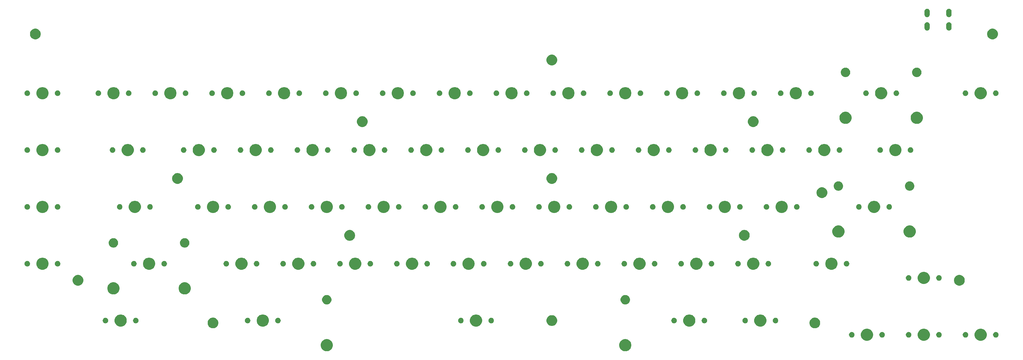
<source format=gts>
G04 #@! TF.GenerationSoftware,KiCad,Pcbnew,(5.1.4)-1*
G04 #@! TF.CreationDate,2019-11-10T23:30:46-05:00*
G04 #@! TF.ProjectId,END67vOutFirst,454e4436-3776-44f7-9574-46697273742e,rev?*
G04 #@! TF.SameCoordinates,Original*
G04 #@! TF.FileFunction,Soldermask,Top*
G04 #@! TF.FilePolarity,Negative*
%FSLAX46Y46*%
G04 Gerber Fmt 4.6, Leading zero omitted, Abs format (unit mm)*
G04 Created by KiCad (PCBNEW (5.1.4)-1) date 2019-11-10 23:30:46*
%MOMM*%
%LPD*%
G04 APERTURE LIST*
%ADD10C,0.100000*%
G04 APERTURE END LIST*
D10*
G36*
X241890124Y-194407434D02*
G01*
X242108124Y-194497733D01*
X242262273Y-194561583D01*
X242597198Y-194785373D01*
X242882027Y-195070202D01*
X243105817Y-195405127D01*
X243105817Y-195405128D01*
X243259966Y-195777276D01*
X243338550Y-196172344D01*
X243338550Y-196575156D01*
X243259966Y-196970224D01*
X243169667Y-197188224D01*
X243105817Y-197342373D01*
X242882027Y-197677298D01*
X242597198Y-197962127D01*
X242262273Y-198185917D01*
X242108124Y-198249767D01*
X241890124Y-198340066D01*
X241495056Y-198418650D01*
X241092244Y-198418650D01*
X240697176Y-198340066D01*
X240479176Y-198249767D01*
X240325027Y-198185917D01*
X239990102Y-197962127D01*
X239705273Y-197677298D01*
X239481483Y-197342373D01*
X239417633Y-197188224D01*
X239327334Y-196970224D01*
X239248750Y-196575156D01*
X239248750Y-196172344D01*
X239327334Y-195777276D01*
X239481483Y-195405128D01*
X239481483Y-195405127D01*
X239705273Y-195070202D01*
X239990102Y-194785373D01*
X240325027Y-194561583D01*
X240479176Y-194497733D01*
X240697176Y-194407434D01*
X241092244Y-194328850D01*
X241495056Y-194328850D01*
X241890124Y-194407434D01*
X241890124Y-194407434D01*
G37*
G36*
X141890324Y-194407434D02*
G01*
X142108324Y-194497733D01*
X142262473Y-194561583D01*
X142597398Y-194785373D01*
X142882227Y-195070202D01*
X143106017Y-195405127D01*
X143106017Y-195405128D01*
X143260166Y-195777276D01*
X143338750Y-196172344D01*
X143338750Y-196575156D01*
X143260166Y-196970224D01*
X143169867Y-197188224D01*
X143106017Y-197342373D01*
X142882227Y-197677298D01*
X142597398Y-197962127D01*
X142262473Y-198185917D01*
X142108324Y-198249767D01*
X141890324Y-198340066D01*
X141495256Y-198418650D01*
X141092444Y-198418650D01*
X140697376Y-198340066D01*
X140479376Y-198249767D01*
X140325227Y-198185917D01*
X139990302Y-197962127D01*
X139705473Y-197677298D01*
X139481683Y-197342373D01*
X139417833Y-197188224D01*
X139327534Y-196970224D01*
X139248950Y-196575156D01*
X139248950Y-196172344D01*
X139327534Y-195777276D01*
X139481683Y-195405128D01*
X139481683Y-195405127D01*
X139705473Y-195070202D01*
X139990302Y-194785373D01*
X140325227Y-194561583D01*
X140479376Y-194497733D01*
X140697376Y-194407434D01*
X141092444Y-194328850D01*
X141495256Y-194328850D01*
X141890324Y-194407434D01*
X141890324Y-194407434D01*
G37*
G36*
X360958974Y-190914934D02*
G01*
X361176974Y-191005233D01*
X361331123Y-191069083D01*
X361666048Y-191292873D01*
X361950877Y-191577702D01*
X362174667Y-191912627D01*
X362207062Y-191990836D01*
X362328816Y-192284776D01*
X362407400Y-192679844D01*
X362407400Y-193082656D01*
X362328816Y-193477724D01*
X362277951Y-193600522D01*
X362174667Y-193849873D01*
X361950877Y-194184798D01*
X361666048Y-194469627D01*
X361331123Y-194693417D01*
X361176974Y-194757267D01*
X360958974Y-194847566D01*
X360563906Y-194926150D01*
X360161094Y-194926150D01*
X359766026Y-194847566D01*
X359548026Y-194757267D01*
X359393877Y-194693417D01*
X359058952Y-194469627D01*
X358774123Y-194184798D01*
X358550333Y-193849873D01*
X358447049Y-193600522D01*
X358396184Y-193477724D01*
X358317600Y-193082656D01*
X358317600Y-192679844D01*
X358396184Y-192284776D01*
X358517938Y-191990836D01*
X358550333Y-191912627D01*
X358774123Y-191577702D01*
X359058952Y-191292873D01*
X359393877Y-191069083D01*
X359548026Y-191005233D01*
X359766026Y-190914934D01*
X360161094Y-190836350D01*
X360563906Y-190836350D01*
X360958974Y-190914934D01*
X360958974Y-190914934D01*
G37*
G36*
X322858974Y-190914934D02*
G01*
X323076974Y-191005233D01*
X323231123Y-191069083D01*
X323566048Y-191292873D01*
X323850877Y-191577702D01*
X324074667Y-191912627D01*
X324107062Y-191990836D01*
X324228816Y-192284776D01*
X324307400Y-192679844D01*
X324307400Y-193082656D01*
X324228816Y-193477724D01*
X324177951Y-193600522D01*
X324074667Y-193849873D01*
X323850877Y-194184798D01*
X323566048Y-194469627D01*
X323231123Y-194693417D01*
X323076974Y-194757267D01*
X322858974Y-194847566D01*
X322463906Y-194926150D01*
X322061094Y-194926150D01*
X321666026Y-194847566D01*
X321448026Y-194757267D01*
X321293877Y-194693417D01*
X320958952Y-194469627D01*
X320674123Y-194184798D01*
X320450333Y-193849873D01*
X320347049Y-193600522D01*
X320296184Y-193477724D01*
X320217600Y-193082656D01*
X320217600Y-192679844D01*
X320296184Y-192284776D01*
X320417938Y-191990836D01*
X320450333Y-191912627D01*
X320674123Y-191577702D01*
X320958952Y-191292873D01*
X321293877Y-191069083D01*
X321448026Y-191005233D01*
X321666026Y-190914934D01*
X322061094Y-190836350D01*
X322463906Y-190836350D01*
X322858974Y-190914934D01*
X322858974Y-190914934D01*
G37*
G36*
X341908974Y-190914934D02*
G01*
X342126974Y-191005233D01*
X342281123Y-191069083D01*
X342616048Y-191292873D01*
X342900877Y-191577702D01*
X343124667Y-191912627D01*
X343157062Y-191990836D01*
X343278816Y-192284776D01*
X343357400Y-192679844D01*
X343357400Y-193082656D01*
X343278816Y-193477724D01*
X343227951Y-193600522D01*
X343124667Y-193849873D01*
X342900877Y-194184798D01*
X342616048Y-194469627D01*
X342281123Y-194693417D01*
X342126974Y-194757267D01*
X341908974Y-194847566D01*
X341513906Y-194926150D01*
X341111094Y-194926150D01*
X340716026Y-194847566D01*
X340498026Y-194757267D01*
X340343877Y-194693417D01*
X340008952Y-194469627D01*
X339724123Y-194184798D01*
X339500333Y-193849873D01*
X339397049Y-193600522D01*
X339346184Y-193477724D01*
X339267600Y-193082656D01*
X339267600Y-192679844D01*
X339346184Y-192284776D01*
X339467938Y-191990836D01*
X339500333Y-191912627D01*
X339724123Y-191577702D01*
X340008952Y-191292873D01*
X340343877Y-191069083D01*
X340498026Y-191005233D01*
X340716026Y-190914934D01*
X341111094Y-190836350D01*
X341513906Y-190836350D01*
X341908974Y-190914934D01*
X341908974Y-190914934D01*
G37*
G36*
X365712604Y-191990835D02*
G01*
X365881126Y-192060639D01*
X366032791Y-192161978D01*
X366161772Y-192290959D01*
X366263111Y-192442624D01*
X366332915Y-192611146D01*
X366368500Y-192790047D01*
X366368500Y-192972453D01*
X366332915Y-193151354D01*
X366263111Y-193319876D01*
X366161772Y-193471541D01*
X366032791Y-193600522D01*
X365881126Y-193701861D01*
X365712604Y-193771665D01*
X365533703Y-193807250D01*
X365351297Y-193807250D01*
X365172396Y-193771665D01*
X365003874Y-193701861D01*
X364852209Y-193600522D01*
X364723228Y-193471541D01*
X364621889Y-193319876D01*
X364552085Y-193151354D01*
X364516500Y-192972453D01*
X364516500Y-192790047D01*
X364552085Y-192611146D01*
X364621889Y-192442624D01*
X364723228Y-192290959D01*
X364852209Y-192161978D01*
X365003874Y-192060639D01*
X365172396Y-191990835D01*
X365351297Y-191955250D01*
X365533703Y-191955250D01*
X365712604Y-191990835D01*
X365712604Y-191990835D01*
G37*
G36*
X317452604Y-191990835D02*
G01*
X317621126Y-192060639D01*
X317772791Y-192161978D01*
X317901772Y-192290959D01*
X318003111Y-192442624D01*
X318072915Y-192611146D01*
X318108500Y-192790047D01*
X318108500Y-192972453D01*
X318072915Y-193151354D01*
X318003111Y-193319876D01*
X317901772Y-193471541D01*
X317772791Y-193600522D01*
X317621126Y-193701861D01*
X317452604Y-193771665D01*
X317273703Y-193807250D01*
X317091297Y-193807250D01*
X316912396Y-193771665D01*
X316743874Y-193701861D01*
X316592209Y-193600522D01*
X316463228Y-193471541D01*
X316361889Y-193319876D01*
X316292085Y-193151354D01*
X316256500Y-192972453D01*
X316256500Y-192790047D01*
X316292085Y-192611146D01*
X316361889Y-192442624D01*
X316463228Y-192290959D01*
X316592209Y-192161978D01*
X316743874Y-192060639D01*
X316912396Y-191990835D01*
X317091297Y-191955250D01*
X317273703Y-191955250D01*
X317452604Y-191990835D01*
X317452604Y-191990835D01*
G37*
G36*
X327612604Y-191990835D02*
G01*
X327781126Y-192060639D01*
X327932791Y-192161978D01*
X328061772Y-192290959D01*
X328163111Y-192442624D01*
X328232915Y-192611146D01*
X328268500Y-192790047D01*
X328268500Y-192972453D01*
X328232915Y-193151354D01*
X328163111Y-193319876D01*
X328061772Y-193471541D01*
X327932791Y-193600522D01*
X327781126Y-193701861D01*
X327612604Y-193771665D01*
X327433703Y-193807250D01*
X327251297Y-193807250D01*
X327072396Y-193771665D01*
X326903874Y-193701861D01*
X326752209Y-193600522D01*
X326623228Y-193471541D01*
X326521889Y-193319876D01*
X326452085Y-193151354D01*
X326416500Y-192972453D01*
X326416500Y-192790047D01*
X326452085Y-192611146D01*
X326521889Y-192442624D01*
X326623228Y-192290959D01*
X326752209Y-192161978D01*
X326903874Y-192060639D01*
X327072396Y-191990835D01*
X327251297Y-191955250D01*
X327433703Y-191955250D01*
X327612604Y-191990835D01*
X327612604Y-191990835D01*
G37*
G36*
X336502604Y-191990835D02*
G01*
X336671126Y-192060639D01*
X336822791Y-192161978D01*
X336951772Y-192290959D01*
X337053111Y-192442624D01*
X337122915Y-192611146D01*
X337158500Y-192790047D01*
X337158500Y-192972453D01*
X337122915Y-193151354D01*
X337053111Y-193319876D01*
X336951772Y-193471541D01*
X336822791Y-193600522D01*
X336671126Y-193701861D01*
X336502604Y-193771665D01*
X336323703Y-193807250D01*
X336141297Y-193807250D01*
X335962396Y-193771665D01*
X335793874Y-193701861D01*
X335642209Y-193600522D01*
X335513228Y-193471541D01*
X335411889Y-193319876D01*
X335342085Y-193151354D01*
X335306500Y-192972453D01*
X335306500Y-192790047D01*
X335342085Y-192611146D01*
X335411889Y-192442624D01*
X335513228Y-192290959D01*
X335642209Y-192161978D01*
X335793874Y-192060639D01*
X335962396Y-191990835D01*
X336141297Y-191955250D01*
X336323703Y-191955250D01*
X336502604Y-191990835D01*
X336502604Y-191990835D01*
G37*
G36*
X346662604Y-191990835D02*
G01*
X346831126Y-192060639D01*
X346982791Y-192161978D01*
X347111772Y-192290959D01*
X347213111Y-192442624D01*
X347282915Y-192611146D01*
X347318500Y-192790047D01*
X347318500Y-192972453D01*
X347282915Y-193151354D01*
X347213111Y-193319876D01*
X347111772Y-193471541D01*
X346982791Y-193600522D01*
X346831126Y-193701861D01*
X346662604Y-193771665D01*
X346483703Y-193807250D01*
X346301297Y-193807250D01*
X346122396Y-193771665D01*
X345953874Y-193701861D01*
X345802209Y-193600522D01*
X345673228Y-193471541D01*
X345571889Y-193319876D01*
X345502085Y-193151354D01*
X345466500Y-192972453D01*
X345466500Y-192790047D01*
X345502085Y-192611146D01*
X345571889Y-192442624D01*
X345673228Y-192290959D01*
X345802209Y-192161978D01*
X345953874Y-192060639D01*
X346122396Y-191990835D01*
X346301297Y-191955250D01*
X346483703Y-191955250D01*
X346662604Y-191990835D01*
X346662604Y-191990835D01*
G37*
G36*
X355552604Y-191990835D02*
G01*
X355721126Y-192060639D01*
X355872791Y-192161978D01*
X356001772Y-192290959D01*
X356103111Y-192442624D01*
X356172915Y-192611146D01*
X356208500Y-192790047D01*
X356208500Y-192972453D01*
X356172915Y-193151354D01*
X356103111Y-193319876D01*
X356001772Y-193471541D01*
X355872791Y-193600522D01*
X355721126Y-193701861D01*
X355552604Y-193771665D01*
X355373703Y-193807250D01*
X355191297Y-193807250D01*
X355012396Y-193771665D01*
X354843874Y-193701861D01*
X354692209Y-193600522D01*
X354563228Y-193471541D01*
X354461889Y-193319876D01*
X354392085Y-193151354D01*
X354356500Y-192972453D01*
X354356500Y-192790047D01*
X354392085Y-192611146D01*
X354461889Y-192442624D01*
X354563228Y-192290959D01*
X354692209Y-192161978D01*
X354843874Y-192060639D01*
X355012396Y-191990835D01*
X355191297Y-191955250D01*
X355373703Y-191955250D01*
X355552604Y-191990835D01*
X355552604Y-191990835D01*
G37*
G36*
X103712831Y-187180711D02*
G01*
X104040592Y-187316474D01*
X104335570Y-187513572D01*
X104586428Y-187764430D01*
X104783526Y-188059408D01*
X104919289Y-188387169D01*
X104988500Y-188735116D01*
X104988500Y-189089884D01*
X104919289Y-189437831D01*
X104783526Y-189765592D01*
X104586428Y-190060570D01*
X104335570Y-190311428D01*
X104040592Y-190508526D01*
X103712831Y-190644289D01*
X103364884Y-190713500D01*
X103010116Y-190713500D01*
X102662169Y-190644289D01*
X102334408Y-190508526D01*
X102039430Y-190311428D01*
X101788572Y-190060570D01*
X101591474Y-189765592D01*
X101455711Y-189437831D01*
X101386500Y-189089884D01*
X101386500Y-188735116D01*
X101455711Y-188387169D01*
X101591474Y-188059408D01*
X101788572Y-187764430D01*
X102039430Y-187513572D01*
X102334408Y-187316474D01*
X102662169Y-187180711D01*
X103010116Y-187111500D01*
X103364884Y-187111500D01*
X103712831Y-187180711D01*
X103712831Y-187180711D01*
G37*
G36*
X305325331Y-187180711D02*
G01*
X305653092Y-187316474D01*
X305948070Y-187513572D01*
X306198928Y-187764430D01*
X306396026Y-188059408D01*
X306531789Y-188387169D01*
X306601000Y-188735116D01*
X306601000Y-189089884D01*
X306531789Y-189437831D01*
X306396026Y-189765592D01*
X306198928Y-190060570D01*
X305948070Y-190311428D01*
X305653092Y-190508526D01*
X305325331Y-190644289D01*
X304977384Y-190713500D01*
X304622616Y-190713500D01*
X304274669Y-190644289D01*
X303946908Y-190508526D01*
X303651930Y-190311428D01*
X303401072Y-190060570D01*
X303203974Y-189765592D01*
X303068211Y-189437831D01*
X302999000Y-189089884D01*
X302999000Y-188735116D01*
X303068211Y-188387169D01*
X303203974Y-188059408D01*
X303401072Y-187764430D01*
X303651930Y-187513572D01*
X303946908Y-187316474D01*
X304274669Y-187180711D01*
X304622616Y-187111500D01*
X304977384Y-187111500D01*
X305325331Y-187180711D01*
X305325331Y-187180711D01*
G37*
G36*
X72827724Y-186152434D02*
G01*
X73045724Y-186242733D01*
X73199873Y-186306583D01*
X73534798Y-186530373D01*
X73819627Y-186815202D01*
X74043417Y-187150127D01*
X74075812Y-187228336D01*
X74197566Y-187522276D01*
X74276150Y-187917344D01*
X74276150Y-188320156D01*
X74197566Y-188715224D01*
X74146701Y-188838022D01*
X74043417Y-189087373D01*
X73819627Y-189422298D01*
X73534798Y-189707127D01*
X73199873Y-189930917D01*
X73045724Y-189994767D01*
X72827724Y-190085066D01*
X72432656Y-190163650D01*
X72029844Y-190163650D01*
X71634776Y-190085066D01*
X71416776Y-189994767D01*
X71262627Y-189930917D01*
X70927702Y-189707127D01*
X70642873Y-189422298D01*
X70419083Y-189087373D01*
X70315799Y-188838022D01*
X70264934Y-188715224D01*
X70186350Y-188320156D01*
X70186350Y-187917344D01*
X70264934Y-187522276D01*
X70386688Y-187228336D01*
X70419083Y-187150127D01*
X70642873Y-186815202D01*
X70927702Y-186530373D01*
X71262627Y-186306583D01*
X71416776Y-186242733D01*
X71634776Y-186152434D01*
X72029844Y-186073850D01*
X72432656Y-186073850D01*
X72827724Y-186152434D01*
X72827724Y-186152434D01*
G37*
G36*
X120452724Y-186152434D02*
G01*
X120670724Y-186242733D01*
X120824873Y-186306583D01*
X121159798Y-186530373D01*
X121444627Y-186815202D01*
X121668417Y-187150127D01*
X121700812Y-187228336D01*
X121822566Y-187522276D01*
X121901150Y-187917344D01*
X121901150Y-188320156D01*
X121822566Y-188715224D01*
X121771701Y-188838022D01*
X121668417Y-189087373D01*
X121444627Y-189422298D01*
X121159798Y-189707127D01*
X120824873Y-189930917D01*
X120670724Y-189994767D01*
X120452724Y-190085066D01*
X120057656Y-190163650D01*
X119654844Y-190163650D01*
X119259776Y-190085066D01*
X119041776Y-189994767D01*
X118887627Y-189930917D01*
X118552702Y-189707127D01*
X118267873Y-189422298D01*
X118044083Y-189087373D01*
X117940799Y-188838022D01*
X117889934Y-188715224D01*
X117811350Y-188320156D01*
X117811350Y-187917344D01*
X117889934Y-187522276D01*
X118011688Y-187228336D01*
X118044083Y-187150127D01*
X118267873Y-186815202D01*
X118552702Y-186530373D01*
X118887627Y-186306583D01*
X119041776Y-186242733D01*
X119259776Y-186152434D01*
X119654844Y-186073850D01*
X120057656Y-186073850D01*
X120452724Y-186152434D01*
X120452724Y-186152434D01*
G37*
G36*
X263327724Y-186152434D02*
G01*
X263545724Y-186242733D01*
X263699873Y-186306583D01*
X264034798Y-186530373D01*
X264319627Y-186815202D01*
X264543417Y-187150127D01*
X264575812Y-187228336D01*
X264697566Y-187522276D01*
X264776150Y-187917344D01*
X264776150Y-188320156D01*
X264697566Y-188715224D01*
X264646701Y-188838022D01*
X264543417Y-189087373D01*
X264319627Y-189422298D01*
X264034798Y-189707127D01*
X263699873Y-189930917D01*
X263545724Y-189994767D01*
X263327724Y-190085066D01*
X262932656Y-190163650D01*
X262529844Y-190163650D01*
X262134776Y-190085066D01*
X261916776Y-189994767D01*
X261762627Y-189930917D01*
X261427702Y-189707127D01*
X261142873Y-189422298D01*
X260919083Y-189087373D01*
X260815799Y-188838022D01*
X260764934Y-188715224D01*
X260686350Y-188320156D01*
X260686350Y-187917344D01*
X260764934Y-187522276D01*
X260886688Y-187228336D01*
X260919083Y-187150127D01*
X261142873Y-186815202D01*
X261427702Y-186530373D01*
X261762627Y-186306583D01*
X261916776Y-186242733D01*
X262134776Y-186152434D01*
X262529844Y-186073850D01*
X262932656Y-186073850D01*
X263327724Y-186152434D01*
X263327724Y-186152434D01*
G37*
G36*
X287140224Y-186152434D02*
G01*
X287358224Y-186242733D01*
X287512373Y-186306583D01*
X287847298Y-186530373D01*
X288132127Y-186815202D01*
X288355917Y-187150127D01*
X288388312Y-187228336D01*
X288510066Y-187522276D01*
X288588650Y-187917344D01*
X288588650Y-188320156D01*
X288510066Y-188715224D01*
X288459201Y-188838022D01*
X288355917Y-189087373D01*
X288132127Y-189422298D01*
X287847298Y-189707127D01*
X287512373Y-189930917D01*
X287358224Y-189994767D01*
X287140224Y-190085066D01*
X286745156Y-190163650D01*
X286342344Y-190163650D01*
X285947276Y-190085066D01*
X285729276Y-189994767D01*
X285575127Y-189930917D01*
X285240202Y-189707127D01*
X284955373Y-189422298D01*
X284731583Y-189087373D01*
X284628299Y-188838022D01*
X284577434Y-188715224D01*
X284498850Y-188320156D01*
X284498850Y-187917344D01*
X284577434Y-187522276D01*
X284699188Y-187228336D01*
X284731583Y-187150127D01*
X284955373Y-186815202D01*
X285240202Y-186530373D01*
X285575127Y-186306583D01*
X285729276Y-186242733D01*
X285947276Y-186152434D01*
X286342344Y-186073850D01*
X286745156Y-186073850D01*
X287140224Y-186152434D01*
X287140224Y-186152434D01*
G37*
G36*
X191890224Y-186152434D02*
G01*
X192108224Y-186242733D01*
X192262373Y-186306583D01*
X192597298Y-186530373D01*
X192882127Y-186815202D01*
X193105917Y-187150127D01*
X193138312Y-187228336D01*
X193260066Y-187522276D01*
X193338650Y-187917344D01*
X193338650Y-188320156D01*
X193260066Y-188715224D01*
X193209201Y-188838022D01*
X193105917Y-189087373D01*
X192882127Y-189422298D01*
X192597298Y-189707127D01*
X192262373Y-189930917D01*
X192108224Y-189994767D01*
X191890224Y-190085066D01*
X191495156Y-190163650D01*
X191092344Y-190163650D01*
X190697276Y-190085066D01*
X190479276Y-189994767D01*
X190325127Y-189930917D01*
X189990202Y-189707127D01*
X189705373Y-189422298D01*
X189481583Y-189087373D01*
X189378299Y-188838022D01*
X189327434Y-188715224D01*
X189248850Y-188320156D01*
X189248850Y-187917344D01*
X189327434Y-187522276D01*
X189449188Y-187228336D01*
X189481583Y-187150127D01*
X189705373Y-186815202D01*
X189990202Y-186530373D01*
X190325127Y-186306583D01*
X190479276Y-186242733D01*
X190697276Y-186152434D01*
X191092344Y-186073850D01*
X191495156Y-186073850D01*
X191890224Y-186152434D01*
X191890224Y-186152434D01*
G37*
G36*
X217219081Y-186386961D02*
G01*
X217546842Y-186522724D01*
X217841820Y-186719822D01*
X218092678Y-186970680D01*
X218289776Y-187265658D01*
X218425539Y-187593419D01*
X218494750Y-187941366D01*
X218494750Y-188296134D01*
X218425539Y-188644081D01*
X218289776Y-188971842D01*
X218092678Y-189266820D01*
X217841820Y-189517678D01*
X217546842Y-189714776D01*
X217219081Y-189850539D01*
X216871134Y-189919750D01*
X216516366Y-189919750D01*
X216168419Y-189850539D01*
X215840658Y-189714776D01*
X215545680Y-189517678D01*
X215294822Y-189266820D01*
X215097724Y-188971842D01*
X214961961Y-188644081D01*
X214892750Y-188296134D01*
X214892750Y-187941366D01*
X214961961Y-187593419D01*
X215097724Y-187265658D01*
X215294822Y-186970680D01*
X215545680Y-186719822D01*
X215840658Y-186522724D01*
X216168419Y-186386961D01*
X216516366Y-186317750D01*
X216871134Y-186317750D01*
X217219081Y-186386961D01*
X217219081Y-186386961D01*
G37*
G36*
X291893854Y-187228335D02*
G01*
X292062376Y-187298139D01*
X292214041Y-187399478D01*
X292343022Y-187528459D01*
X292444361Y-187680124D01*
X292514165Y-187848646D01*
X292549750Y-188027547D01*
X292549750Y-188209953D01*
X292514165Y-188388854D01*
X292444361Y-188557376D01*
X292343022Y-188709041D01*
X292214041Y-188838022D01*
X292062376Y-188939361D01*
X291893854Y-189009165D01*
X291714953Y-189044750D01*
X291532547Y-189044750D01*
X291353646Y-189009165D01*
X291185124Y-188939361D01*
X291033459Y-188838022D01*
X290904478Y-188709041D01*
X290803139Y-188557376D01*
X290733335Y-188388854D01*
X290697750Y-188209953D01*
X290697750Y-188027547D01*
X290733335Y-187848646D01*
X290803139Y-187680124D01*
X290904478Y-187528459D01*
X291033459Y-187399478D01*
X291185124Y-187298139D01*
X291353646Y-187228335D01*
X291532547Y-187192750D01*
X291714953Y-187192750D01*
X291893854Y-187228335D01*
X291893854Y-187228335D01*
G37*
G36*
X196643854Y-187228335D02*
G01*
X196812376Y-187298139D01*
X196964041Y-187399478D01*
X197093022Y-187528459D01*
X197194361Y-187680124D01*
X197264165Y-187848646D01*
X197299750Y-188027547D01*
X197299750Y-188209953D01*
X197264165Y-188388854D01*
X197194361Y-188557376D01*
X197093022Y-188709041D01*
X196964041Y-188838022D01*
X196812376Y-188939361D01*
X196643854Y-189009165D01*
X196464953Y-189044750D01*
X196282547Y-189044750D01*
X196103646Y-189009165D01*
X195935124Y-188939361D01*
X195783459Y-188838022D01*
X195654478Y-188709041D01*
X195553139Y-188557376D01*
X195483335Y-188388854D01*
X195447750Y-188209953D01*
X195447750Y-188027547D01*
X195483335Y-187848646D01*
X195553139Y-187680124D01*
X195654478Y-187528459D01*
X195783459Y-187399478D01*
X195935124Y-187298139D01*
X196103646Y-187228335D01*
X196282547Y-187192750D01*
X196464953Y-187192750D01*
X196643854Y-187228335D01*
X196643854Y-187228335D01*
G37*
G36*
X257921354Y-187228335D02*
G01*
X258089876Y-187298139D01*
X258241541Y-187399478D01*
X258370522Y-187528459D01*
X258471861Y-187680124D01*
X258541665Y-187848646D01*
X258577250Y-188027547D01*
X258577250Y-188209953D01*
X258541665Y-188388854D01*
X258471861Y-188557376D01*
X258370522Y-188709041D01*
X258241541Y-188838022D01*
X258089876Y-188939361D01*
X257921354Y-189009165D01*
X257742453Y-189044750D01*
X257560047Y-189044750D01*
X257381146Y-189009165D01*
X257212624Y-188939361D01*
X257060959Y-188838022D01*
X256931978Y-188709041D01*
X256830639Y-188557376D01*
X256760835Y-188388854D01*
X256725250Y-188209953D01*
X256725250Y-188027547D01*
X256760835Y-187848646D01*
X256830639Y-187680124D01*
X256931978Y-187528459D01*
X257060959Y-187399478D01*
X257212624Y-187298139D01*
X257381146Y-187228335D01*
X257560047Y-187192750D01*
X257742453Y-187192750D01*
X257921354Y-187228335D01*
X257921354Y-187228335D01*
G37*
G36*
X67421354Y-187228335D02*
G01*
X67589876Y-187298139D01*
X67741541Y-187399478D01*
X67870522Y-187528459D01*
X67971861Y-187680124D01*
X68041665Y-187848646D01*
X68077250Y-188027547D01*
X68077250Y-188209953D01*
X68041665Y-188388854D01*
X67971861Y-188557376D01*
X67870522Y-188709041D01*
X67741541Y-188838022D01*
X67589876Y-188939361D01*
X67421354Y-189009165D01*
X67242453Y-189044750D01*
X67060047Y-189044750D01*
X66881146Y-189009165D01*
X66712624Y-188939361D01*
X66560959Y-188838022D01*
X66431978Y-188709041D01*
X66330639Y-188557376D01*
X66260835Y-188388854D01*
X66225250Y-188209953D01*
X66225250Y-188027547D01*
X66260835Y-187848646D01*
X66330639Y-187680124D01*
X66431978Y-187528459D01*
X66560959Y-187399478D01*
X66712624Y-187298139D01*
X66881146Y-187228335D01*
X67060047Y-187192750D01*
X67242453Y-187192750D01*
X67421354Y-187228335D01*
X67421354Y-187228335D01*
G37*
G36*
X115046354Y-187228335D02*
G01*
X115214876Y-187298139D01*
X115366541Y-187399478D01*
X115495522Y-187528459D01*
X115596861Y-187680124D01*
X115666665Y-187848646D01*
X115702250Y-188027547D01*
X115702250Y-188209953D01*
X115666665Y-188388854D01*
X115596861Y-188557376D01*
X115495522Y-188709041D01*
X115366541Y-188838022D01*
X115214876Y-188939361D01*
X115046354Y-189009165D01*
X114867453Y-189044750D01*
X114685047Y-189044750D01*
X114506146Y-189009165D01*
X114337624Y-188939361D01*
X114185959Y-188838022D01*
X114056978Y-188709041D01*
X113955639Y-188557376D01*
X113885835Y-188388854D01*
X113850250Y-188209953D01*
X113850250Y-188027547D01*
X113885835Y-187848646D01*
X113955639Y-187680124D01*
X114056978Y-187528459D01*
X114185959Y-187399478D01*
X114337624Y-187298139D01*
X114506146Y-187228335D01*
X114685047Y-187192750D01*
X114867453Y-187192750D01*
X115046354Y-187228335D01*
X115046354Y-187228335D01*
G37*
G36*
X125206354Y-187228335D02*
G01*
X125374876Y-187298139D01*
X125526541Y-187399478D01*
X125655522Y-187528459D01*
X125756861Y-187680124D01*
X125826665Y-187848646D01*
X125862250Y-188027547D01*
X125862250Y-188209953D01*
X125826665Y-188388854D01*
X125756861Y-188557376D01*
X125655522Y-188709041D01*
X125526541Y-188838022D01*
X125374876Y-188939361D01*
X125206354Y-189009165D01*
X125027453Y-189044750D01*
X124845047Y-189044750D01*
X124666146Y-189009165D01*
X124497624Y-188939361D01*
X124345959Y-188838022D01*
X124216978Y-188709041D01*
X124115639Y-188557376D01*
X124045835Y-188388854D01*
X124010250Y-188209953D01*
X124010250Y-188027547D01*
X124045835Y-187848646D01*
X124115639Y-187680124D01*
X124216978Y-187528459D01*
X124345959Y-187399478D01*
X124497624Y-187298139D01*
X124666146Y-187228335D01*
X124845047Y-187192750D01*
X125027453Y-187192750D01*
X125206354Y-187228335D01*
X125206354Y-187228335D01*
G37*
G36*
X281733854Y-187228335D02*
G01*
X281902376Y-187298139D01*
X282054041Y-187399478D01*
X282183022Y-187528459D01*
X282284361Y-187680124D01*
X282354165Y-187848646D01*
X282389750Y-188027547D01*
X282389750Y-188209953D01*
X282354165Y-188388854D01*
X282284361Y-188557376D01*
X282183022Y-188709041D01*
X282054041Y-188838022D01*
X281902376Y-188939361D01*
X281733854Y-189009165D01*
X281554953Y-189044750D01*
X281372547Y-189044750D01*
X281193646Y-189009165D01*
X281025124Y-188939361D01*
X280873459Y-188838022D01*
X280744478Y-188709041D01*
X280643139Y-188557376D01*
X280573335Y-188388854D01*
X280537750Y-188209953D01*
X280537750Y-188027547D01*
X280573335Y-187848646D01*
X280643139Y-187680124D01*
X280744478Y-187528459D01*
X280873459Y-187399478D01*
X281025124Y-187298139D01*
X281193646Y-187228335D01*
X281372547Y-187192750D01*
X281554953Y-187192750D01*
X281733854Y-187228335D01*
X281733854Y-187228335D01*
G37*
G36*
X186483854Y-187228335D02*
G01*
X186652376Y-187298139D01*
X186804041Y-187399478D01*
X186933022Y-187528459D01*
X187034361Y-187680124D01*
X187104165Y-187848646D01*
X187139750Y-188027547D01*
X187139750Y-188209953D01*
X187104165Y-188388854D01*
X187034361Y-188557376D01*
X186933022Y-188709041D01*
X186804041Y-188838022D01*
X186652376Y-188939361D01*
X186483854Y-189009165D01*
X186304953Y-189044750D01*
X186122547Y-189044750D01*
X185943646Y-189009165D01*
X185775124Y-188939361D01*
X185623459Y-188838022D01*
X185494478Y-188709041D01*
X185393139Y-188557376D01*
X185323335Y-188388854D01*
X185287750Y-188209953D01*
X185287750Y-188027547D01*
X185323335Y-187848646D01*
X185393139Y-187680124D01*
X185494478Y-187528459D01*
X185623459Y-187399478D01*
X185775124Y-187298139D01*
X185943646Y-187228335D01*
X186122547Y-187192750D01*
X186304953Y-187192750D01*
X186483854Y-187228335D01*
X186483854Y-187228335D01*
G37*
G36*
X268081354Y-187228335D02*
G01*
X268249876Y-187298139D01*
X268401541Y-187399478D01*
X268530522Y-187528459D01*
X268631861Y-187680124D01*
X268701665Y-187848646D01*
X268737250Y-188027547D01*
X268737250Y-188209953D01*
X268701665Y-188388854D01*
X268631861Y-188557376D01*
X268530522Y-188709041D01*
X268401541Y-188838022D01*
X268249876Y-188939361D01*
X268081354Y-189009165D01*
X267902453Y-189044750D01*
X267720047Y-189044750D01*
X267541146Y-189009165D01*
X267372624Y-188939361D01*
X267220959Y-188838022D01*
X267091978Y-188709041D01*
X266990639Y-188557376D01*
X266920835Y-188388854D01*
X266885250Y-188209953D01*
X266885250Y-188027547D01*
X266920835Y-187848646D01*
X266990639Y-187680124D01*
X267091978Y-187528459D01*
X267220959Y-187399478D01*
X267372624Y-187298139D01*
X267541146Y-187228335D01*
X267720047Y-187192750D01*
X267902453Y-187192750D01*
X268081354Y-187228335D01*
X268081354Y-187228335D01*
G37*
G36*
X77581354Y-187228335D02*
G01*
X77749876Y-187298139D01*
X77901541Y-187399478D01*
X78030522Y-187528459D01*
X78131861Y-187680124D01*
X78201665Y-187848646D01*
X78237250Y-188027547D01*
X78237250Y-188209953D01*
X78201665Y-188388854D01*
X78131861Y-188557376D01*
X78030522Y-188709041D01*
X77901541Y-188838022D01*
X77749876Y-188939361D01*
X77581354Y-189009165D01*
X77402453Y-189044750D01*
X77220047Y-189044750D01*
X77041146Y-189009165D01*
X76872624Y-188939361D01*
X76720959Y-188838022D01*
X76591978Y-188709041D01*
X76490639Y-188557376D01*
X76420835Y-188388854D01*
X76385250Y-188209953D01*
X76385250Y-188027547D01*
X76420835Y-187848646D01*
X76490639Y-187680124D01*
X76591978Y-187528459D01*
X76720959Y-187399478D01*
X76872624Y-187298139D01*
X77041146Y-187228335D01*
X77220047Y-187192750D01*
X77402453Y-187192750D01*
X77581354Y-187228335D01*
X77581354Y-187228335D01*
G37*
G36*
X241753061Y-179619276D02*
G01*
X241871787Y-179668454D01*
X242039691Y-179738002D01*
X242039692Y-179738003D01*
X242297654Y-179910367D01*
X242517033Y-180129746D01*
X242632203Y-180302111D01*
X242689398Y-180387709D01*
X242808124Y-180674340D01*
X242868650Y-180978625D01*
X242868650Y-181288875D01*
X242808124Y-181593160D01*
X242689398Y-181879791D01*
X242689397Y-181879792D01*
X242517033Y-182137754D01*
X242297654Y-182357133D01*
X242125289Y-182472303D01*
X242039691Y-182529498D01*
X241871787Y-182599046D01*
X241753061Y-182648224D01*
X241600917Y-182678487D01*
X241448775Y-182708750D01*
X241138525Y-182708750D01*
X240986383Y-182678487D01*
X240834239Y-182648224D01*
X240715513Y-182599046D01*
X240547609Y-182529498D01*
X240462011Y-182472303D01*
X240289646Y-182357133D01*
X240070267Y-182137754D01*
X239897903Y-181879792D01*
X239897902Y-181879791D01*
X239779176Y-181593160D01*
X239718650Y-181288875D01*
X239718650Y-180978625D01*
X239779176Y-180674340D01*
X239897902Y-180387709D01*
X239955097Y-180302111D01*
X240070267Y-180129746D01*
X240289646Y-179910367D01*
X240547608Y-179738003D01*
X240547609Y-179738002D01*
X240715513Y-179668454D01*
X240834239Y-179619276D01*
X241138525Y-179558750D01*
X241448775Y-179558750D01*
X241753061Y-179619276D01*
X241753061Y-179619276D01*
G37*
G36*
X141753261Y-179619276D02*
G01*
X141871987Y-179668454D01*
X142039891Y-179738002D01*
X142039892Y-179738003D01*
X142297854Y-179910367D01*
X142517233Y-180129746D01*
X142632403Y-180302111D01*
X142689598Y-180387709D01*
X142808324Y-180674340D01*
X142868850Y-180978625D01*
X142868850Y-181288875D01*
X142808324Y-181593160D01*
X142689598Y-181879791D01*
X142689597Y-181879792D01*
X142517233Y-182137754D01*
X142297854Y-182357133D01*
X142125489Y-182472303D01*
X142039891Y-182529498D01*
X141871987Y-182599046D01*
X141753261Y-182648224D01*
X141601117Y-182678487D01*
X141448975Y-182708750D01*
X141138725Y-182708750D01*
X140986583Y-182678487D01*
X140834439Y-182648224D01*
X140715713Y-182599046D01*
X140547809Y-182529498D01*
X140462211Y-182472303D01*
X140289846Y-182357133D01*
X140070467Y-182137754D01*
X139898103Y-181879792D01*
X139898102Y-181879791D01*
X139779376Y-181593160D01*
X139718850Y-181288875D01*
X139718850Y-180978625D01*
X139779376Y-180674340D01*
X139898102Y-180387709D01*
X139955297Y-180302111D01*
X140070467Y-180129746D01*
X140289846Y-179910367D01*
X140547808Y-179738003D01*
X140547809Y-179738002D01*
X140715713Y-179668454D01*
X140834439Y-179619276D01*
X141138725Y-179558750D01*
X141448975Y-179558750D01*
X141753261Y-179619276D01*
X141753261Y-179619276D01*
G37*
G36*
X70414724Y-175357434D02*
G01*
X70632724Y-175447733D01*
X70786873Y-175511583D01*
X71121798Y-175735373D01*
X71406627Y-176020202D01*
X71630417Y-176355127D01*
X71630417Y-176355128D01*
X71784566Y-176727276D01*
X71863150Y-177122344D01*
X71863150Y-177525156D01*
X71784566Y-177920224D01*
X71694267Y-178138224D01*
X71630417Y-178292373D01*
X71406627Y-178627298D01*
X71121798Y-178912127D01*
X70786873Y-179135917D01*
X70632724Y-179199767D01*
X70414724Y-179290066D01*
X70019656Y-179368650D01*
X69616844Y-179368650D01*
X69221776Y-179290066D01*
X69003776Y-179199767D01*
X68849627Y-179135917D01*
X68514702Y-178912127D01*
X68229873Y-178627298D01*
X68006083Y-178292373D01*
X67942233Y-178138224D01*
X67851934Y-177920224D01*
X67773350Y-177525156D01*
X67773350Y-177122344D01*
X67851934Y-176727276D01*
X68006083Y-176355128D01*
X68006083Y-176355127D01*
X68229873Y-176020202D01*
X68514702Y-175735373D01*
X68849627Y-175511583D01*
X69003776Y-175447733D01*
X69221776Y-175357434D01*
X69616844Y-175278850D01*
X70019656Y-175278850D01*
X70414724Y-175357434D01*
X70414724Y-175357434D01*
G37*
G36*
X94290724Y-175357434D02*
G01*
X94508724Y-175447733D01*
X94662873Y-175511583D01*
X94997798Y-175735373D01*
X95282627Y-176020202D01*
X95506417Y-176355127D01*
X95506417Y-176355128D01*
X95660566Y-176727276D01*
X95739150Y-177122344D01*
X95739150Y-177525156D01*
X95660566Y-177920224D01*
X95570267Y-178138224D01*
X95506417Y-178292373D01*
X95282627Y-178627298D01*
X94997798Y-178912127D01*
X94662873Y-179135917D01*
X94508724Y-179199767D01*
X94290724Y-179290066D01*
X93895656Y-179368650D01*
X93492844Y-179368650D01*
X93097776Y-179290066D01*
X92879776Y-179199767D01*
X92725627Y-179135917D01*
X92390702Y-178912127D01*
X92105873Y-178627298D01*
X91882083Y-178292373D01*
X91818233Y-178138224D01*
X91727934Y-177920224D01*
X91649350Y-177525156D01*
X91649350Y-177122344D01*
X91727934Y-176727276D01*
X91882083Y-176355128D01*
X91882083Y-176355127D01*
X92105873Y-176020202D01*
X92390702Y-175735373D01*
X92725627Y-175511583D01*
X92879776Y-175447733D01*
X93097776Y-175357434D01*
X93492844Y-175278850D01*
X93895656Y-175278850D01*
X94290724Y-175357434D01*
X94290724Y-175357434D01*
G37*
G36*
X353744081Y-172893211D02*
G01*
X354071842Y-173028974D01*
X354366820Y-173226072D01*
X354617678Y-173476930D01*
X354814776Y-173771908D01*
X354950539Y-174099669D01*
X355019750Y-174447616D01*
X355019750Y-174802384D01*
X354950539Y-175150331D01*
X354814776Y-175478092D01*
X354617678Y-175773070D01*
X354366820Y-176023928D01*
X354071842Y-176221026D01*
X353744081Y-176356789D01*
X353396134Y-176426000D01*
X353041366Y-176426000D01*
X352693419Y-176356789D01*
X352365658Y-176221026D01*
X352070680Y-176023928D01*
X351819822Y-175773070D01*
X351622724Y-175478092D01*
X351486961Y-175150331D01*
X351417750Y-174802384D01*
X351417750Y-174447616D01*
X351486961Y-174099669D01*
X351622724Y-173771908D01*
X351819822Y-173476930D01*
X352070680Y-173226072D01*
X352365658Y-173028974D01*
X352693419Y-172893211D01*
X353041366Y-172824000D01*
X353396134Y-172824000D01*
X353744081Y-172893211D01*
X353744081Y-172893211D01*
G37*
G36*
X58469081Y-172893211D02*
G01*
X58796842Y-173028974D01*
X59091820Y-173226072D01*
X59342678Y-173476930D01*
X59539776Y-173771908D01*
X59675539Y-174099669D01*
X59744750Y-174447616D01*
X59744750Y-174802384D01*
X59675539Y-175150331D01*
X59539776Y-175478092D01*
X59342678Y-175773070D01*
X59091820Y-176023928D01*
X58796842Y-176221026D01*
X58469081Y-176356789D01*
X58121134Y-176426000D01*
X57766366Y-176426000D01*
X57418419Y-176356789D01*
X57090658Y-176221026D01*
X56795680Y-176023928D01*
X56544822Y-175773070D01*
X56347724Y-175478092D01*
X56211961Y-175150331D01*
X56142750Y-174802384D01*
X56142750Y-174447616D01*
X56211961Y-174099669D01*
X56347724Y-173771908D01*
X56544822Y-173476930D01*
X56795680Y-173226072D01*
X57090658Y-173028974D01*
X57418419Y-172893211D01*
X57766366Y-172824000D01*
X58121134Y-172824000D01*
X58469081Y-172893211D01*
X58469081Y-172893211D01*
G37*
G36*
X341908974Y-171864934D02*
G01*
X342126974Y-171955233D01*
X342281123Y-172019083D01*
X342616048Y-172242873D01*
X342900877Y-172527702D01*
X343124667Y-172862627D01*
X343157062Y-172940836D01*
X343278816Y-173234776D01*
X343357400Y-173629844D01*
X343357400Y-174032656D01*
X343278816Y-174427724D01*
X343227951Y-174550522D01*
X343124667Y-174799873D01*
X342900877Y-175134798D01*
X342616048Y-175419627D01*
X342281123Y-175643417D01*
X342126974Y-175707267D01*
X341908974Y-175797566D01*
X341513906Y-175876150D01*
X341111094Y-175876150D01*
X340716026Y-175797566D01*
X340498026Y-175707267D01*
X340343877Y-175643417D01*
X340008952Y-175419627D01*
X339724123Y-175134798D01*
X339500333Y-174799873D01*
X339397049Y-174550522D01*
X339346184Y-174427724D01*
X339267600Y-174032656D01*
X339267600Y-173629844D01*
X339346184Y-173234776D01*
X339467938Y-172940836D01*
X339500333Y-172862627D01*
X339724123Y-172527702D01*
X340008952Y-172242873D01*
X340343877Y-172019083D01*
X340498026Y-171955233D01*
X340716026Y-171864934D01*
X341111094Y-171786350D01*
X341513906Y-171786350D01*
X341908974Y-171864934D01*
X341908974Y-171864934D01*
G37*
G36*
X336502604Y-172940835D02*
G01*
X336671126Y-173010639D01*
X336822791Y-173111978D01*
X336951772Y-173240959D01*
X337053111Y-173392624D01*
X337122915Y-173561146D01*
X337158500Y-173740047D01*
X337158500Y-173922453D01*
X337122915Y-174101354D01*
X337053111Y-174269876D01*
X336951772Y-174421541D01*
X336822791Y-174550522D01*
X336671126Y-174651861D01*
X336502604Y-174721665D01*
X336323703Y-174757250D01*
X336141297Y-174757250D01*
X335962396Y-174721665D01*
X335793874Y-174651861D01*
X335642209Y-174550522D01*
X335513228Y-174421541D01*
X335411889Y-174269876D01*
X335342085Y-174101354D01*
X335306500Y-173922453D01*
X335306500Y-173740047D01*
X335342085Y-173561146D01*
X335411889Y-173392624D01*
X335513228Y-173240959D01*
X335642209Y-173111978D01*
X335793874Y-173010639D01*
X335962396Y-172940835D01*
X336141297Y-172905250D01*
X336323703Y-172905250D01*
X336502604Y-172940835D01*
X336502604Y-172940835D01*
G37*
G36*
X346662604Y-172940835D02*
G01*
X346831126Y-173010639D01*
X346982791Y-173111978D01*
X347111772Y-173240959D01*
X347213111Y-173392624D01*
X347282915Y-173561146D01*
X347318500Y-173740047D01*
X347318500Y-173922453D01*
X347282915Y-174101354D01*
X347213111Y-174269876D01*
X347111772Y-174421541D01*
X346982791Y-174550522D01*
X346831126Y-174651861D01*
X346662604Y-174721665D01*
X346483703Y-174757250D01*
X346301297Y-174757250D01*
X346122396Y-174721665D01*
X345953874Y-174651861D01*
X345802209Y-174550522D01*
X345673228Y-174421541D01*
X345571889Y-174269876D01*
X345502085Y-174101354D01*
X345466500Y-173922453D01*
X345466500Y-173740047D01*
X345502085Y-173561146D01*
X345571889Y-173392624D01*
X345673228Y-173240959D01*
X345802209Y-173111978D01*
X345953874Y-173010639D01*
X346122396Y-172940835D01*
X346301297Y-172905250D01*
X346483703Y-172905250D01*
X346662604Y-172940835D01*
X346662604Y-172940835D01*
G37*
G36*
X189395224Y-167116184D02*
G01*
X189613224Y-167206483D01*
X189767373Y-167270333D01*
X190102298Y-167494123D01*
X190387127Y-167778952D01*
X190610917Y-168113877D01*
X190643312Y-168192086D01*
X190765066Y-168486026D01*
X190843650Y-168881094D01*
X190843650Y-169283906D01*
X190765066Y-169678974D01*
X190714201Y-169801772D01*
X190610917Y-170051123D01*
X190387127Y-170386048D01*
X190102298Y-170670877D01*
X189767373Y-170894667D01*
X189613224Y-170958517D01*
X189395224Y-171048816D01*
X189000156Y-171127400D01*
X188597344Y-171127400D01*
X188202276Y-171048816D01*
X187984276Y-170958517D01*
X187830127Y-170894667D01*
X187495202Y-170670877D01*
X187210373Y-170386048D01*
X186986583Y-170051123D01*
X186883299Y-169801772D01*
X186832434Y-169678974D01*
X186753850Y-169283906D01*
X186753850Y-168881094D01*
X186832434Y-168486026D01*
X186954188Y-168192086D01*
X186986583Y-168113877D01*
X187210373Y-167778952D01*
X187495202Y-167494123D01*
X187830127Y-167270333D01*
X187984276Y-167206483D01*
X188202276Y-167116184D01*
X188597344Y-167037600D01*
X189000156Y-167037600D01*
X189395224Y-167116184D01*
X189395224Y-167116184D01*
G37*
G36*
X46633974Y-167102434D02*
G01*
X46851974Y-167192733D01*
X47006123Y-167256583D01*
X47341048Y-167480373D01*
X47625877Y-167765202D01*
X47849667Y-168100127D01*
X47882062Y-168178336D01*
X48003816Y-168472276D01*
X48082400Y-168867344D01*
X48082400Y-169270156D01*
X48003816Y-169665224D01*
X47952951Y-169788022D01*
X47849667Y-170037373D01*
X47625877Y-170372298D01*
X47341048Y-170657127D01*
X47006123Y-170880917D01*
X46972927Y-170894667D01*
X46633974Y-171035066D01*
X46238906Y-171113650D01*
X45836094Y-171113650D01*
X45441026Y-171035066D01*
X45102073Y-170894667D01*
X45068877Y-170880917D01*
X44733952Y-170657127D01*
X44449123Y-170372298D01*
X44225333Y-170037373D01*
X44122049Y-169788022D01*
X44071184Y-169665224D01*
X43992600Y-169270156D01*
X43992600Y-168867344D01*
X44071184Y-168472276D01*
X44192938Y-168178336D01*
X44225333Y-168100127D01*
X44449123Y-167765202D01*
X44733952Y-167480373D01*
X45068877Y-167256583D01*
X45223026Y-167192733D01*
X45441026Y-167102434D01*
X45836094Y-167023850D01*
X46238906Y-167023850D01*
X46633974Y-167102434D01*
X46633974Y-167102434D01*
G37*
G36*
X310952724Y-167102434D02*
G01*
X311170724Y-167192733D01*
X311324873Y-167256583D01*
X311659798Y-167480373D01*
X311944627Y-167765202D01*
X312168417Y-168100127D01*
X312200812Y-168178336D01*
X312322566Y-168472276D01*
X312401150Y-168867344D01*
X312401150Y-169270156D01*
X312322566Y-169665224D01*
X312271701Y-169788022D01*
X312168417Y-170037373D01*
X311944627Y-170372298D01*
X311659798Y-170657127D01*
X311324873Y-170880917D01*
X311291677Y-170894667D01*
X310952724Y-171035066D01*
X310557656Y-171113650D01*
X310154844Y-171113650D01*
X309759776Y-171035066D01*
X309420823Y-170894667D01*
X309387627Y-170880917D01*
X309052702Y-170657127D01*
X308767873Y-170372298D01*
X308544083Y-170037373D01*
X308440799Y-169788022D01*
X308389934Y-169665224D01*
X308311350Y-169270156D01*
X308311350Y-168867344D01*
X308389934Y-168472276D01*
X308511688Y-168178336D01*
X308544083Y-168100127D01*
X308767873Y-167765202D01*
X309052702Y-167480373D01*
X309387627Y-167256583D01*
X309541776Y-167192733D01*
X309759776Y-167102434D01*
X310154844Y-167023850D01*
X310557656Y-167023850D01*
X310952724Y-167102434D01*
X310952724Y-167102434D01*
G37*
G36*
X284758974Y-167102434D02*
G01*
X284976974Y-167192733D01*
X285131123Y-167256583D01*
X285466048Y-167480373D01*
X285750877Y-167765202D01*
X285974667Y-168100127D01*
X286007062Y-168178336D01*
X286128816Y-168472276D01*
X286207400Y-168867344D01*
X286207400Y-169270156D01*
X286128816Y-169665224D01*
X286077951Y-169788022D01*
X285974667Y-170037373D01*
X285750877Y-170372298D01*
X285466048Y-170657127D01*
X285131123Y-170880917D01*
X285097927Y-170894667D01*
X284758974Y-171035066D01*
X284363906Y-171113650D01*
X283961094Y-171113650D01*
X283566026Y-171035066D01*
X283227073Y-170894667D01*
X283193877Y-170880917D01*
X282858952Y-170657127D01*
X282574123Y-170372298D01*
X282350333Y-170037373D01*
X282247049Y-169788022D01*
X282196184Y-169665224D01*
X282117600Y-169270156D01*
X282117600Y-168867344D01*
X282196184Y-168472276D01*
X282317938Y-168178336D01*
X282350333Y-168100127D01*
X282574123Y-167765202D01*
X282858952Y-167480373D01*
X283193877Y-167256583D01*
X283348026Y-167192733D01*
X283566026Y-167102434D01*
X283961094Y-167023850D01*
X284363906Y-167023850D01*
X284758974Y-167102434D01*
X284758974Y-167102434D01*
G37*
G36*
X82352724Y-167102434D02*
G01*
X82570724Y-167192733D01*
X82724873Y-167256583D01*
X83059798Y-167480373D01*
X83344627Y-167765202D01*
X83568417Y-168100127D01*
X83600812Y-168178336D01*
X83722566Y-168472276D01*
X83801150Y-168867344D01*
X83801150Y-169270156D01*
X83722566Y-169665224D01*
X83671701Y-169788022D01*
X83568417Y-170037373D01*
X83344627Y-170372298D01*
X83059798Y-170657127D01*
X82724873Y-170880917D01*
X82691677Y-170894667D01*
X82352724Y-171035066D01*
X81957656Y-171113650D01*
X81554844Y-171113650D01*
X81159776Y-171035066D01*
X80820823Y-170894667D01*
X80787627Y-170880917D01*
X80452702Y-170657127D01*
X80167873Y-170372298D01*
X79944083Y-170037373D01*
X79840799Y-169788022D01*
X79789934Y-169665224D01*
X79711350Y-169270156D01*
X79711350Y-168867344D01*
X79789934Y-168472276D01*
X79911688Y-168178336D01*
X79944083Y-168100127D01*
X80167873Y-167765202D01*
X80452702Y-167480373D01*
X80787627Y-167256583D01*
X80941776Y-167192733D01*
X81159776Y-167102434D01*
X81554844Y-167023850D01*
X81957656Y-167023850D01*
X82352724Y-167102434D01*
X82352724Y-167102434D01*
G37*
G36*
X265708974Y-167102434D02*
G01*
X265926974Y-167192733D01*
X266081123Y-167256583D01*
X266416048Y-167480373D01*
X266700877Y-167765202D01*
X266924667Y-168100127D01*
X266957062Y-168178336D01*
X267078816Y-168472276D01*
X267157400Y-168867344D01*
X267157400Y-169270156D01*
X267078816Y-169665224D01*
X267027951Y-169788022D01*
X266924667Y-170037373D01*
X266700877Y-170372298D01*
X266416048Y-170657127D01*
X266081123Y-170880917D01*
X266047927Y-170894667D01*
X265708974Y-171035066D01*
X265313906Y-171113650D01*
X264911094Y-171113650D01*
X264516026Y-171035066D01*
X264177073Y-170894667D01*
X264143877Y-170880917D01*
X263808952Y-170657127D01*
X263524123Y-170372298D01*
X263300333Y-170037373D01*
X263197049Y-169788022D01*
X263146184Y-169665224D01*
X263067600Y-169270156D01*
X263067600Y-168867344D01*
X263146184Y-168472276D01*
X263267938Y-168178336D01*
X263300333Y-168100127D01*
X263524123Y-167765202D01*
X263808952Y-167480373D01*
X264143877Y-167256583D01*
X264298026Y-167192733D01*
X264516026Y-167102434D01*
X264911094Y-167023850D01*
X265313906Y-167023850D01*
X265708974Y-167102434D01*
X265708974Y-167102434D01*
G37*
G36*
X113308974Y-167102434D02*
G01*
X113526974Y-167192733D01*
X113681123Y-167256583D01*
X114016048Y-167480373D01*
X114300877Y-167765202D01*
X114524667Y-168100127D01*
X114557062Y-168178336D01*
X114678816Y-168472276D01*
X114757400Y-168867344D01*
X114757400Y-169270156D01*
X114678816Y-169665224D01*
X114627951Y-169788022D01*
X114524667Y-170037373D01*
X114300877Y-170372298D01*
X114016048Y-170657127D01*
X113681123Y-170880917D01*
X113647927Y-170894667D01*
X113308974Y-171035066D01*
X112913906Y-171113650D01*
X112511094Y-171113650D01*
X112116026Y-171035066D01*
X111777073Y-170894667D01*
X111743877Y-170880917D01*
X111408952Y-170657127D01*
X111124123Y-170372298D01*
X110900333Y-170037373D01*
X110797049Y-169788022D01*
X110746184Y-169665224D01*
X110667600Y-169270156D01*
X110667600Y-168867344D01*
X110746184Y-168472276D01*
X110867938Y-168178336D01*
X110900333Y-168100127D01*
X111124123Y-167765202D01*
X111408952Y-167480373D01*
X111743877Y-167256583D01*
X111898026Y-167192733D01*
X112116026Y-167102434D01*
X112511094Y-167023850D01*
X112913906Y-167023850D01*
X113308974Y-167102434D01*
X113308974Y-167102434D01*
G37*
G36*
X132358974Y-167102434D02*
G01*
X132576974Y-167192733D01*
X132731123Y-167256583D01*
X133066048Y-167480373D01*
X133350877Y-167765202D01*
X133574667Y-168100127D01*
X133607062Y-168178336D01*
X133728816Y-168472276D01*
X133807400Y-168867344D01*
X133807400Y-169270156D01*
X133728816Y-169665224D01*
X133677951Y-169788022D01*
X133574667Y-170037373D01*
X133350877Y-170372298D01*
X133066048Y-170657127D01*
X132731123Y-170880917D01*
X132697927Y-170894667D01*
X132358974Y-171035066D01*
X131963906Y-171113650D01*
X131561094Y-171113650D01*
X131166026Y-171035066D01*
X130827073Y-170894667D01*
X130793877Y-170880917D01*
X130458952Y-170657127D01*
X130174123Y-170372298D01*
X129950333Y-170037373D01*
X129847049Y-169788022D01*
X129796184Y-169665224D01*
X129717600Y-169270156D01*
X129717600Y-168867344D01*
X129796184Y-168472276D01*
X129917938Y-168178336D01*
X129950333Y-168100127D01*
X130174123Y-167765202D01*
X130458952Y-167480373D01*
X130793877Y-167256583D01*
X130948026Y-167192733D01*
X131166026Y-167102434D01*
X131561094Y-167023850D01*
X131963906Y-167023850D01*
X132358974Y-167102434D01*
X132358974Y-167102434D01*
G37*
G36*
X151408974Y-167102434D02*
G01*
X151626974Y-167192733D01*
X151781123Y-167256583D01*
X152116048Y-167480373D01*
X152400877Y-167765202D01*
X152624667Y-168100127D01*
X152657062Y-168178336D01*
X152778816Y-168472276D01*
X152857400Y-168867344D01*
X152857400Y-169270156D01*
X152778816Y-169665224D01*
X152727951Y-169788022D01*
X152624667Y-170037373D01*
X152400877Y-170372298D01*
X152116048Y-170657127D01*
X151781123Y-170880917D01*
X151747927Y-170894667D01*
X151408974Y-171035066D01*
X151013906Y-171113650D01*
X150611094Y-171113650D01*
X150216026Y-171035066D01*
X149877073Y-170894667D01*
X149843877Y-170880917D01*
X149508952Y-170657127D01*
X149224123Y-170372298D01*
X149000333Y-170037373D01*
X148897049Y-169788022D01*
X148846184Y-169665224D01*
X148767600Y-169270156D01*
X148767600Y-168867344D01*
X148846184Y-168472276D01*
X148967938Y-168178336D01*
X149000333Y-168100127D01*
X149224123Y-167765202D01*
X149508952Y-167480373D01*
X149843877Y-167256583D01*
X149998026Y-167192733D01*
X150216026Y-167102434D01*
X150611094Y-167023850D01*
X151013906Y-167023850D01*
X151408974Y-167102434D01*
X151408974Y-167102434D01*
G37*
G36*
X246658974Y-167102434D02*
G01*
X246876974Y-167192733D01*
X247031123Y-167256583D01*
X247366048Y-167480373D01*
X247650877Y-167765202D01*
X247874667Y-168100127D01*
X247907062Y-168178336D01*
X248028816Y-168472276D01*
X248107400Y-168867344D01*
X248107400Y-169270156D01*
X248028816Y-169665224D01*
X247977951Y-169788022D01*
X247874667Y-170037373D01*
X247650877Y-170372298D01*
X247366048Y-170657127D01*
X247031123Y-170880917D01*
X246997927Y-170894667D01*
X246658974Y-171035066D01*
X246263906Y-171113650D01*
X245861094Y-171113650D01*
X245466026Y-171035066D01*
X245127073Y-170894667D01*
X245093877Y-170880917D01*
X244758952Y-170657127D01*
X244474123Y-170372298D01*
X244250333Y-170037373D01*
X244147049Y-169788022D01*
X244096184Y-169665224D01*
X244017600Y-169270156D01*
X244017600Y-168867344D01*
X244096184Y-168472276D01*
X244217938Y-168178336D01*
X244250333Y-168100127D01*
X244474123Y-167765202D01*
X244758952Y-167480373D01*
X245093877Y-167256583D01*
X245248026Y-167192733D01*
X245466026Y-167102434D01*
X245861094Y-167023850D01*
X246263906Y-167023850D01*
X246658974Y-167102434D01*
X246658974Y-167102434D01*
G37*
G36*
X170458974Y-167102434D02*
G01*
X170676974Y-167192733D01*
X170831123Y-167256583D01*
X171166048Y-167480373D01*
X171450877Y-167765202D01*
X171674667Y-168100127D01*
X171707062Y-168178336D01*
X171828816Y-168472276D01*
X171907400Y-168867344D01*
X171907400Y-169270156D01*
X171828816Y-169665224D01*
X171777951Y-169788022D01*
X171674667Y-170037373D01*
X171450877Y-170372298D01*
X171166048Y-170657127D01*
X170831123Y-170880917D01*
X170797927Y-170894667D01*
X170458974Y-171035066D01*
X170063906Y-171113650D01*
X169661094Y-171113650D01*
X169266026Y-171035066D01*
X168927073Y-170894667D01*
X168893877Y-170880917D01*
X168558952Y-170657127D01*
X168274123Y-170372298D01*
X168050333Y-170037373D01*
X167947049Y-169788022D01*
X167896184Y-169665224D01*
X167817600Y-169270156D01*
X167817600Y-168867344D01*
X167896184Y-168472276D01*
X168017938Y-168178336D01*
X168050333Y-168100127D01*
X168274123Y-167765202D01*
X168558952Y-167480373D01*
X168893877Y-167256583D01*
X169048026Y-167192733D01*
X169266026Y-167102434D01*
X169661094Y-167023850D01*
X170063906Y-167023850D01*
X170458974Y-167102434D01*
X170458974Y-167102434D01*
G37*
G36*
X227608974Y-167102434D02*
G01*
X227826974Y-167192733D01*
X227981123Y-167256583D01*
X228316048Y-167480373D01*
X228600877Y-167765202D01*
X228824667Y-168100127D01*
X228857062Y-168178336D01*
X228978816Y-168472276D01*
X229057400Y-168867344D01*
X229057400Y-169270156D01*
X228978816Y-169665224D01*
X228927951Y-169788022D01*
X228824667Y-170037373D01*
X228600877Y-170372298D01*
X228316048Y-170657127D01*
X227981123Y-170880917D01*
X227947927Y-170894667D01*
X227608974Y-171035066D01*
X227213906Y-171113650D01*
X226811094Y-171113650D01*
X226416026Y-171035066D01*
X226077073Y-170894667D01*
X226043877Y-170880917D01*
X225708952Y-170657127D01*
X225424123Y-170372298D01*
X225200333Y-170037373D01*
X225097049Y-169788022D01*
X225046184Y-169665224D01*
X224967600Y-169270156D01*
X224967600Y-168867344D01*
X225046184Y-168472276D01*
X225167938Y-168178336D01*
X225200333Y-168100127D01*
X225424123Y-167765202D01*
X225708952Y-167480373D01*
X226043877Y-167256583D01*
X226198026Y-167192733D01*
X226416026Y-167102434D01*
X226811094Y-167023850D01*
X227213906Y-167023850D01*
X227608974Y-167102434D01*
X227608974Y-167102434D01*
G37*
G36*
X208558974Y-167102434D02*
G01*
X208776974Y-167192733D01*
X208931123Y-167256583D01*
X209266048Y-167480373D01*
X209550877Y-167765202D01*
X209774667Y-168100127D01*
X209807062Y-168178336D01*
X209928816Y-168472276D01*
X210007400Y-168867344D01*
X210007400Y-169270156D01*
X209928816Y-169665224D01*
X209877951Y-169788022D01*
X209774667Y-170037373D01*
X209550877Y-170372298D01*
X209266048Y-170657127D01*
X208931123Y-170880917D01*
X208897927Y-170894667D01*
X208558974Y-171035066D01*
X208163906Y-171113650D01*
X207761094Y-171113650D01*
X207366026Y-171035066D01*
X207027073Y-170894667D01*
X206993877Y-170880917D01*
X206658952Y-170657127D01*
X206374123Y-170372298D01*
X206150333Y-170037373D01*
X206047049Y-169788022D01*
X205996184Y-169665224D01*
X205917600Y-169270156D01*
X205917600Y-168867344D01*
X205996184Y-168472276D01*
X206117938Y-168178336D01*
X206150333Y-168100127D01*
X206374123Y-167765202D01*
X206658952Y-167480373D01*
X206993877Y-167256583D01*
X207148026Y-167192733D01*
X207366026Y-167102434D01*
X207761094Y-167023850D01*
X208163906Y-167023850D01*
X208558974Y-167102434D01*
X208558974Y-167102434D01*
G37*
G36*
X183988854Y-168192085D02*
G01*
X184157376Y-168261889D01*
X184309041Y-168363228D01*
X184438022Y-168492209D01*
X184539361Y-168643874D01*
X184609165Y-168812396D01*
X184644750Y-168991297D01*
X184644750Y-169173703D01*
X184609165Y-169352604D01*
X184539361Y-169521126D01*
X184438022Y-169672791D01*
X184309041Y-169801772D01*
X184157376Y-169903111D01*
X183988854Y-169972915D01*
X183809953Y-170008500D01*
X183627547Y-170008500D01*
X183448646Y-169972915D01*
X183280124Y-169903111D01*
X183128459Y-169801772D01*
X182999478Y-169672791D01*
X182898139Y-169521126D01*
X182828335Y-169352604D01*
X182792750Y-169173703D01*
X182792750Y-168991297D01*
X182828335Y-168812396D01*
X182898139Y-168643874D01*
X182999478Y-168492209D01*
X183128459Y-168363228D01*
X183280124Y-168261889D01*
X183448646Y-168192085D01*
X183627547Y-168156500D01*
X183809953Y-168156500D01*
X183988854Y-168192085D01*
X183988854Y-168192085D01*
G37*
G36*
X194148854Y-168192085D02*
G01*
X194317376Y-168261889D01*
X194469041Y-168363228D01*
X194598022Y-168492209D01*
X194699361Y-168643874D01*
X194769165Y-168812396D01*
X194804750Y-168991297D01*
X194804750Y-169173703D01*
X194769165Y-169352604D01*
X194699361Y-169521126D01*
X194598022Y-169672791D01*
X194469041Y-169801772D01*
X194317376Y-169903111D01*
X194148854Y-169972915D01*
X193969953Y-170008500D01*
X193787547Y-170008500D01*
X193608646Y-169972915D01*
X193440124Y-169903111D01*
X193288459Y-169801772D01*
X193159478Y-169672791D01*
X193058139Y-169521126D01*
X192988335Y-169352604D01*
X192952750Y-169173703D01*
X192952750Y-168991297D01*
X192988335Y-168812396D01*
X193058139Y-168643874D01*
X193159478Y-168492209D01*
X193288459Y-168363228D01*
X193440124Y-168261889D01*
X193608646Y-168192085D01*
X193787547Y-168156500D01*
X193969953Y-168156500D01*
X194148854Y-168192085D01*
X194148854Y-168192085D01*
G37*
G36*
X137112604Y-168178335D02*
G01*
X137281126Y-168248139D01*
X137432791Y-168349478D01*
X137561772Y-168478459D01*
X137663111Y-168630124D01*
X137732915Y-168798646D01*
X137768500Y-168977547D01*
X137768500Y-169159953D01*
X137732915Y-169338854D01*
X137663111Y-169507376D01*
X137561772Y-169659041D01*
X137432791Y-169788022D01*
X137281126Y-169889361D01*
X137112604Y-169959165D01*
X136933703Y-169994750D01*
X136751297Y-169994750D01*
X136572396Y-169959165D01*
X136403874Y-169889361D01*
X136252209Y-169788022D01*
X136123228Y-169659041D01*
X136021889Y-169507376D01*
X135952085Y-169338854D01*
X135916500Y-169159953D01*
X135916500Y-168977547D01*
X135952085Y-168798646D01*
X136021889Y-168630124D01*
X136123228Y-168478459D01*
X136252209Y-168349478D01*
X136403874Y-168248139D01*
X136572396Y-168178335D01*
X136751297Y-168142750D01*
X136933703Y-168142750D01*
X137112604Y-168178335D01*
X137112604Y-168178335D01*
G37*
G36*
X146002604Y-168178335D02*
G01*
X146171126Y-168248139D01*
X146322791Y-168349478D01*
X146451772Y-168478459D01*
X146553111Y-168630124D01*
X146622915Y-168798646D01*
X146658500Y-168977547D01*
X146658500Y-169159953D01*
X146622915Y-169338854D01*
X146553111Y-169507376D01*
X146451772Y-169659041D01*
X146322791Y-169788022D01*
X146171126Y-169889361D01*
X146002604Y-169959165D01*
X145823703Y-169994750D01*
X145641297Y-169994750D01*
X145462396Y-169959165D01*
X145293874Y-169889361D01*
X145142209Y-169788022D01*
X145013228Y-169659041D01*
X144911889Y-169507376D01*
X144842085Y-169338854D01*
X144806500Y-169159953D01*
X144806500Y-168977547D01*
X144842085Y-168798646D01*
X144911889Y-168630124D01*
X145013228Y-168478459D01*
X145142209Y-168349478D01*
X145293874Y-168248139D01*
X145462396Y-168178335D01*
X145641297Y-168142750D01*
X145823703Y-168142750D01*
X146002604Y-168178335D01*
X146002604Y-168178335D01*
G37*
G36*
X156162604Y-168178335D02*
G01*
X156331126Y-168248139D01*
X156482791Y-168349478D01*
X156611772Y-168478459D01*
X156713111Y-168630124D01*
X156782915Y-168798646D01*
X156818500Y-168977547D01*
X156818500Y-169159953D01*
X156782915Y-169338854D01*
X156713111Y-169507376D01*
X156611772Y-169659041D01*
X156482791Y-169788022D01*
X156331126Y-169889361D01*
X156162604Y-169959165D01*
X155983703Y-169994750D01*
X155801297Y-169994750D01*
X155622396Y-169959165D01*
X155453874Y-169889361D01*
X155302209Y-169788022D01*
X155173228Y-169659041D01*
X155071889Y-169507376D01*
X155002085Y-169338854D01*
X154966500Y-169159953D01*
X154966500Y-168977547D01*
X155002085Y-168798646D01*
X155071889Y-168630124D01*
X155173228Y-168478459D01*
X155302209Y-168349478D01*
X155453874Y-168248139D01*
X155622396Y-168178335D01*
X155801297Y-168142750D01*
X155983703Y-168142750D01*
X156162604Y-168178335D01*
X156162604Y-168178335D01*
G37*
G36*
X165052604Y-168178335D02*
G01*
X165221126Y-168248139D01*
X165372791Y-168349478D01*
X165501772Y-168478459D01*
X165603111Y-168630124D01*
X165672915Y-168798646D01*
X165708500Y-168977547D01*
X165708500Y-169159953D01*
X165672915Y-169338854D01*
X165603111Y-169507376D01*
X165501772Y-169659041D01*
X165372791Y-169788022D01*
X165221126Y-169889361D01*
X165052604Y-169959165D01*
X164873703Y-169994750D01*
X164691297Y-169994750D01*
X164512396Y-169959165D01*
X164343874Y-169889361D01*
X164192209Y-169788022D01*
X164063228Y-169659041D01*
X163961889Y-169507376D01*
X163892085Y-169338854D01*
X163856500Y-169159953D01*
X163856500Y-168977547D01*
X163892085Y-168798646D01*
X163961889Y-168630124D01*
X164063228Y-168478459D01*
X164192209Y-168349478D01*
X164343874Y-168248139D01*
X164512396Y-168178335D01*
X164691297Y-168142750D01*
X164873703Y-168142750D01*
X165052604Y-168178335D01*
X165052604Y-168178335D01*
G37*
G36*
X175212604Y-168178335D02*
G01*
X175381126Y-168248139D01*
X175532791Y-168349478D01*
X175661772Y-168478459D01*
X175763111Y-168630124D01*
X175832915Y-168798646D01*
X175868500Y-168977547D01*
X175868500Y-169159953D01*
X175832915Y-169338854D01*
X175763111Y-169507376D01*
X175661772Y-169659041D01*
X175532791Y-169788022D01*
X175381126Y-169889361D01*
X175212604Y-169959165D01*
X175033703Y-169994750D01*
X174851297Y-169994750D01*
X174672396Y-169959165D01*
X174503874Y-169889361D01*
X174352209Y-169788022D01*
X174223228Y-169659041D01*
X174121889Y-169507376D01*
X174052085Y-169338854D01*
X174016500Y-169159953D01*
X174016500Y-168977547D01*
X174052085Y-168798646D01*
X174121889Y-168630124D01*
X174223228Y-168478459D01*
X174352209Y-168349478D01*
X174503874Y-168248139D01*
X174672396Y-168178335D01*
X174851297Y-168142750D01*
X175033703Y-168142750D01*
X175212604Y-168178335D01*
X175212604Y-168178335D01*
G37*
G36*
X203152604Y-168178335D02*
G01*
X203321126Y-168248139D01*
X203472791Y-168349478D01*
X203601772Y-168478459D01*
X203703111Y-168630124D01*
X203772915Y-168798646D01*
X203808500Y-168977547D01*
X203808500Y-169159953D01*
X203772915Y-169338854D01*
X203703111Y-169507376D01*
X203601772Y-169659041D01*
X203472791Y-169788022D01*
X203321126Y-169889361D01*
X203152604Y-169959165D01*
X202973703Y-169994750D01*
X202791297Y-169994750D01*
X202612396Y-169959165D01*
X202443874Y-169889361D01*
X202292209Y-169788022D01*
X202163228Y-169659041D01*
X202061889Y-169507376D01*
X201992085Y-169338854D01*
X201956500Y-169159953D01*
X201956500Y-168977547D01*
X201992085Y-168798646D01*
X202061889Y-168630124D01*
X202163228Y-168478459D01*
X202292209Y-168349478D01*
X202443874Y-168248139D01*
X202612396Y-168178335D01*
X202791297Y-168142750D01*
X202973703Y-168142750D01*
X203152604Y-168178335D01*
X203152604Y-168178335D01*
G37*
G36*
X241252604Y-168178335D02*
G01*
X241421126Y-168248139D01*
X241572791Y-168349478D01*
X241701772Y-168478459D01*
X241803111Y-168630124D01*
X241872915Y-168798646D01*
X241908500Y-168977547D01*
X241908500Y-169159953D01*
X241872915Y-169338854D01*
X241803111Y-169507376D01*
X241701772Y-169659041D01*
X241572791Y-169788022D01*
X241421126Y-169889361D01*
X241252604Y-169959165D01*
X241073703Y-169994750D01*
X240891297Y-169994750D01*
X240712396Y-169959165D01*
X240543874Y-169889361D01*
X240392209Y-169788022D01*
X240263228Y-169659041D01*
X240161889Y-169507376D01*
X240092085Y-169338854D01*
X240056500Y-169159953D01*
X240056500Y-168977547D01*
X240092085Y-168798646D01*
X240161889Y-168630124D01*
X240263228Y-168478459D01*
X240392209Y-168349478D01*
X240543874Y-168248139D01*
X240712396Y-168178335D01*
X240891297Y-168142750D01*
X241073703Y-168142750D01*
X241252604Y-168178335D01*
X241252604Y-168178335D01*
G37*
G36*
X222202604Y-168178335D02*
G01*
X222371126Y-168248139D01*
X222522791Y-168349478D01*
X222651772Y-168478459D01*
X222753111Y-168630124D01*
X222822915Y-168798646D01*
X222858500Y-168977547D01*
X222858500Y-169159953D01*
X222822915Y-169338854D01*
X222753111Y-169507376D01*
X222651772Y-169659041D01*
X222522791Y-169788022D01*
X222371126Y-169889361D01*
X222202604Y-169959165D01*
X222023703Y-169994750D01*
X221841297Y-169994750D01*
X221662396Y-169959165D01*
X221493874Y-169889361D01*
X221342209Y-169788022D01*
X221213228Y-169659041D01*
X221111889Y-169507376D01*
X221042085Y-169338854D01*
X221006500Y-169159953D01*
X221006500Y-168977547D01*
X221042085Y-168798646D01*
X221111889Y-168630124D01*
X221213228Y-168478459D01*
X221342209Y-168349478D01*
X221493874Y-168248139D01*
X221662396Y-168178335D01*
X221841297Y-168142750D01*
X222023703Y-168142750D01*
X222202604Y-168178335D01*
X222202604Y-168178335D01*
G37*
G36*
X232362604Y-168178335D02*
G01*
X232531126Y-168248139D01*
X232682791Y-168349478D01*
X232811772Y-168478459D01*
X232913111Y-168630124D01*
X232982915Y-168798646D01*
X233018500Y-168977547D01*
X233018500Y-169159953D01*
X232982915Y-169338854D01*
X232913111Y-169507376D01*
X232811772Y-169659041D01*
X232682791Y-169788022D01*
X232531126Y-169889361D01*
X232362604Y-169959165D01*
X232183703Y-169994750D01*
X232001297Y-169994750D01*
X231822396Y-169959165D01*
X231653874Y-169889361D01*
X231502209Y-169788022D01*
X231373228Y-169659041D01*
X231271889Y-169507376D01*
X231202085Y-169338854D01*
X231166500Y-169159953D01*
X231166500Y-168977547D01*
X231202085Y-168798646D01*
X231271889Y-168630124D01*
X231373228Y-168478459D01*
X231502209Y-168349478D01*
X231653874Y-168248139D01*
X231822396Y-168178335D01*
X232001297Y-168142750D01*
X232183703Y-168142750D01*
X232362604Y-168178335D01*
X232362604Y-168178335D01*
G37*
G36*
X251412604Y-168178335D02*
G01*
X251581126Y-168248139D01*
X251732791Y-168349478D01*
X251861772Y-168478459D01*
X251963111Y-168630124D01*
X252032915Y-168798646D01*
X252068500Y-168977547D01*
X252068500Y-169159953D01*
X252032915Y-169338854D01*
X251963111Y-169507376D01*
X251861772Y-169659041D01*
X251732791Y-169788022D01*
X251581126Y-169889361D01*
X251412604Y-169959165D01*
X251233703Y-169994750D01*
X251051297Y-169994750D01*
X250872396Y-169959165D01*
X250703874Y-169889361D01*
X250552209Y-169788022D01*
X250423228Y-169659041D01*
X250321889Y-169507376D01*
X250252085Y-169338854D01*
X250216500Y-169159953D01*
X250216500Y-168977547D01*
X250252085Y-168798646D01*
X250321889Y-168630124D01*
X250423228Y-168478459D01*
X250552209Y-168349478D01*
X250703874Y-168248139D01*
X250872396Y-168178335D01*
X251051297Y-168142750D01*
X251233703Y-168142750D01*
X251412604Y-168178335D01*
X251412604Y-168178335D01*
G37*
G36*
X41227604Y-168178335D02*
G01*
X41396126Y-168248139D01*
X41547791Y-168349478D01*
X41676772Y-168478459D01*
X41778111Y-168630124D01*
X41847915Y-168798646D01*
X41883500Y-168977547D01*
X41883500Y-169159953D01*
X41847915Y-169338854D01*
X41778111Y-169507376D01*
X41676772Y-169659041D01*
X41547791Y-169788022D01*
X41396126Y-169889361D01*
X41227604Y-169959165D01*
X41048703Y-169994750D01*
X40866297Y-169994750D01*
X40687396Y-169959165D01*
X40518874Y-169889361D01*
X40367209Y-169788022D01*
X40238228Y-169659041D01*
X40136889Y-169507376D01*
X40067085Y-169338854D01*
X40031500Y-169159953D01*
X40031500Y-168977547D01*
X40067085Y-168798646D01*
X40136889Y-168630124D01*
X40238228Y-168478459D01*
X40367209Y-168349478D01*
X40518874Y-168248139D01*
X40687396Y-168178335D01*
X40866297Y-168142750D01*
X41048703Y-168142750D01*
X41227604Y-168178335D01*
X41227604Y-168178335D01*
G37*
G36*
X270462604Y-168178335D02*
G01*
X270631126Y-168248139D01*
X270782791Y-168349478D01*
X270911772Y-168478459D01*
X271013111Y-168630124D01*
X271082915Y-168798646D01*
X271118500Y-168977547D01*
X271118500Y-169159953D01*
X271082915Y-169338854D01*
X271013111Y-169507376D01*
X270911772Y-169659041D01*
X270782791Y-169788022D01*
X270631126Y-169889361D01*
X270462604Y-169959165D01*
X270283703Y-169994750D01*
X270101297Y-169994750D01*
X269922396Y-169959165D01*
X269753874Y-169889361D01*
X269602209Y-169788022D01*
X269473228Y-169659041D01*
X269371889Y-169507376D01*
X269302085Y-169338854D01*
X269266500Y-169159953D01*
X269266500Y-168977547D01*
X269302085Y-168798646D01*
X269371889Y-168630124D01*
X269473228Y-168478459D01*
X269602209Y-168349478D01*
X269753874Y-168248139D01*
X269922396Y-168178335D01*
X270101297Y-168142750D01*
X270283703Y-168142750D01*
X270462604Y-168178335D01*
X270462604Y-168178335D01*
G37*
G36*
X118062604Y-168178335D02*
G01*
X118231126Y-168248139D01*
X118382791Y-168349478D01*
X118511772Y-168478459D01*
X118613111Y-168630124D01*
X118682915Y-168798646D01*
X118718500Y-168977547D01*
X118718500Y-169159953D01*
X118682915Y-169338854D01*
X118613111Y-169507376D01*
X118511772Y-169659041D01*
X118382791Y-169788022D01*
X118231126Y-169889361D01*
X118062604Y-169959165D01*
X117883703Y-169994750D01*
X117701297Y-169994750D01*
X117522396Y-169959165D01*
X117353874Y-169889361D01*
X117202209Y-169788022D01*
X117073228Y-169659041D01*
X116971889Y-169507376D01*
X116902085Y-169338854D01*
X116866500Y-169159953D01*
X116866500Y-168977547D01*
X116902085Y-168798646D01*
X116971889Y-168630124D01*
X117073228Y-168478459D01*
X117202209Y-168349478D01*
X117353874Y-168248139D01*
X117522396Y-168178335D01*
X117701297Y-168142750D01*
X117883703Y-168142750D01*
X118062604Y-168178335D01*
X118062604Y-168178335D01*
G37*
G36*
X107902604Y-168178335D02*
G01*
X108071126Y-168248139D01*
X108222791Y-168349478D01*
X108351772Y-168478459D01*
X108453111Y-168630124D01*
X108522915Y-168798646D01*
X108558500Y-168977547D01*
X108558500Y-169159953D01*
X108522915Y-169338854D01*
X108453111Y-169507376D01*
X108351772Y-169659041D01*
X108222791Y-169788022D01*
X108071126Y-169889361D01*
X107902604Y-169959165D01*
X107723703Y-169994750D01*
X107541297Y-169994750D01*
X107362396Y-169959165D01*
X107193874Y-169889361D01*
X107042209Y-169788022D01*
X106913228Y-169659041D01*
X106811889Y-169507376D01*
X106742085Y-169338854D01*
X106706500Y-169159953D01*
X106706500Y-168977547D01*
X106742085Y-168798646D01*
X106811889Y-168630124D01*
X106913228Y-168478459D01*
X107042209Y-168349478D01*
X107193874Y-168248139D01*
X107362396Y-168178335D01*
X107541297Y-168142750D01*
X107723703Y-168142750D01*
X107902604Y-168178335D01*
X107902604Y-168178335D01*
G37*
G36*
X87106354Y-168178335D02*
G01*
X87274876Y-168248139D01*
X87426541Y-168349478D01*
X87555522Y-168478459D01*
X87656861Y-168630124D01*
X87726665Y-168798646D01*
X87762250Y-168977547D01*
X87762250Y-169159953D01*
X87726665Y-169338854D01*
X87656861Y-169507376D01*
X87555522Y-169659041D01*
X87426541Y-169788022D01*
X87274876Y-169889361D01*
X87106354Y-169959165D01*
X86927453Y-169994750D01*
X86745047Y-169994750D01*
X86566146Y-169959165D01*
X86397624Y-169889361D01*
X86245959Y-169788022D01*
X86116978Y-169659041D01*
X86015639Y-169507376D01*
X85945835Y-169338854D01*
X85910250Y-169159953D01*
X85910250Y-168977547D01*
X85945835Y-168798646D01*
X86015639Y-168630124D01*
X86116978Y-168478459D01*
X86245959Y-168349478D01*
X86397624Y-168248139D01*
X86566146Y-168178335D01*
X86745047Y-168142750D01*
X86927453Y-168142750D01*
X87106354Y-168178335D01*
X87106354Y-168178335D01*
G37*
G36*
X76946354Y-168178335D02*
G01*
X77114876Y-168248139D01*
X77266541Y-168349478D01*
X77395522Y-168478459D01*
X77496861Y-168630124D01*
X77566665Y-168798646D01*
X77602250Y-168977547D01*
X77602250Y-169159953D01*
X77566665Y-169338854D01*
X77496861Y-169507376D01*
X77395522Y-169659041D01*
X77266541Y-169788022D01*
X77114876Y-169889361D01*
X76946354Y-169959165D01*
X76767453Y-169994750D01*
X76585047Y-169994750D01*
X76406146Y-169959165D01*
X76237624Y-169889361D01*
X76085959Y-169788022D01*
X75956978Y-169659041D01*
X75855639Y-169507376D01*
X75785835Y-169338854D01*
X75750250Y-169159953D01*
X75750250Y-168977547D01*
X75785835Y-168798646D01*
X75855639Y-168630124D01*
X75956978Y-168478459D01*
X76085959Y-168349478D01*
X76237624Y-168248139D01*
X76406146Y-168178335D01*
X76585047Y-168142750D01*
X76767453Y-168142750D01*
X76946354Y-168178335D01*
X76946354Y-168178335D01*
G37*
G36*
X213312604Y-168178335D02*
G01*
X213481126Y-168248139D01*
X213632791Y-168349478D01*
X213761772Y-168478459D01*
X213863111Y-168630124D01*
X213932915Y-168798646D01*
X213968500Y-168977547D01*
X213968500Y-169159953D01*
X213932915Y-169338854D01*
X213863111Y-169507376D01*
X213761772Y-169659041D01*
X213632791Y-169788022D01*
X213481126Y-169889361D01*
X213312604Y-169959165D01*
X213133703Y-169994750D01*
X212951297Y-169994750D01*
X212772396Y-169959165D01*
X212603874Y-169889361D01*
X212452209Y-169788022D01*
X212323228Y-169659041D01*
X212221889Y-169507376D01*
X212152085Y-169338854D01*
X212116500Y-169159953D01*
X212116500Y-168977547D01*
X212152085Y-168798646D01*
X212221889Y-168630124D01*
X212323228Y-168478459D01*
X212452209Y-168349478D01*
X212603874Y-168248139D01*
X212772396Y-168178335D01*
X212951297Y-168142750D01*
X213133703Y-168142750D01*
X213312604Y-168178335D01*
X213312604Y-168178335D01*
G37*
G36*
X315706354Y-168178335D02*
G01*
X315874876Y-168248139D01*
X316026541Y-168349478D01*
X316155522Y-168478459D01*
X316256861Y-168630124D01*
X316326665Y-168798646D01*
X316362250Y-168977547D01*
X316362250Y-169159953D01*
X316326665Y-169338854D01*
X316256861Y-169507376D01*
X316155522Y-169659041D01*
X316026541Y-169788022D01*
X315874876Y-169889361D01*
X315706354Y-169959165D01*
X315527453Y-169994750D01*
X315345047Y-169994750D01*
X315166146Y-169959165D01*
X314997624Y-169889361D01*
X314845959Y-169788022D01*
X314716978Y-169659041D01*
X314615639Y-169507376D01*
X314545835Y-169338854D01*
X314510250Y-169159953D01*
X314510250Y-168977547D01*
X314545835Y-168798646D01*
X314615639Y-168630124D01*
X314716978Y-168478459D01*
X314845959Y-168349478D01*
X314997624Y-168248139D01*
X315166146Y-168178335D01*
X315345047Y-168142750D01*
X315527453Y-168142750D01*
X315706354Y-168178335D01*
X315706354Y-168178335D01*
G37*
G36*
X305546354Y-168178335D02*
G01*
X305714876Y-168248139D01*
X305866541Y-168349478D01*
X305995522Y-168478459D01*
X306096861Y-168630124D01*
X306166665Y-168798646D01*
X306202250Y-168977547D01*
X306202250Y-169159953D01*
X306166665Y-169338854D01*
X306096861Y-169507376D01*
X305995522Y-169659041D01*
X305866541Y-169788022D01*
X305714876Y-169889361D01*
X305546354Y-169959165D01*
X305367453Y-169994750D01*
X305185047Y-169994750D01*
X305006146Y-169959165D01*
X304837624Y-169889361D01*
X304685959Y-169788022D01*
X304556978Y-169659041D01*
X304455639Y-169507376D01*
X304385835Y-169338854D01*
X304350250Y-169159953D01*
X304350250Y-168977547D01*
X304385835Y-168798646D01*
X304455639Y-168630124D01*
X304556978Y-168478459D01*
X304685959Y-168349478D01*
X304837624Y-168248139D01*
X305006146Y-168178335D01*
X305185047Y-168142750D01*
X305367453Y-168142750D01*
X305546354Y-168178335D01*
X305546354Y-168178335D01*
G37*
G36*
X289512604Y-168178335D02*
G01*
X289681126Y-168248139D01*
X289832791Y-168349478D01*
X289961772Y-168478459D01*
X290063111Y-168630124D01*
X290132915Y-168798646D01*
X290168500Y-168977547D01*
X290168500Y-169159953D01*
X290132915Y-169338854D01*
X290063111Y-169507376D01*
X289961772Y-169659041D01*
X289832791Y-169788022D01*
X289681126Y-169889361D01*
X289512604Y-169959165D01*
X289333703Y-169994750D01*
X289151297Y-169994750D01*
X288972396Y-169959165D01*
X288803874Y-169889361D01*
X288652209Y-169788022D01*
X288523228Y-169659041D01*
X288421889Y-169507376D01*
X288352085Y-169338854D01*
X288316500Y-169159953D01*
X288316500Y-168977547D01*
X288352085Y-168798646D01*
X288421889Y-168630124D01*
X288523228Y-168478459D01*
X288652209Y-168349478D01*
X288803874Y-168248139D01*
X288972396Y-168178335D01*
X289151297Y-168142750D01*
X289333703Y-168142750D01*
X289512604Y-168178335D01*
X289512604Y-168178335D01*
G37*
G36*
X279352604Y-168178335D02*
G01*
X279521126Y-168248139D01*
X279672791Y-168349478D01*
X279801772Y-168478459D01*
X279903111Y-168630124D01*
X279972915Y-168798646D01*
X280008500Y-168977547D01*
X280008500Y-169159953D01*
X279972915Y-169338854D01*
X279903111Y-169507376D01*
X279801772Y-169659041D01*
X279672791Y-169788022D01*
X279521126Y-169889361D01*
X279352604Y-169959165D01*
X279173703Y-169994750D01*
X278991297Y-169994750D01*
X278812396Y-169959165D01*
X278643874Y-169889361D01*
X278492209Y-169788022D01*
X278363228Y-169659041D01*
X278261889Y-169507376D01*
X278192085Y-169338854D01*
X278156500Y-169159953D01*
X278156500Y-168977547D01*
X278192085Y-168798646D01*
X278261889Y-168630124D01*
X278363228Y-168478459D01*
X278492209Y-168349478D01*
X278643874Y-168248139D01*
X278812396Y-168178335D01*
X278991297Y-168142750D01*
X279173703Y-168142750D01*
X279352604Y-168178335D01*
X279352604Y-168178335D01*
G37*
G36*
X51387604Y-168178335D02*
G01*
X51556126Y-168248139D01*
X51707791Y-168349478D01*
X51836772Y-168478459D01*
X51938111Y-168630124D01*
X52007915Y-168798646D01*
X52043500Y-168977547D01*
X52043500Y-169159953D01*
X52007915Y-169338854D01*
X51938111Y-169507376D01*
X51836772Y-169659041D01*
X51707791Y-169788022D01*
X51556126Y-169889361D01*
X51387604Y-169959165D01*
X51208703Y-169994750D01*
X51026297Y-169994750D01*
X50847396Y-169959165D01*
X50678874Y-169889361D01*
X50527209Y-169788022D01*
X50398228Y-169659041D01*
X50296889Y-169507376D01*
X50227085Y-169338854D01*
X50191500Y-169159953D01*
X50191500Y-168977547D01*
X50227085Y-168798646D01*
X50296889Y-168630124D01*
X50398228Y-168478459D01*
X50527209Y-168349478D01*
X50678874Y-168248139D01*
X50847396Y-168178335D01*
X51026297Y-168142750D01*
X51208703Y-168142750D01*
X51387604Y-168178335D01*
X51387604Y-168178335D01*
G37*
G36*
X260302604Y-168178335D02*
G01*
X260471126Y-168248139D01*
X260622791Y-168349478D01*
X260751772Y-168478459D01*
X260853111Y-168630124D01*
X260922915Y-168798646D01*
X260958500Y-168977547D01*
X260958500Y-169159953D01*
X260922915Y-169338854D01*
X260853111Y-169507376D01*
X260751772Y-169659041D01*
X260622791Y-169788022D01*
X260471126Y-169889361D01*
X260302604Y-169959165D01*
X260123703Y-169994750D01*
X259941297Y-169994750D01*
X259762396Y-169959165D01*
X259593874Y-169889361D01*
X259442209Y-169788022D01*
X259313228Y-169659041D01*
X259211889Y-169507376D01*
X259142085Y-169338854D01*
X259106500Y-169159953D01*
X259106500Y-168977547D01*
X259142085Y-168798646D01*
X259211889Y-168630124D01*
X259313228Y-168478459D01*
X259442209Y-168349478D01*
X259593874Y-168248139D01*
X259762396Y-168178335D01*
X259941297Y-168142750D01*
X260123703Y-168142750D01*
X260302604Y-168178335D01*
X260302604Y-168178335D01*
G37*
G36*
X126952604Y-168178335D02*
G01*
X127121126Y-168248139D01*
X127272791Y-168349478D01*
X127401772Y-168478459D01*
X127503111Y-168630124D01*
X127572915Y-168798646D01*
X127608500Y-168977547D01*
X127608500Y-169159953D01*
X127572915Y-169338854D01*
X127503111Y-169507376D01*
X127401772Y-169659041D01*
X127272791Y-169788022D01*
X127121126Y-169889361D01*
X126952604Y-169959165D01*
X126773703Y-169994750D01*
X126591297Y-169994750D01*
X126412396Y-169959165D01*
X126243874Y-169889361D01*
X126092209Y-169788022D01*
X125963228Y-169659041D01*
X125861889Y-169507376D01*
X125792085Y-169338854D01*
X125756500Y-169159953D01*
X125756500Y-168977547D01*
X125792085Y-168798646D01*
X125861889Y-168630124D01*
X125963228Y-168478459D01*
X126092209Y-168349478D01*
X126243874Y-168248139D01*
X126412396Y-168178335D01*
X126591297Y-168142750D01*
X126773703Y-168142750D01*
X126952604Y-168178335D01*
X126952604Y-168178335D01*
G37*
G36*
X94001517Y-160539013D02*
G01*
X94153661Y-160569276D01*
X94272387Y-160618454D01*
X94440291Y-160688002D01*
X94440292Y-160688003D01*
X94698254Y-160860367D01*
X94917633Y-161079746D01*
X94978958Y-161171526D01*
X95089998Y-161337709D01*
X95208724Y-161624340D01*
X95269250Y-161928625D01*
X95269250Y-162238875D01*
X95208724Y-162543160D01*
X95089998Y-162829791D01*
X95089997Y-162829792D01*
X94917633Y-163087754D01*
X94698254Y-163307133D01*
X94525889Y-163422303D01*
X94440291Y-163479498D01*
X94272387Y-163549046D01*
X94153661Y-163598224D01*
X93849375Y-163658750D01*
X93539125Y-163658750D01*
X93234839Y-163598224D01*
X93116113Y-163549046D01*
X92948209Y-163479498D01*
X92862611Y-163422303D01*
X92690246Y-163307133D01*
X92470867Y-163087754D01*
X92298503Y-162829792D01*
X92298502Y-162829791D01*
X92179776Y-162543160D01*
X92119250Y-162238875D01*
X92119250Y-161928625D01*
X92179776Y-161624340D01*
X92298502Y-161337709D01*
X92409542Y-161171526D01*
X92470867Y-161079746D01*
X92690246Y-160860367D01*
X92948208Y-160688003D01*
X92948209Y-160688002D01*
X93116113Y-160618454D01*
X93234839Y-160569276D01*
X93386983Y-160539013D01*
X93539125Y-160508750D01*
X93849375Y-160508750D01*
X94001517Y-160539013D01*
X94001517Y-160539013D01*
G37*
G36*
X70125517Y-160539013D02*
G01*
X70277661Y-160569276D01*
X70396387Y-160618454D01*
X70564291Y-160688002D01*
X70564292Y-160688003D01*
X70822254Y-160860367D01*
X71041633Y-161079746D01*
X71102958Y-161171526D01*
X71213998Y-161337709D01*
X71332724Y-161624340D01*
X71393250Y-161928625D01*
X71393250Y-162238875D01*
X71332724Y-162543160D01*
X71213998Y-162829791D01*
X71213997Y-162829792D01*
X71041633Y-163087754D01*
X70822254Y-163307133D01*
X70649889Y-163422303D01*
X70564291Y-163479498D01*
X70396387Y-163549046D01*
X70277661Y-163598224D01*
X69973375Y-163658750D01*
X69663125Y-163658750D01*
X69358839Y-163598224D01*
X69240113Y-163549046D01*
X69072209Y-163479498D01*
X68986611Y-163422303D01*
X68814246Y-163307133D01*
X68594867Y-163087754D01*
X68422503Y-162829792D01*
X68422502Y-162829791D01*
X68303776Y-162543160D01*
X68243250Y-162238875D01*
X68243250Y-161928625D01*
X68303776Y-161624340D01*
X68422502Y-161337709D01*
X68533542Y-161171526D01*
X68594867Y-161079746D01*
X68814246Y-160860367D01*
X69072208Y-160688003D01*
X69072209Y-160688002D01*
X69240113Y-160618454D01*
X69358839Y-160569276D01*
X69510983Y-160539013D01*
X69663125Y-160508750D01*
X69973375Y-160508750D01*
X70125517Y-160539013D01*
X70125517Y-160539013D01*
G37*
G36*
X149496331Y-157843711D02*
G01*
X149824092Y-157979474D01*
X150119070Y-158176572D01*
X150369928Y-158427430D01*
X150567026Y-158722408D01*
X150702789Y-159050169D01*
X150772000Y-159398116D01*
X150772000Y-159752884D01*
X150702789Y-160100831D01*
X150567026Y-160428592D01*
X150369928Y-160723570D01*
X150119070Y-160974428D01*
X149824092Y-161171526D01*
X149496331Y-161307289D01*
X149148384Y-161376500D01*
X148793616Y-161376500D01*
X148445669Y-161307289D01*
X148117908Y-161171526D01*
X147822930Y-160974428D01*
X147572072Y-160723570D01*
X147374974Y-160428592D01*
X147239211Y-160100831D01*
X147170000Y-159752884D01*
X147170000Y-159398116D01*
X147239211Y-159050169D01*
X147374974Y-158722408D01*
X147572072Y-158427430D01*
X147822930Y-158176572D01*
X148117908Y-157979474D01*
X148445669Y-157843711D01*
X148793616Y-157774500D01*
X149148384Y-157774500D01*
X149496331Y-157843711D01*
X149496331Y-157843711D01*
G37*
G36*
X281703331Y-157811961D02*
G01*
X282031092Y-157947724D01*
X282326070Y-158144822D01*
X282576928Y-158395680D01*
X282774026Y-158690658D01*
X282909789Y-159018419D01*
X282979000Y-159366366D01*
X282979000Y-159721134D01*
X282909789Y-160069081D01*
X282774026Y-160396842D01*
X282576928Y-160691820D01*
X282326070Y-160942678D01*
X282031092Y-161139776D01*
X281703331Y-161275539D01*
X281355384Y-161344750D01*
X281000616Y-161344750D01*
X280652669Y-161275539D01*
X280324908Y-161139776D01*
X280029930Y-160942678D01*
X279779072Y-160691820D01*
X279581974Y-160396842D01*
X279446211Y-160069081D01*
X279377000Y-159721134D01*
X279377000Y-159366366D01*
X279446211Y-159018419D01*
X279581974Y-158690658D01*
X279779072Y-158395680D01*
X280029930Y-158144822D01*
X280324908Y-157947724D01*
X280652669Y-157811961D01*
X281000616Y-157742750D01*
X281355384Y-157742750D01*
X281703331Y-157811961D01*
X281703331Y-157811961D01*
G37*
G36*
X337178224Y-156307434D02*
G01*
X337396224Y-156397733D01*
X337550373Y-156461583D01*
X337885298Y-156685373D01*
X338170127Y-156970202D01*
X338393917Y-157305127D01*
X338393917Y-157305128D01*
X338548066Y-157677276D01*
X338626650Y-158072344D01*
X338626650Y-158475156D01*
X338548066Y-158870224D01*
X338473531Y-159050168D01*
X338393917Y-159242373D01*
X338170127Y-159577298D01*
X337885298Y-159862127D01*
X337550373Y-160085917D01*
X337396224Y-160149767D01*
X337178224Y-160240066D01*
X336783156Y-160318650D01*
X336380344Y-160318650D01*
X335985276Y-160240066D01*
X335767276Y-160149767D01*
X335613127Y-160085917D01*
X335278202Y-159862127D01*
X334993373Y-159577298D01*
X334769583Y-159242373D01*
X334689969Y-159050168D01*
X334615434Y-158870224D01*
X334536850Y-158475156D01*
X334536850Y-158072344D01*
X334615434Y-157677276D01*
X334769583Y-157305128D01*
X334769583Y-157305127D01*
X334993373Y-156970202D01*
X335278202Y-156685373D01*
X335613127Y-156461583D01*
X335767276Y-156397733D01*
X335985276Y-156307434D01*
X336380344Y-156228850D01*
X336783156Y-156228850D01*
X337178224Y-156307434D01*
X337178224Y-156307434D01*
G37*
G36*
X313302224Y-156307434D02*
G01*
X313520224Y-156397733D01*
X313674373Y-156461583D01*
X314009298Y-156685373D01*
X314294127Y-156970202D01*
X314517917Y-157305127D01*
X314517917Y-157305128D01*
X314672066Y-157677276D01*
X314750650Y-158072344D01*
X314750650Y-158475156D01*
X314672066Y-158870224D01*
X314597531Y-159050168D01*
X314517917Y-159242373D01*
X314294127Y-159577298D01*
X314009298Y-159862127D01*
X313674373Y-160085917D01*
X313520224Y-160149767D01*
X313302224Y-160240066D01*
X312907156Y-160318650D01*
X312504344Y-160318650D01*
X312109276Y-160240066D01*
X311891276Y-160149767D01*
X311737127Y-160085917D01*
X311402202Y-159862127D01*
X311117373Y-159577298D01*
X310893583Y-159242373D01*
X310813969Y-159050168D01*
X310739434Y-158870224D01*
X310660850Y-158475156D01*
X310660850Y-158072344D01*
X310739434Y-157677276D01*
X310893583Y-157305128D01*
X310893583Y-157305127D01*
X311117373Y-156970202D01*
X311402202Y-156685373D01*
X311737127Y-156461583D01*
X311891276Y-156397733D01*
X312109276Y-156307434D01*
X312504344Y-156228850D01*
X312907156Y-156228850D01*
X313302224Y-156307434D01*
X313302224Y-156307434D01*
G37*
G36*
X325240224Y-148052434D02*
G01*
X325458224Y-148142733D01*
X325612373Y-148206583D01*
X325947298Y-148430373D01*
X326232127Y-148715202D01*
X326455917Y-149050127D01*
X326488312Y-149128336D01*
X326610066Y-149422276D01*
X326688650Y-149817344D01*
X326688650Y-150220156D01*
X326610066Y-150615224D01*
X326559201Y-150738022D01*
X326455917Y-150987373D01*
X326232127Y-151322298D01*
X325947298Y-151607127D01*
X325612373Y-151830917D01*
X325458224Y-151894767D01*
X325240224Y-151985066D01*
X324845156Y-152063650D01*
X324442344Y-152063650D01*
X324047276Y-151985066D01*
X323829276Y-151894767D01*
X323675127Y-151830917D01*
X323340202Y-151607127D01*
X323055373Y-151322298D01*
X322831583Y-150987373D01*
X322728299Y-150738022D01*
X322677434Y-150615224D01*
X322598850Y-150220156D01*
X322598850Y-149817344D01*
X322677434Y-149422276D01*
X322799188Y-149128336D01*
X322831583Y-149050127D01*
X323055373Y-148715202D01*
X323340202Y-148430373D01*
X323675127Y-148206583D01*
X323829276Y-148142733D01*
X324047276Y-148052434D01*
X324442344Y-147973850D01*
X324845156Y-147973850D01*
X325240224Y-148052434D01*
X325240224Y-148052434D01*
G37*
G36*
X294283974Y-148052434D02*
G01*
X294501974Y-148142733D01*
X294656123Y-148206583D01*
X294991048Y-148430373D01*
X295275877Y-148715202D01*
X295499667Y-149050127D01*
X295532062Y-149128336D01*
X295653816Y-149422276D01*
X295732400Y-149817344D01*
X295732400Y-150220156D01*
X295653816Y-150615224D01*
X295602951Y-150738022D01*
X295499667Y-150987373D01*
X295275877Y-151322298D01*
X294991048Y-151607127D01*
X294656123Y-151830917D01*
X294501974Y-151894767D01*
X294283974Y-151985066D01*
X293888906Y-152063650D01*
X293486094Y-152063650D01*
X293091026Y-151985066D01*
X292873026Y-151894767D01*
X292718877Y-151830917D01*
X292383952Y-151607127D01*
X292099123Y-151322298D01*
X291875333Y-150987373D01*
X291772049Y-150738022D01*
X291721184Y-150615224D01*
X291642600Y-150220156D01*
X291642600Y-149817344D01*
X291721184Y-149422276D01*
X291842938Y-149128336D01*
X291875333Y-149050127D01*
X292099123Y-148715202D01*
X292383952Y-148430373D01*
X292718877Y-148206583D01*
X292873026Y-148142733D01*
X293091026Y-148052434D01*
X293486094Y-147973850D01*
X293888906Y-147973850D01*
X294283974Y-148052434D01*
X294283974Y-148052434D01*
G37*
G36*
X275233974Y-148052434D02*
G01*
X275451974Y-148142733D01*
X275606123Y-148206583D01*
X275941048Y-148430373D01*
X276225877Y-148715202D01*
X276449667Y-149050127D01*
X276482062Y-149128336D01*
X276603816Y-149422276D01*
X276682400Y-149817344D01*
X276682400Y-150220156D01*
X276603816Y-150615224D01*
X276552951Y-150738022D01*
X276449667Y-150987373D01*
X276225877Y-151322298D01*
X275941048Y-151607127D01*
X275606123Y-151830917D01*
X275451974Y-151894767D01*
X275233974Y-151985066D01*
X274838906Y-152063650D01*
X274436094Y-152063650D01*
X274041026Y-151985066D01*
X273823026Y-151894767D01*
X273668877Y-151830917D01*
X273333952Y-151607127D01*
X273049123Y-151322298D01*
X272825333Y-150987373D01*
X272722049Y-150738022D01*
X272671184Y-150615224D01*
X272592600Y-150220156D01*
X272592600Y-149817344D01*
X272671184Y-149422276D01*
X272792938Y-149128336D01*
X272825333Y-149050127D01*
X273049123Y-148715202D01*
X273333952Y-148430373D01*
X273668877Y-148206583D01*
X273823026Y-148142733D01*
X274041026Y-148052434D01*
X274436094Y-147973850D01*
X274838906Y-147973850D01*
X275233974Y-148052434D01*
X275233974Y-148052434D01*
G37*
G36*
X256183974Y-148052434D02*
G01*
X256401974Y-148142733D01*
X256556123Y-148206583D01*
X256891048Y-148430373D01*
X257175877Y-148715202D01*
X257399667Y-149050127D01*
X257432062Y-149128336D01*
X257553816Y-149422276D01*
X257632400Y-149817344D01*
X257632400Y-150220156D01*
X257553816Y-150615224D01*
X257502951Y-150738022D01*
X257399667Y-150987373D01*
X257175877Y-151322298D01*
X256891048Y-151607127D01*
X256556123Y-151830917D01*
X256401974Y-151894767D01*
X256183974Y-151985066D01*
X255788906Y-152063650D01*
X255386094Y-152063650D01*
X254991026Y-151985066D01*
X254773026Y-151894767D01*
X254618877Y-151830917D01*
X254283952Y-151607127D01*
X253999123Y-151322298D01*
X253775333Y-150987373D01*
X253672049Y-150738022D01*
X253621184Y-150615224D01*
X253542600Y-150220156D01*
X253542600Y-149817344D01*
X253621184Y-149422276D01*
X253742938Y-149128336D01*
X253775333Y-149050127D01*
X253999123Y-148715202D01*
X254283952Y-148430373D01*
X254618877Y-148206583D01*
X254773026Y-148142733D01*
X254991026Y-148052434D01*
X255386094Y-147973850D01*
X255788906Y-147973850D01*
X256183974Y-148052434D01*
X256183974Y-148052434D01*
G37*
G36*
X218083974Y-148052434D02*
G01*
X218301974Y-148142733D01*
X218456123Y-148206583D01*
X218791048Y-148430373D01*
X219075877Y-148715202D01*
X219299667Y-149050127D01*
X219332062Y-149128336D01*
X219453816Y-149422276D01*
X219532400Y-149817344D01*
X219532400Y-150220156D01*
X219453816Y-150615224D01*
X219402951Y-150738022D01*
X219299667Y-150987373D01*
X219075877Y-151322298D01*
X218791048Y-151607127D01*
X218456123Y-151830917D01*
X218301974Y-151894767D01*
X218083974Y-151985066D01*
X217688906Y-152063650D01*
X217286094Y-152063650D01*
X216891026Y-151985066D01*
X216673026Y-151894767D01*
X216518877Y-151830917D01*
X216183952Y-151607127D01*
X215899123Y-151322298D01*
X215675333Y-150987373D01*
X215572049Y-150738022D01*
X215521184Y-150615224D01*
X215442600Y-150220156D01*
X215442600Y-149817344D01*
X215521184Y-149422276D01*
X215642938Y-149128336D01*
X215675333Y-149050127D01*
X215899123Y-148715202D01*
X216183952Y-148430373D01*
X216518877Y-148206583D01*
X216673026Y-148142733D01*
X216891026Y-148052434D01*
X217286094Y-147973850D01*
X217688906Y-147973850D01*
X218083974Y-148052434D01*
X218083974Y-148052434D01*
G37*
G36*
X77590224Y-148052434D02*
G01*
X77808224Y-148142733D01*
X77962373Y-148206583D01*
X78297298Y-148430373D01*
X78582127Y-148715202D01*
X78805917Y-149050127D01*
X78838312Y-149128336D01*
X78960066Y-149422276D01*
X79038650Y-149817344D01*
X79038650Y-150220156D01*
X78960066Y-150615224D01*
X78909201Y-150738022D01*
X78805917Y-150987373D01*
X78582127Y-151322298D01*
X78297298Y-151607127D01*
X77962373Y-151830917D01*
X77808224Y-151894767D01*
X77590224Y-151985066D01*
X77195156Y-152063650D01*
X76792344Y-152063650D01*
X76397276Y-151985066D01*
X76179276Y-151894767D01*
X76025127Y-151830917D01*
X75690202Y-151607127D01*
X75405373Y-151322298D01*
X75181583Y-150987373D01*
X75078299Y-150738022D01*
X75027434Y-150615224D01*
X74948850Y-150220156D01*
X74948850Y-149817344D01*
X75027434Y-149422276D01*
X75149188Y-149128336D01*
X75181583Y-149050127D01*
X75405373Y-148715202D01*
X75690202Y-148430373D01*
X76025127Y-148206583D01*
X76179276Y-148142733D01*
X76397276Y-148052434D01*
X76792344Y-147973850D01*
X77195156Y-147973850D01*
X77590224Y-148052434D01*
X77590224Y-148052434D01*
G37*
G36*
X46633974Y-148052434D02*
G01*
X46851974Y-148142733D01*
X47006123Y-148206583D01*
X47341048Y-148430373D01*
X47625877Y-148715202D01*
X47849667Y-149050127D01*
X47882062Y-149128336D01*
X48003816Y-149422276D01*
X48082400Y-149817344D01*
X48082400Y-150220156D01*
X48003816Y-150615224D01*
X47952951Y-150738022D01*
X47849667Y-150987373D01*
X47625877Y-151322298D01*
X47341048Y-151607127D01*
X47006123Y-151830917D01*
X46851974Y-151894767D01*
X46633974Y-151985066D01*
X46238906Y-152063650D01*
X45836094Y-152063650D01*
X45441026Y-151985066D01*
X45223026Y-151894767D01*
X45068877Y-151830917D01*
X44733952Y-151607127D01*
X44449123Y-151322298D01*
X44225333Y-150987373D01*
X44122049Y-150738022D01*
X44071184Y-150615224D01*
X43992600Y-150220156D01*
X43992600Y-149817344D01*
X44071184Y-149422276D01*
X44192938Y-149128336D01*
X44225333Y-149050127D01*
X44449123Y-148715202D01*
X44733952Y-148430373D01*
X45068877Y-148206583D01*
X45223026Y-148142733D01*
X45441026Y-148052434D01*
X45836094Y-147973850D01*
X46238906Y-147973850D01*
X46633974Y-148052434D01*
X46633974Y-148052434D01*
G37*
G36*
X141883974Y-148052434D02*
G01*
X142101974Y-148142733D01*
X142256123Y-148206583D01*
X142591048Y-148430373D01*
X142875877Y-148715202D01*
X143099667Y-149050127D01*
X143132062Y-149128336D01*
X143253816Y-149422276D01*
X143332400Y-149817344D01*
X143332400Y-150220156D01*
X143253816Y-150615224D01*
X143202951Y-150738022D01*
X143099667Y-150987373D01*
X142875877Y-151322298D01*
X142591048Y-151607127D01*
X142256123Y-151830917D01*
X142101974Y-151894767D01*
X141883974Y-151985066D01*
X141488906Y-152063650D01*
X141086094Y-152063650D01*
X140691026Y-151985066D01*
X140473026Y-151894767D01*
X140318877Y-151830917D01*
X139983952Y-151607127D01*
X139699123Y-151322298D01*
X139475333Y-150987373D01*
X139372049Y-150738022D01*
X139321184Y-150615224D01*
X139242600Y-150220156D01*
X139242600Y-149817344D01*
X139321184Y-149422276D01*
X139442938Y-149128336D01*
X139475333Y-149050127D01*
X139699123Y-148715202D01*
X139983952Y-148430373D01*
X140318877Y-148206583D01*
X140473026Y-148142733D01*
X140691026Y-148052434D01*
X141086094Y-147973850D01*
X141488906Y-147973850D01*
X141883974Y-148052434D01*
X141883974Y-148052434D01*
G37*
G36*
X160933974Y-148052434D02*
G01*
X161151974Y-148142733D01*
X161306123Y-148206583D01*
X161641048Y-148430373D01*
X161925877Y-148715202D01*
X162149667Y-149050127D01*
X162182062Y-149128336D01*
X162303816Y-149422276D01*
X162382400Y-149817344D01*
X162382400Y-150220156D01*
X162303816Y-150615224D01*
X162252951Y-150738022D01*
X162149667Y-150987373D01*
X161925877Y-151322298D01*
X161641048Y-151607127D01*
X161306123Y-151830917D01*
X161151974Y-151894767D01*
X160933974Y-151985066D01*
X160538906Y-152063650D01*
X160136094Y-152063650D01*
X159741026Y-151985066D01*
X159523026Y-151894767D01*
X159368877Y-151830917D01*
X159033952Y-151607127D01*
X158749123Y-151322298D01*
X158525333Y-150987373D01*
X158422049Y-150738022D01*
X158371184Y-150615224D01*
X158292600Y-150220156D01*
X158292600Y-149817344D01*
X158371184Y-149422276D01*
X158492938Y-149128336D01*
X158525333Y-149050127D01*
X158749123Y-148715202D01*
X159033952Y-148430373D01*
X159368877Y-148206583D01*
X159523026Y-148142733D01*
X159741026Y-148052434D01*
X160136094Y-147973850D01*
X160538906Y-147973850D01*
X160933974Y-148052434D01*
X160933974Y-148052434D01*
G37*
G36*
X179983974Y-148052434D02*
G01*
X180201974Y-148142733D01*
X180356123Y-148206583D01*
X180691048Y-148430373D01*
X180975877Y-148715202D01*
X181199667Y-149050127D01*
X181232062Y-149128336D01*
X181353816Y-149422276D01*
X181432400Y-149817344D01*
X181432400Y-150220156D01*
X181353816Y-150615224D01*
X181302951Y-150738022D01*
X181199667Y-150987373D01*
X180975877Y-151322298D01*
X180691048Y-151607127D01*
X180356123Y-151830917D01*
X180201974Y-151894767D01*
X179983974Y-151985066D01*
X179588906Y-152063650D01*
X179186094Y-152063650D01*
X178791026Y-151985066D01*
X178573026Y-151894767D01*
X178418877Y-151830917D01*
X178083952Y-151607127D01*
X177799123Y-151322298D01*
X177575333Y-150987373D01*
X177472049Y-150738022D01*
X177421184Y-150615224D01*
X177342600Y-150220156D01*
X177342600Y-149817344D01*
X177421184Y-149422276D01*
X177542938Y-149128336D01*
X177575333Y-149050127D01*
X177799123Y-148715202D01*
X178083952Y-148430373D01*
X178418877Y-148206583D01*
X178573026Y-148142733D01*
X178791026Y-148052434D01*
X179186094Y-147973850D01*
X179588906Y-147973850D01*
X179983974Y-148052434D01*
X179983974Y-148052434D01*
G37*
G36*
X103783974Y-148052434D02*
G01*
X104001974Y-148142733D01*
X104156123Y-148206583D01*
X104491048Y-148430373D01*
X104775877Y-148715202D01*
X104999667Y-149050127D01*
X105032062Y-149128336D01*
X105153816Y-149422276D01*
X105232400Y-149817344D01*
X105232400Y-150220156D01*
X105153816Y-150615224D01*
X105102951Y-150738022D01*
X104999667Y-150987373D01*
X104775877Y-151322298D01*
X104491048Y-151607127D01*
X104156123Y-151830917D01*
X104001974Y-151894767D01*
X103783974Y-151985066D01*
X103388906Y-152063650D01*
X102986094Y-152063650D01*
X102591026Y-151985066D01*
X102373026Y-151894767D01*
X102218877Y-151830917D01*
X101883952Y-151607127D01*
X101599123Y-151322298D01*
X101375333Y-150987373D01*
X101272049Y-150738022D01*
X101221184Y-150615224D01*
X101142600Y-150220156D01*
X101142600Y-149817344D01*
X101221184Y-149422276D01*
X101342938Y-149128336D01*
X101375333Y-149050127D01*
X101599123Y-148715202D01*
X101883952Y-148430373D01*
X102218877Y-148206583D01*
X102373026Y-148142733D01*
X102591026Y-148052434D01*
X102986094Y-147973850D01*
X103388906Y-147973850D01*
X103783974Y-148052434D01*
X103783974Y-148052434D01*
G37*
G36*
X237133974Y-148052434D02*
G01*
X237351974Y-148142733D01*
X237506123Y-148206583D01*
X237841048Y-148430373D01*
X238125877Y-148715202D01*
X238349667Y-149050127D01*
X238382062Y-149128336D01*
X238503816Y-149422276D01*
X238582400Y-149817344D01*
X238582400Y-150220156D01*
X238503816Y-150615224D01*
X238452951Y-150738022D01*
X238349667Y-150987373D01*
X238125877Y-151322298D01*
X237841048Y-151607127D01*
X237506123Y-151830917D01*
X237351974Y-151894767D01*
X237133974Y-151985066D01*
X236738906Y-152063650D01*
X236336094Y-152063650D01*
X235941026Y-151985066D01*
X235723026Y-151894767D01*
X235568877Y-151830917D01*
X235233952Y-151607127D01*
X234949123Y-151322298D01*
X234725333Y-150987373D01*
X234622049Y-150738022D01*
X234571184Y-150615224D01*
X234492600Y-150220156D01*
X234492600Y-149817344D01*
X234571184Y-149422276D01*
X234692938Y-149128336D01*
X234725333Y-149050127D01*
X234949123Y-148715202D01*
X235233952Y-148430373D01*
X235568877Y-148206583D01*
X235723026Y-148142733D01*
X235941026Y-148052434D01*
X236336094Y-147973850D01*
X236738906Y-147973850D01*
X237133974Y-148052434D01*
X237133974Y-148052434D01*
G37*
G36*
X199033974Y-148052434D02*
G01*
X199251974Y-148142733D01*
X199406123Y-148206583D01*
X199741048Y-148430373D01*
X200025877Y-148715202D01*
X200249667Y-149050127D01*
X200282062Y-149128336D01*
X200403816Y-149422276D01*
X200482400Y-149817344D01*
X200482400Y-150220156D01*
X200403816Y-150615224D01*
X200352951Y-150738022D01*
X200249667Y-150987373D01*
X200025877Y-151322298D01*
X199741048Y-151607127D01*
X199406123Y-151830917D01*
X199251974Y-151894767D01*
X199033974Y-151985066D01*
X198638906Y-152063650D01*
X198236094Y-152063650D01*
X197841026Y-151985066D01*
X197623026Y-151894767D01*
X197468877Y-151830917D01*
X197133952Y-151607127D01*
X196849123Y-151322298D01*
X196625333Y-150987373D01*
X196522049Y-150738022D01*
X196471184Y-150615224D01*
X196392600Y-150220156D01*
X196392600Y-149817344D01*
X196471184Y-149422276D01*
X196592938Y-149128336D01*
X196625333Y-149050127D01*
X196849123Y-148715202D01*
X197133952Y-148430373D01*
X197468877Y-148206583D01*
X197623026Y-148142733D01*
X197841026Y-148052434D01*
X198236094Y-147973850D01*
X198638906Y-147973850D01*
X199033974Y-148052434D01*
X199033974Y-148052434D01*
G37*
G36*
X122833974Y-148052434D02*
G01*
X123051974Y-148142733D01*
X123206123Y-148206583D01*
X123541048Y-148430373D01*
X123825877Y-148715202D01*
X124049667Y-149050127D01*
X124082062Y-149128336D01*
X124203816Y-149422276D01*
X124282400Y-149817344D01*
X124282400Y-150220156D01*
X124203816Y-150615224D01*
X124152951Y-150738022D01*
X124049667Y-150987373D01*
X123825877Y-151322298D01*
X123541048Y-151607127D01*
X123206123Y-151830917D01*
X123051974Y-151894767D01*
X122833974Y-151985066D01*
X122438906Y-152063650D01*
X122036094Y-152063650D01*
X121641026Y-151985066D01*
X121423026Y-151894767D01*
X121268877Y-151830917D01*
X120933952Y-151607127D01*
X120649123Y-151322298D01*
X120425333Y-150987373D01*
X120322049Y-150738022D01*
X120271184Y-150615224D01*
X120192600Y-150220156D01*
X120192600Y-149817344D01*
X120271184Y-149422276D01*
X120392938Y-149128336D01*
X120425333Y-149050127D01*
X120649123Y-148715202D01*
X120933952Y-148430373D01*
X121268877Y-148206583D01*
X121423026Y-148142733D01*
X121641026Y-148052434D01*
X122036094Y-147973850D01*
X122438906Y-147973850D01*
X122833974Y-148052434D01*
X122833974Y-148052434D01*
G37*
G36*
X269827604Y-149128335D02*
G01*
X269996126Y-149198139D01*
X270147791Y-149299478D01*
X270276772Y-149428459D01*
X270378111Y-149580124D01*
X270447915Y-149748646D01*
X270483500Y-149927547D01*
X270483500Y-150109953D01*
X270447915Y-150288854D01*
X270378111Y-150457376D01*
X270276772Y-150609041D01*
X270147791Y-150738022D01*
X269996126Y-150839361D01*
X269827604Y-150909165D01*
X269648703Y-150944750D01*
X269466297Y-150944750D01*
X269287396Y-150909165D01*
X269118874Y-150839361D01*
X268967209Y-150738022D01*
X268838228Y-150609041D01*
X268736889Y-150457376D01*
X268667085Y-150288854D01*
X268631500Y-150109953D01*
X268631500Y-149927547D01*
X268667085Y-149748646D01*
X268736889Y-149580124D01*
X268838228Y-149428459D01*
X268967209Y-149299478D01*
X269118874Y-149198139D01*
X269287396Y-149128335D01*
X269466297Y-149092750D01*
X269648703Y-149092750D01*
X269827604Y-149128335D01*
X269827604Y-149128335D01*
G37*
G36*
X279987604Y-149128335D02*
G01*
X280156126Y-149198139D01*
X280307791Y-149299478D01*
X280436772Y-149428459D01*
X280538111Y-149580124D01*
X280607915Y-149748646D01*
X280643500Y-149927547D01*
X280643500Y-150109953D01*
X280607915Y-150288854D01*
X280538111Y-150457376D01*
X280436772Y-150609041D01*
X280307791Y-150738022D01*
X280156126Y-150839361D01*
X279987604Y-150909165D01*
X279808703Y-150944750D01*
X279626297Y-150944750D01*
X279447396Y-150909165D01*
X279278874Y-150839361D01*
X279127209Y-150738022D01*
X278998228Y-150609041D01*
X278896889Y-150457376D01*
X278827085Y-150288854D01*
X278791500Y-150109953D01*
X278791500Y-149927547D01*
X278827085Y-149748646D01*
X278896889Y-149580124D01*
X278998228Y-149428459D01*
X279127209Y-149299478D01*
X279278874Y-149198139D01*
X279447396Y-149128335D01*
X279626297Y-149092750D01*
X279808703Y-149092750D01*
X279987604Y-149128335D01*
X279987604Y-149128335D01*
G37*
G36*
X288877604Y-149128335D02*
G01*
X289046126Y-149198139D01*
X289197791Y-149299478D01*
X289326772Y-149428459D01*
X289428111Y-149580124D01*
X289497915Y-149748646D01*
X289533500Y-149927547D01*
X289533500Y-150109953D01*
X289497915Y-150288854D01*
X289428111Y-150457376D01*
X289326772Y-150609041D01*
X289197791Y-150738022D01*
X289046126Y-150839361D01*
X288877604Y-150909165D01*
X288698703Y-150944750D01*
X288516297Y-150944750D01*
X288337396Y-150909165D01*
X288168874Y-150839361D01*
X288017209Y-150738022D01*
X287888228Y-150609041D01*
X287786889Y-150457376D01*
X287717085Y-150288854D01*
X287681500Y-150109953D01*
X287681500Y-149927547D01*
X287717085Y-149748646D01*
X287786889Y-149580124D01*
X287888228Y-149428459D01*
X288017209Y-149299478D01*
X288168874Y-149198139D01*
X288337396Y-149128335D01*
X288516297Y-149092750D01*
X288698703Y-149092750D01*
X288877604Y-149128335D01*
X288877604Y-149128335D01*
G37*
G36*
X299037604Y-149128335D02*
G01*
X299206126Y-149198139D01*
X299357791Y-149299478D01*
X299486772Y-149428459D01*
X299588111Y-149580124D01*
X299657915Y-149748646D01*
X299693500Y-149927547D01*
X299693500Y-150109953D01*
X299657915Y-150288854D01*
X299588111Y-150457376D01*
X299486772Y-150609041D01*
X299357791Y-150738022D01*
X299206126Y-150839361D01*
X299037604Y-150909165D01*
X298858703Y-150944750D01*
X298676297Y-150944750D01*
X298497396Y-150909165D01*
X298328874Y-150839361D01*
X298177209Y-150738022D01*
X298048228Y-150609041D01*
X297946889Y-150457376D01*
X297877085Y-150288854D01*
X297841500Y-150109953D01*
X297841500Y-149927547D01*
X297877085Y-149748646D01*
X297946889Y-149580124D01*
X298048228Y-149428459D01*
X298177209Y-149299478D01*
X298328874Y-149198139D01*
X298497396Y-149128335D01*
X298676297Y-149092750D01*
X298858703Y-149092750D01*
X299037604Y-149128335D01*
X299037604Y-149128335D01*
G37*
G36*
X319833854Y-149128335D02*
G01*
X320002376Y-149198139D01*
X320154041Y-149299478D01*
X320283022Y-149428459D01*
X320384361Y-149580124D01*
X320454165Y-149748646D01*
X320489750Y-149927547D01*
X320489750Y-150109953D01*
X320454165Y-150288854D01*
X320384361Y-150457376D01*
X320283022Y-150609041D01*
X320154041Y-150738022D01*
X320002376Y-150839361D01*
X319833854Y-150909165D01*
X319654953Y-150944750D01*
X319472547Y-150944750D01*
X319293646Y-150909165D01*
X319125124Y-150839361D01*
X318973459Y-150738022D01*
X318844478Y-150609041D01*
X318743139Y-150457376D01*
X318673335Y-150288854D01*
X318637750Y-150109953D01*
X318637750Y-149927547D01*
X318673335Y-149748646D01*
X318743139Y-149580124D01*
X318844478Y-149428459D01*
X318973459Y-149299478D01*
X319125124Y-149198139D01*
X319293646Y-149128335D01*
X319472547Y-149092750D01*
X319654953Y-149092750D01*
X319833854Y-149128335D01*
X319833854Y-149128335D01*
G37*
G36*
X329993854Y-149128335D02*
G01*
X330162376Y-149198139D01*
X330314041Y-149299478D01*
X330443022Y-149428459D01*
X330544361Y-149580124D01*
X330614165Y-149748646D01*
X330649750Y-149927547D01*
X330649750Y-150109953D01*
X330614165Y-150288854D01*
X330544361Y-150457376D01*
X330443022Y-150609041D01*
X330314041Y-150738022D01*
X330162376Y-150839361D01*
X329993854Y-150909165D01*
X329814953Y-150944750D01*
X329632547Y-150944750D01*
X329453646Y-150909165D01*
X329285124Y-150839361D01*
X329133459Y-150738022D01*
X329004478Y-150609041D01*
X328903139Y-150457376D01*
X328833335Y-150288854D01*
X328797750Y-150109953D01*
X328797750Y-149927547D01*
X328833335Y-149748646D01*
X328903139Y-149580124D01*
X329004478Y-149428459D01*
X329133459Y-149299478D01*
X329285124Y-149198139D01*
X329453646Y-149128335D01*
X329632547Y-149092750D01*
X329814953Y-149092750D01*
X329993854Y-149128335D01*
X329993854Y-149128335D01*
G37*
G36*
X82343854Y-149128335D02*
G01*
X82512376Y-149198139D01*
X82664041Y-149299478D01*
X82793022Y-149428459D01*
X82894361Y-149580124D01*
X82964165Y-149748646D01*
X82999750Y-149927547D01*
X82999750Y-150109953D01*
X82964165Y-150288854D01*
X82894361Y-150457376D01*
X82793022Y-150609041D01*
X82664041Y-150738022D01*
X82512376Y-150839361D01*
X82343854Y-150909165D01*
X82164953Y-150944750D01*
X81982547Y-150944750D01*
X81803646Y-150909165D01*
X81635124Y-150839361D01*
X81483459Y-150738022D01*
X81354478Y-150609041D01*
X81253139Y-150457376D01*
X81183335Y-150288854D01*
X81147750Y-150109953D01*
X81147750Y-149927547D01*
X81183335Y-149748646D01*
X81253139Y-149580124D01*
X81354478Y-149428459D01*
X81483459Y-149299478D01*
X81635124Y-149198139D01*
X81803646Y-149128335D01*
X81982547Y-149092750D01*
X82164953Y-149092750D01*
X82343854Y-149128335D01*
X82343854Y-149128335D01*
G37*
G36*
X72183854Y-149128335D02*
G01*
X72352376Y-149198139D01*
X72504041Y-149299478D01*
X72633022Y-149428459D01*
X72734361Y-149580124D01*
X72804165Y-149748646D01*
X72839750Y-149927547D01*
X72839750Y-150109953D01*
X72804165Y-150288854D01*
X72734361Y-150457376D01*
X72633022Y-150609041D01*
X72504041Y-150738022D01*
X72352376Y-150839361D01*
X72183854Y-150909165D01*
X72004953Y-150944750D01*
X71822547Y-150944750D01*
X71643646Y-150909165D01*
X71475124Y-150839361D01*
X71323459Y-150738022D01*
X71194478Y-150609041D01*
X71093139Y-150457376D01*
X71023335Y-150288854D01*
X70987750Y-150109953D01*
X70987750Y-149927547D01*
X71023335Y-149748646D01*
X71093139Y-149580124D01*
X71194478Y-149428459D01*
X71323459Y-149299478D01*
X71475124Y-149198139D01*
X71643646Y-149128335D01*
X71822547Y-149092750D01*
X72004953Y-149092750D01*
X72183854Y-149128335D01*
X72183854Y-149128335D01*
G37*
G36*
X51387604Y-149128335D02*
G01*
X51556126Y-149198139D01*
X51707791Y-149299478D01*
X51836772Y-149428459D01*
X51938111Y-149580124D01*
X52007915Y-149748646D01*
X52043500Y-149927547D01*
X52043500Y-150109953D01*
X52007915Y-150288854D01*
X51938111Y-150457376D01*
X51836772Y-150609041D01*
X51707791Y-150738022D01*
X51556126Y-150839361D01*
X51387604Y-150909165D01*
X51208703Y-150944750D01*
X51026297Y-150944750D01*
X50847396Y-150909165D01*
X50678874Y-150839361D01*
X50527209Y-150738022D01*
X50398228Y-150609041D01*
X50296889Y-150457376D01*
X50227085Y-150288854D01*
X50191500Y-150109953D01*
X50191500Y-149927547D01*
X50227085Y-149748646D01*
X50296889Y-149580124D01*
X50398228Y-149428459D01*
X50527209Y-149299478D01*
X50678874Y-149198139D01*
X50847396Y-149128335D01*
X51026297Y-149092750D01*
X51208703Y-149092750D01*
X51387604Y-149128335D01*
X51387604Y-149128335D01*
G37*
G36*
X41227604Y-149128335D02*
G01*
X41396126Y-149198139D01*
X41547791Y-149299478D01*
X41676772Y-149428459D01*
X41778111Y-149580124D01*
X41847915Y-149748646D01*
X41883500Y-149927547D01*
X41883500Y-150109953D01*
X41847915Y-150288854D01*
X41778111Y-150457376D01*
X41676772Y-150609041D01*
X41547791Y-150738022D01*
X41396126Y-150839361D01*
X41227604Y-150909165D01*
X41048703Y-150944750D01*
X40866297Y-150944750D01*
X40687396Y-150909165D01*
X40518874Y-150839361D01*
X40367209Y-150738022D01*
X40238228Y-150609041D01*
X40136889Y-150457376D01*
X40067085Y-150288854D01*
X40031500Y-150109953D01*
X40031500Y-149927547D01*
X40067085Y-149748646D01*
X40136889Y-149580124D01*
X40238228Y-149428459D01*
X40367209Y-149299478D01*
X40518874Y-149198139D01*
X40687396Y-149128335D01*
X40866297Y-149092750D01*
X41048703Y-149092750D01*
X41227604Y-149128335D01*
X41227604Y-149128335D01*
G37*
G36*
X127587604Y-149128335D02*
G01*
X127756126Y-149198139D01*
X127907791Y-149299478D01*
X128036772Y-149428459D01*
X128138111Y-149580124D01*
X128207915Y-149748646D01*
X128243500Y-149927547D01*
X128243500Y-150109953D01*
X128207915Y-150288854D01*
X128138111Y-150457376D01*
X128036772Y-150609041D01*
X127907791Y-150738022D01*
X127756126Y-150839361D01*
X127587604Y-150909165D01*
X127408703Y-150944750D01*
X127226297Y-150944750D01*
X127047396Y-150909165D01*
X126878874Y-150839361D01*
X126727209Y-150738022D01*
X126598228Y-150609041D01*
X126496889Y-150457376D01*
X126427085Y-150288854D01*
X126391500Y-150109953D01*
X126391500Y-149927547D01*
X126427085Y-149748646D01*
X126496889Y-149580124D01*
X126598228Y-149428459D01*
X126727209Y-149299478D01*
X126878874Y-149198139D01*
X127047396Y-149128335D01*
X127226297Y-149092750D01*
X127408703Y-149092750D01*
X127587604Y-149128335D01*
X127587604Y-149128335D01*
G37*
G36*
X117427604Y-149128335D02*
G01*
X117596126Y-149198139D01*
X117747791Y-149299478D01*
X117876772Y-149428459D01*
X117978111Y-149580124D01*
X118047915Y-149748646D01*
X118083500Y-149927547D01*
X118083500Y-150109953D01*
X118047915Y-150288854D01*
X117978111Y-150457376D01*
X117876772Y-150609041D01*
X117747791Y-150738022D01*
X117596126Y-150839361D01*
X117427604Y-150909165D01*
X117248703Y-150944750D01*
X117066297Y-150944750D01*
X116887396Y-150909165D01*
X116718874Y-150839361D01*
X116567209Y-150738022D01*
X116438228Y-150609041D01*
X116336889Y-150457376D01*
X116267085Y-150288854D01*
X116231500Y-150109953D01*
X116231500Y-149927547D01*
X116267085Y-149748646D01*
X116336889Y-149580124D01*
X116438228Y-149428459D01*
X116567209Y-149299478D01*
X116718874Y-149198139D01*
X116887396Y-149128335D01*
X117066297Y-149092750D01*
X117248703Y-149092750D01*
X117427604Y-149128335D01*
X117427604Y-149128335D01*
G37*
G36*
X108537604Y-149128335D02*
G01*
X108706126Y-149198139D01*
X108857791Y-149299478D01*
X108986772Y-149428459D01*
X109088111Y-149580124D01*
X109157915Y-149748646D01*
X109193500Y-149927547D01*
X109193500Y-150109953D01*
X109157915Y-150288854D01*
X109088111Y-150457376D01*
X108986772Y-150609041D01*
X108857791Y-150738022D01*
X108706126Y-150839361D01*
X108537604Y-150909165D01*
X108358703Y-150944750D01*
X108176297Y-150944750D01*
X107997396Y-150909165D01*
X107828874Y-150839361D01*
X107677209Y-150738022D01*
X107548228Y-150609041D01*
X107446889Y-150457376D01*
X107377085Y-150288854D01*
X107341500Y-150109953D01*
X107341500Y-149927547D01*
X107377085Y-149748646D01*
X107446889Y-149580124D01*
X107548228Y-149428459D01*
X107677209Y-149299478D01*
X107828874Y-149198139D01*
X107997396Y-149128335D01*
X108176297Y-149092750D01*
X108358703Y-149092750D01*
X108537604Y-149128335D01*
X108537604Y-149128335D01*
G37*
G36*
X98377604Y-149128335D02*
G01*
X98546126Y-149198139D01*
X98697791Y-149299478D01*
X98826772Y-149428459D01*
X98928111Y-149580124D01*
X98997915Y-149748646D01*
X99033500Y-149927547D01*
X99033500Y-150109953D01*
X98997915Y-150288854D01*
X98928111Y-150457376D01*
X98826772Y-150609041D01*
X98697791Y-150738022D01*
X98546126Y-150839361D01*
X98377604Y-150909165D01*
X98198703Y-150944750D01*
X98016297Y-150944750D01*
X97837396Y-150909165D01*
X97668874Y-150839361D01*
X97517209Y-150738022D01*
X97388228Y-150609041D01*
X97286889Y-150457376D01*
X97217085Y-150288854D01*
X97181500Y-150109953D01*
X97181500Y-149927547D01*
X97217085Y-149748646D01*
X97286889Y-149580124D01*
X97388228Y-149428459D01*
X97517209Y-149299478D01*
X97668874Y-149198139D01*
X97837396Y-149128335D01*
X98016297Y-149092750D01*
X98198703Y-149092750D01*
X98377604Y-149128335D01*
X98377604Y-149128335D01*
G37*
G36*
X250777604Y-149128335D02*
G01*
X250946126Y-149198139D01*
X251097791Y-149299478D01*
X251226772Y-149428459D01*
X251328111Y-149580124D01*
X251397915Y-149748646D01*
X251433500Y-149927547D01*
X251433500Y-150109953D01*
X251397915Y-150288854D01*
X251328111Y-150457376D01*
X251226772Y-150609041D01*
X251097791Y-150738022D01*
X250946126Y-150839361D01*
X250777604Y-150909165D01*
X250598703Y-150944750D01*
X250416297Y-150944750D01*
X250237396Y-150909165D01*
X250068874Y-150839361D01*
X249917209Y-150738022D01*
X249788228Y-150609041D01*
X249686889Y-150457376D01*
X249617085Y-150288854D01*
X249581500Y-150109953D01*
X249581500Y-149927547D01*
X249617085Y-149748646D01*
X249686889Y-149580124D01*
X249788228Y-149428459D01*
X249917209Y-149299478D01*
X250068874Y-149198139D01*
X250237396Y-149128335D01*
X250416297Y-149092750D01*
X250598703Y-149092750D01*
X250777604Y-149128335D01*
X250777604Y-149128335D01*
G37*
G36*
X260937604Y-149128335D02*
G01*
X261106126Y-149198139D01*
X261257791Y-149299478D01*
X261386772Y-149428459D01*
X261488111Y-149580124D01*
X261557915Y-149748646D01*
X261593500Y-149927547D01*
X261593500Y-150109953D01*
X261557915Y-150288854D01*
X261488111Y-150457376D01*
X261386772Y-150609041D01*
X261257791Y-150738022D01*
X261106126Y-150839361D01*
X260937604Y-150909165D01*
X260758703Y-150944750D01*
X260576297Y-150944750D01*
X260397396Y-150909165D01*
X260228874Y-150839361D01*
X260077209Y-150738022D01*
X259948228Y-150609041D01*
X259846889Y-150457376D01*
X259777085Y-150288854D01*
X259741500Y-150109953D01*
X259741500Y-149927547D01*
X259777085Y-149748646D01*
X259846889Y-149580124D01*
X259948228Y-149428459D01*
X260077209Y-149299478D01*
X260228874Y-149198139D01*
X260397396Y-149128335D01*
X260576297Y-149092750D01*
X260758703Y-149092750D01*
X260937604Y-149128335D01*
X260937604Y-149128335D01*
G37*
G36*
X136477604Y-149128335D02*
G01*
X136646126Y-149198139D01*
X136797791Y-149299478D01*
X136926772Y-149428459D01*
X137028111Y-149580124D01*
X137097915Y-149748646D01*
X137133500Y-149927547D01*
X137133500Y-150109953D01*
X137097915Y-150288854D01*
X137028111Y-150457376D01*
X136926772Y-150609041D01*
X136797791Y-150738022D01*
X136646126Y-150839361D01*
X136477604Y-150909165D01*
X136298703Y-150944750D01*
X136116297Y-150944750D01*
X135937396Y-150909165D01*
X135768874Y-150839361D01*
X135617209Y-150738022D01*
X135488228Y-150609041D01*
X135386889Y-150457376D01*
X135317085Y-150288854D01*
X135281500Y-150109953D01*
X135281500Y-149927547D01*
X135317085Y-149748646D01*
X135386889Y-149580124D01*
X135488228Y-149428459D01*
X135617209Y-149299478D01*
X135768874Y-149198139D01*
X135937396Y-149128335D01*
X136116297Y-149092750D01*
X136298703Y-149092750D01*
X136477604Y-149128335D01*
X136477604Y-149128335D01*
G37*
G36*
X184737604Y-149128335D02*
G01*
X184906126Y-149198139D01*
X185057791Y-149299478D01*
X185186772Y-149428459D01*
X185288111Y-149580124D01*
X185357915Y-149748646D01*
X185393500Y-149927547D01*
X185393500Y-150109953D01*
X185357915Y-150288854D01*
X185288111Y-150457376D01*
X185186772Y-150609041D01*
X185057791Y-150738022D01*
X184906126Y-150839361D01*
X184737604Y-150909165D01*
X184558703Y-150944750D01*
X184376297Y-150944750D01*
X184197396Y-150909165D01*
X184028874Y-150839361D01*
X183877209Y-150738022D01*
X183748228Y-150609041D01*
X183646889Y-150457376D01*
X183577085Y-150288854D01*
X183541500Y-150109953D01*
X183541500Y-149927547D01*
X183577085Y-149748646D01*
X183646889Y-149580124D01*
X183748228Y-149428459D01*
X183877209Y-149299478D01*
X184028874Y-149198139D01*
X184197396Y-149128335D01*
X184376297Y-149092750D01*
X184558703Y-149092750D01*
X184737604Y-149128335D01*
X184737604Y-149128335D01*
G37*
G36*
X231727604Y-149128335D02*
G01*
X231896126Y-149198139D01*
X232047791Y-149299478D01*
X232176772Y-149428459D01*
X232278111Y-149580124D01*
X232347915Y-149748646D01*
X232383500Y-149927547D01*
X232383500Y-150109953D01*
X232347915Y-150288854D01*
X232278111Y-150457376D01*
X232176772Y-150609041D01*
X232047791Y-150738022D01*
X231896126Y-150839361D01*
X231727604Y-150909165D01*
X231548703Y-150944750D01*
X231366297Y-150944750D01*
X231187396Y-150909165D01*
X231018874Y-150839361D01*
X230867209Y-150738022D01*
X230738228Y-150609041D01*
X230636889Y-150457376D01*
X230567085Y-150288854D01*
X230531500Y-150109953D01*
X230531500Y-149927547D01*
X230567085Y-149748646D01*
X230636889Y-149580124D01*
X230738228Y-149428459D01*
X230867209Y-149299478D01*
X231018874Y-149198139D01*
X231187396Y-149128335D01*
X231366297Y-149092750D01*
X231548703Y-149092750D01*
X231727604Y-149128335D01*
X231727604Y-149128335D01*
G37*
G36*
X146637604Y-149128335D02*
G01*
X146806126Y-149198139D01*
X146957791Y-149299478D01*
X147086772Y-149428459D01*
X147188111Y-149580124D01*
X147257915Y-149748646D01*
X147293500Y-149927547D01*
X147293500Y-150109953D01*
X147257915Y-150288854D01*
X147188111Y-150457376D01*
X147086772Y-150609041D01*
X146957791Y-150738022D01*
X146806126Y-150839361D01*
X146637604Y-150909165D01*
X146458703Y-150944750D01*
X146276297Y-150944750D01*
X146097396Y-150909165D01*
X145928874Y-150839361D01*
X145777209Y-150738022D01*
X145648228Y-150609041D01*
X145546889Y-150457376D01*
X145477085Y-150288854D01*
X145441500Y-150109953D01*
X145441500Y-149927547D01*
X145477085Y-149748646D01*
X145546889Y-149580124D01*
X145648228Y-149428459D01*
X145777209Y-149299478D01*
X145928874Y-149198139D01*
X146097396Y-149128335D01*
X146276297Y-149092750D01*
X146458703Y-149092750D01*
X146637604Y-149128335D01*
X146637604Y-149128335D01*
G37*
G36*
X241887604Y-149128335D02*
G01*
X242056126Y-149198139D01*
X242207791Y-149299478D01*
X242336772Y-149428459D01*
X242438111Y-149580124D01*
X242507915Y-149748646D01*
X242543500Y-149927547D01*
X242543500Y-150109953D01*
X242507915Y-150288854D01*
X242438111Y-150457376D01*
X242336772Y-150609041D01*
X242207791Y-150738022D01*
X242056126Y-150839361D01*
X241887604Y-150909165D01*
X241708703Y-150944750D01*
X241526297Y-150944750D01*
X241347396Y-150909165D01*
X241178874Y-150839361D01*
X241027209Y-150738022D01*
X240898228Y-150609041D01*
X240796889Y-150457376D01*
X240727085Y-150288854D01*
X240691500Y-150109953D01*
X240691500Y-149927547D01*
X240727085Y-149748646D01*
X240796889Y-149580124D01*
X240898228Y-149428459D01*
X241027209Y-149299478D01*
X241178874Y-149198139D01*
X241347396Y-149128335D01*
X241526297Y-149092750D01*
X241708703Y-149092750D01*
X241887604Y-149128335D01*
X241887604Y-149128335D01*
G37*
G36*
X155527604Y-149128335D02*
G01*
X155696126Y-149198139D01*
X155847791Y-149299478D01*
X155976772Y-149428459D01*
X156078111Y-149580124D01*
X156147915Y-149748646D01*
X156183500Y-149927547D01*
X156183500Y-150109953D01*
X156147915Y-150288854D01*
X156078111Y-150457376D01*
X155976772Y-150609041D01*
X155847791Y-150738022D01*
X155696126Y-150839361D01*
X155527604Y-150909165D01*
X155348703Y-150944750D01*
X155166297Y-150944750D01*
X154987396Y-150909165D01*
X154818874Y-150839361D01*
X154667209Y-150738022D01*
X154538228Y-150609041D01*
X154436889Y-150457376D01*
X154367085Y-150288854D01*
X154331500Y-150109953D01*
X154331500Y-149927547D01*
X154367085Y-149748646D01*
X154436889Y-149580124D01*
X154538228Y-149428459D01*
X154667209Y-149299478D01*
X154818874Y-149198139D01*
X154987396Y-149128335D01*
X155166297Y-149092750D01*
X155348703Y-149092750D01*
X155527604Y-149128335D01*
X155527604Y-149128335D01*
G37*
G36*
X174577604Y-149128335D02*
G01*
X174746126Y-149198139D01*
X174897791Y-149299478D01*
X175026772Y-149428459D01*
X175128111Y-149580124D01*
X175197915Y-149748646D01*
X175233500Y-149927547D01*
X175233500Y-150109953D01*
X175197915Y-150288854D01*
X175128111Y-150457376D01*
X175026772Y-150609041D01*
X174897791Y-150738022D01*
X174746126Y-150839361D01*
X174577604Y-150909165D01*
X174398703Y-150944750D01*
X174216297Y-150944750D01*
X174037396Y-150909165D01*
X173868874Y-150839361D01*
X173717209Y-150738022D01*
X173588228Y-150609041D01*
X173486889Y-150457376D01*
X173417085Y-150288854D01*
X173381500Y-150109953D01*
X173381500Y-149927547D01*
X173417085Y-149748646D01*
X173486889Y-149580124D01*
X173588228Y-149428459D01*
X173717209Y-149299478D01*
X173868874Y-149198139D01*
X174037396Y-149128335D01*
X174216297Y-149092750D01*
X174398703Y-149092750D01*
X174577604Y-149128335D01*
X174577604Y-149128335D01*
G37*
G36*
X193627604Y-149128335D02*
G01*
X193796126Y-149198139D01*
X193947791Y-149299478D01*
X194076772Y-149428459D01*
X194178111Y-149580124D01*
X194247915Y-149748646D01*
X194283500Y-149927547D01*
X194283500Y-150109953D01*
X194247915Y-150288854D01*
X194178111Y-150457376D01*
X194076772Y-150609041D01*
X193947791Y-150738022D01*
X193796126Y-150839361D01*
X193627604Y-150909165D01*
X193448703Y-150944750D01*
X193266297Y-150944750D01*
X193087396Y-150909165D01*
X192918874Y-150839361D01*
X192767209Y-150738022D01*
X192638228Y-150609041D01*
X192536889Y-150457376D01*
X192467085Y-150288854D01*
X192431500Y-150109953D01*
X192431500Y-149927547D01*
X192467085Y-149748646D01*
X192536889Y-149580124D01*
X192638228Y-149428459D01*
X192767209Y-149299478D01*
X192918874Y-149198139D01*
X193087396Y-149128335D01*
X193266297Y-149092750D01*
X193448703Y-149092750D01*
X193627604Y-149128335D01*
X193627604Y-149128335D01*
G37*
G36*
X203787604Y-149128335D02*
G01*
X203956126Y-149198139D01*
X204107791Y-149299478D01*
X204236772Y-149428459D01*
X204338111Y-149580124D01*
X204407915Y-149748646D01*
X204443500Y-149927547D01*
X204443500Y-150109953D01*
X204407915Y-150288854D01*
X204338111Y-150457376D01*
X204236772Y-150609041D01*
X204107791Y-150738022D01*
X203956126Y-150839361D01*
X203787604Y-150909165D01*
X203608703Y-150944750D01*
X203426297Y-150944750D01*
X203247396Y-150909165D01*
X203078874Y-150839361D01*
X202927209Y-150738022D01*
X202798228Y-150609041D01*
X202696889Y-150457376D01*
X202627085Y-150288854D01*
X202591500Y-150109953D01*
X202591500Y-149927547D01*
X202627085Y-149748646D01*
X202696889Y-149580124D01*
X202798228Y-149428459D01*
X202927209Y-149299478D01*
X203078874Y-149198139D01*
X203247396Y-149128335D01*
X203426297Y-149092750D01*
X203608703Y-149092750D01*
X203787604Y-149128335D01*
X203787604Y-149128335D01*
G37*
G36*
X212677604Y-149128335D02*
G01*
X212846126Y-149198139D01*
X212997791Y-149299478D01*
X213126772Y-149428459D01*
X213228111Y-149580124D01*
X213297915Y-149748646D01*
X213333500Y-149927547D01*
X213333500Y-150109953D01*
X213297915Y-150288854D01*
X213228111Y-150457376D01*
X213126772Y-150609041D01*
X212997791Y-150738022D01*
X212846126Y-150839361D01*
X212677604Y-150909165D01*
X212498703Y-150944750D01*
X212316297Y-150944750D01*
X212137396Y-150909165D01*
X211968874Y-150839361D01*
X211817209Y-150738022D01*
X211688228Y-150609041D01*
X211586889Y-150457376D01*
X211517085Y-150288854D01*
X211481500Y-150109953D01*
X211481500Y-149927547D01*
X211517085Y-149748646D01*
X211586889Y-149580124D01*
X211688228Y-149428459D01*
X211817209Y-149299478D01*
X211968874Y-149198139D01*
X212137396Y-149128335D01*
X212316297Y-149092750D01*
X212498703Y-149092750D01*
X212677604Y-149128335D01*
X212677604Y-149128335D01*
G37*
G36*
X222837604Y-149128335D02*
G01*
X223006126Y-149198139D01*
X223157791Y-149299478D01*
X223286772Y-149428459D01*
X223388111Y-149580124D01*
X223457915Y-149748646D01*
X223493500Y-149927547D01*
X223493500Y-150109953D01*
X223457915Y-150288854D01*
X223388111Y-150457376D01*
X223286772Y-150609041D01*
X223157791Y-150738022D01*
X223006126Y-150839361D01*
X222837604Y-150909165D01*
X222658703Y-150944750D01*
X222476297Y-150944750D01*
X222297396Y-150909165D01*
X222128874Y-150839361D01*
X221977209Y-150738022D01*
X221848228Y-150609041D01*
X221746889Y-150457376D01*
X221677085Y-150288854D01*
X221641500Y-150109953D01*
X221641500Y-149927547D01*
X221677085Y-149748646D01*
X221746889Y-149580124D01*
X221848228Y-149428459D01*
X221977209Y-149299478D01*
X222128874Y-149198139D01*
X222297396Y-149128335D01*
X222476297Y-149092750D01*
X222658703Y-149092750D01*
X222837604Y-149128335D01*
X222837604Y-149128335D01*
G37*
G36*
X165687604Y-149128335D02*
G01*
X165856126Y-149198139D01*
X166007791Y-149299478D01*
X166136772Y-149428459D01*
X166238111Y-149580124D01*
X166307915Y-149748646D01*
X166343500Y-149927547D01*
X166343500Y-150109953D01*
X166307915Y-150288854D01*
X166238111Y-150457376D01*
X166136772Y-150609041D01*
X166007791Y-150738022D01*
X165856126Y-150839361D01*
X165687604Y-150909165D01*
X165508703Y-150944750D01*
X165326297Y-150944750D01*
X165147396Y-150909165D01*
X164978874Y-150839361D01*
X164827209Y-150738022D01*
X164698228Y-150609041D01*
X164596889Y-150457376D01*
X164527085Y-150288854D01*
X164491500Y-150109953D01*
X164491500Y-149927547D01*
X164527085Y-149748646D01*
X164596889Y-149580124D01*
X164698228Y-149428459D01*
X164827209Y-149299478D01*
X164978874Y-149198139D01*
X165147396Y-149128335D01*
X165326297Y-149092750D01*
X165508703Y-149092750D01*
X165687604Y-149128335D01*
X165687604Y-149128335D01*
G37*
G36*
X307706581Y-143524461D02*
G01*
X308034342Y-143660224D01*
X308329320Y-143857322D01*
X308580178Y-144108180D01*
X308777276Y-144403158D01*
X308913039Y-144730919D01*
X308982250Y-145078866D01*
X308982250Y-145433634D01*
X308913039Y-145781581D01*
X308777276Y-146109342D01*
X308580178Y-146404320D01*
X308329320Y-146655178D01*
X308034342Y-146852276D01*
X307706581Y-146988039D01*
X307358634Y-147057250D01*
X307003866Y-147057250D01*
X306655919Y-146988039D01*
X306328158Y-146852276D01*
X306033180Y-146655178D01*
X305782322Y-146404320D01*
X305585224Y-146109342D01*
X305449461Y-145781581D01*
X305380250Y-145433634D01*
X305380250Y-145078866D01*
X305449461Y-144730919D01*
X305585224Y-144403158D01*
X305782322Y-144108180D01*
X306033180Y-143857322D01*
X306328158Y-143660224D01*
X306655919Y-143524461D01*
X307003866Y-143455250D01*
X307358634Y-143455250D01*
X307706581Y-143524461D01*
X307706581Y-143524461D01*
G37*
G36*
X313013017Y-141489013D02*
G01*
X313165161Y-141519276D01*
X313283887Y-141568454D01*
X313451791Y-141638002D01*
X313451792Y-141638003D01*
X313709754Y-141810367D01*
X313929133Y-142029746D01*
X314044303Y-142202111D01*
X314101498Y-142287709D01*
X314104414Y-142294750D01*
X314220224Y-142574339D01*
X314280750Y-142878626D01*
X314280750Y-143188874D01*
X314220224Y-143493161D01*
X314171046Y-143611887D01*
X314101498Y-143779791D01*
X314101497Y-143779792D01*
X313929133Y-144037754D01*
X313709754Y-144257133D01*
X313537389Y-144372303D01*
X313451791Y-144429498D01*
X313283887Y-144499046D01*
X313165161Y-144548224D01*
X312860875Y-144608750D01*
X312550625Y-144608750D01*
X312246339Y-144548224D01*
X312127613Y-144499046D01*
X311959709Y-144429498D01*
X311874111Y-144372303D01*
X311701746Y-144257133D01*
X311482367Y-144037754D01*
X311310003Y-143779792D01*
X311310002Y-143779791D01*
X311240454Y-143611887D01*
X311191276Y-143493161D01*
X311130750Y-143188874D01*
X311130750Y-142878626D01*
X311191276Y-142574339D01*
X311307086Y-142294750D01*
X311310002Y-142287709D01*
X311367197Y-142202111D01*
X311482367Y-142029746D01*
X311701746Y-141810367D01*
X311959708Y-141638003D01*
X311959709Y-141638002D01*
X312127613Y-141568454D01*
X312246339Y-141519276D01*
X312398483Y-141489013D01*
X312550625Y-141458750D01*
X312860875Y-141458750D01*
X313013017Y-141489013D01*
X313013017Y-141489013D01*
G37*
G36*
X336889017Y-141489013D02*
G01*
X337041161Y-141519276D01*
X337159887Y-141568454D01*
X337327791Y-141638002D01*
X337327792Y-141638003D01*
X337585754Y-141810367D01*
X337805133Y-142029746D01*
X337920303Y-142202111D01*
X337977498Y-142287709D01*
X337980414Y-142294750D01*
X338096224Y-142574339D01*
X338156750Y-142878626D01*
X338156750Y-143188874D01*
X338096224Y-143493161D01*
X338047046Y-143611887D01*
X337977498Y-143779791D01*
X337977497Y-143779792D01*
X337805133Y-144037754D01*
X337585754Y-144257133D01*
X337413389Y-144372303D01*
X337327791Y-144429498D01*
X337159887Y-144499046D01*
X337041161Y-144548224D01*
X336736875Y-144608750D01*
X336426625Y-144608750D01*
X336122339Y-144548224D01*
X336003613Y-144499046D01*
X335835709Y-144429498D01*
X335750111Y-144372303D01*
X335577746Y-144257133D01*
X335358367Y-144037754D01*
X335186003Y-143779792D01*
X335186002Y-143779791D01*
X335116454Y-143611887D01*
X335067276Y-143493161D01*
X335006750Y-143188874D01*
X335006750Y-142878626D01*
X335067276Y-142574339D01*
X335183086Y-142294750D01*
X335186002Y-142287709D01*
X335243197Y-142202111D01*
X335358367Y-142029746D01*
X335577746Y-141810367D01*
X335835708Y-141638003D01*
X335835709Y-141638002D01*
X336003613Y-141568454D01*
X336122339Y-141519276D01*
X336274483Y-141489013D01*
X336426625Y-141458750D01*
X336736875Y-141458750D01*
X336889017Y-141489013D01*
X336889017Y-141489013D01*
G37*
G36*
X91806581Y-138761961D02*
G01*
X92134342Y-138897724D01*
X92429320Y-139094822D01*
X92680178Y-139345680D01*
X92877276Y-139640658D01*
X93013039Y-139968419D01*
X93082250Y-140316366D01*
X93082250Y-140671134D01*
X93013039Y-141019081D01*
X92877276Y-141346842D01*
X92680178Y-141641820D01*
X92429320Y-141892678D01*
X92134342Y-142089776D01*
X91806581Y-142225539D01*
X91458634Y-142294750D01*
X91103866Y-142294750D01*
X90755919Y-142225539D01*
X90428158Y-142089776D01*
X90133180Y-141892678D01*
X89882322Y-141641820D01*
X89685224Y-141346842D01*
X89549461Y-141019081D01*
X89480250Y-140671134D01*
X89480250Y-140316366D01*
X89549461Y-139968419D01*
X89685224Y-139640658D01*
X89882322Y-139345680D01*
X90133180Y-139094822D01*
X90428158Y-138897724D01*
X90755919Y-138761961D01*
X91103866Y-138692750D01*
X91458634Y-138692750D01*
X91806581Y-138761961D01*
X91806581Y-138761961D01*
G37*
G36*
X217219081Y-138761961D02*
G01*
X217546842Y-138897724D01*
X217841820Y-139094822D01*
X218092678Y-139345680D01*
X218289776Y-139640658D01*
X218425539Y-139968419D01*
X218494750Y-140316366D01*
X218494750Y-140671134D01*
X218425539Y-141019081D01*
X218289776Y-141346842D01*
X218092678Y-141641820D01*
X217841820Y-141892678D01*
X217546842Y-142089776D01*
X217219081Y-142225539D01*
X216871134Y-142294750D01*
X216516366Y-142294750D01*
X216168419Y-142225539D01*
X215840658Y-142089776D01*
X215545680Y-141892678D01*
X215294822Y-141641820D01*
X215097724Y-141346842D01*
X214961961Y-141019081D01*
X214892750Y-140671134D01*
X214892750Y-140316366D01*
X214961961Y-139968419D01*
X215097724Y-139640658D01*
X215294822Y-139345680D01*
X215545680Y-139094822D01*
X215840658Y-138897724D01*
X216168419Y-138761961D01*
X216516366Y-138692750D01*
X216871134Y-138692750D01*
X217219081Y-138761961D01*
X217219081Y-138761961D01*
G37*
G36*
X232371474Y-129002434D02*
G01*
X232589474Y-129092733D01*
X232743623Y-129156583D01*
X233078548Y-129380373D01*
X233363377Y-129665202D01*
X233587167Y-130000127D01*
X233619562Y-130078336D01*
X233741316Y-130372276D01*
X233819900Y-130767344D01*
X233819900Y-131170156D01*
X233741316Y-131565224D01*
X233690451Y-131688022D01*
X233587167Y-131937373D01*
X233363377Y-132272298D01*
X233078548Y-132557127D01*
X232743623Y-132780917D01*
X232589474Y-132844767D01*
X232371474Y-132935066D01*
X231976406Y-133013650D01*
X231573594Y-133013650D01*
X231178526Y-132935066D01*
X230960526Y-132844767D01*
X230806377Y-132780917D01*
X230471452Y-132557127D01*
X230186623Y-132272298D01*
X229962833Y-131937373D01*
X229859549Y-131688022D01*
X229808684Y-131565224D01*
X229730100Y-131170156D01*
X229730100Y-130767344D01*
X229808684Y-130372276D01*
X229930438Y-130078336D01*
X229962833Y-130000127D01*
X230186623Y-129665202D01*
X230471452Y-129380373D01*
X230806377Y-129156583D01*
X230960526Y-129092733D01*
X231178526Y-129002434D01*
X231573594Y-128923850D01*
X231976406Y-128923850D01*
X232371474Y-129002434D01*
X232371474Y-129002434D01*
G37*
G36*
X194271474Y-129002434D02*
G01*
X194489474Y-129092733D01*
X194643623Y-129156583D01*
X194978548Y-129380373D01*
X195263377Y-129665202D01*
X195487167Y-130000127D01*
X195519562Y-130078336D01*
X195641316Y-130372276D01*
X195719900Y-130767344D01*
X195719900Y-131170156D01*
X195641316Y-131565224D01*
X195590451Y-131688022D01*
X195487167Y-131937373D01*
X195263377Y-132272298D01*
X194978548Y-132557127D01*
X194643623Y-132780917D01*
X194489474Y-132844767D01*
X194271474Y-132935066D01*
X193876406Y-133013650D01*
X193473594Y-133013650D01*
X193078526Y-132935066D01*
X192860526Y-132844767D01*
X192706377Y-132780917D01*
X192371452Y-132557127D01*
X192086623Y-132272298D01*
X191862833Y-131937373D01*
X191759549Y-131688022D01*
X191708684Y-131565224D01*
X191630100Y-131170156D01*
X191630100Y-130767344D01*
X191708684Y-130372276D01*
X191830438Y-130078336D01*
X191862833Y-130000127D01*
X192086623Y-129665202D01*
X192371452Y-129380373D01*
X192706377Y-129156583D01*
X192860526Y-129092733D01*
X193078526Y-129002434D01*
X193473594Y-128923850D01*
X193876406Y-128923850D01*
X194271474Y-129002434D01*
X194271474Y-129002434D01*
G37*
G36*
X75208974Y-129002434D02*
G01*
X75426974Y-129092733D01*
X75581123Y-129156583D01*
X75916048Y-129380373D01*
X76200877Y-129665202D01*
X76424667Y-130000127D01*
X76457062Y-130078336D01*
X76578816Y-130372276D01*
X76657400Y-130767344D01*
X76657400Y-131170156D01*
X76578816Y-131565224D01*
X76527951Y-131688022D01*
X76424667Y-131937373D01*
X76200877Y-132272298D01*
X75916048Y-132557127D01*
X75581123Y-132780917D01*
X75426974Y-132844767D01*
X75208974Y-132935066D01*
X74813906Y-133013650D01*
X74411094Y-133013650D01*
X74016026Y-132935066D01*
X73798026Y-132844767D01*
X73643877Y-132780917D01*
X73308952Y-132557127D01*
X73024123Y-132272298D01*
X72800333Y-131937373D01*
X72697049Y-131688022D01*
X72646184Y-131565224D01*
X72567600Y-131170156D01*
X72567600Y-130767344D01*
X72646184Y-130372276D01*
X72767938Y-130078336D01*
X72800333Y-130000127D01*
X73024123Y-129665202D01*
X73308952Y-129380373D01*
X73643877Y-129156583D01*
X73798026Y-129092733D01*
X74016026Y-129002434D01*
X74411094Y-128923850D01*
X74813906Y-128923850D01*
X75208974Y-129002434D01*
X75208974Y-129002434D01*
G37*
G36*
X175221474Y-129002434D02*
G01*
X175439474Y-129092733D01*
X175593623Y-129156583D01*
X175928548Y-129380373D01*
X176213377Y-129665202D01*
X176437167Y-130000127D01*
X176469562Y-130078336D01*
X176591316Y-130372276D01*
X176669900Y-130767344D01*
X176669900Y-131170156D01*
X176591316Y-131565224D01*
X176540451Y-131688022D01*
X176437167Y-131937373D01*
X176213377Y-132272298D01*
X175928548Y-132557127D01*
X175593623Y-132780917D01*
X175439474Y-132844767D01*
X175221474Y-132935066D01*
X174826406Y-133013650D01*
X174423594Y-133013650D01*
X174028526Y-132935066D01*
X173810526Y-132844767D01*
X173656377Y-132780917D01*
X173321452Y-132557127D01*
X173036623Y-132272298D01*
X172812833Y-131937373D01*
X172709549Y-131688022D01*
X172658684Y-131565224D01*
X172580100Y-131170156D01*
X172580100Y-130767344D01*
X172658684Y-130372276D01*
X172780438Y-130078336D01*
X172812833Y-130000127D01*
X173036623Y-129665202D01*
X173321452Y-129380373D01*
X173656377Y-129156583D01*
X173810526Y-129092733D01*
X174028526Y-129002434D01*
X174423594Y-128923850D01*
X174826406Y-128923850D01*
X175221474Y-129002434D01*
X175221474Y-129002434D01*
G37*
G36*
X99021474Y-129002434D02*
G01*
X99239474Y-129092733D01*
X99393623Y-129156583D01*
X99728548Y-129380373D01*
X100013377Y-129665202D01*
X100237167Y-130000127D01*
X100269562Y-130078336D01*
X100391316Y-130372276D01*
X100469900Y-130767344D01*
X100469900Y-131170156D01*
X100391316Y-131565224D01*
X100340451Y-131688022D01*
X100237167Y-131937373D01*
X100013377Y-132272298D01*
X99728548Y-132557127D01*
X99393623Y-132780917D01*
X99239474Y-132844767D01*
X99021474Y-132935066D01*
X98626406Y-133013650D01*
X98223594Y-133013650D01*
X97828526Y-132935066D01*
X97610526Y-132844767D01*
X97456377Y-132780917D01*
X97121452Y-132557127D01*
X96836623Y-132272298D01*
X96612833Y-131937373D01*
X96509549Y-131688022D01*
X96458684Y-131565224D01*
X96380100Y-131170156D01*
X96380100Y-130767344D01*
X96458684Y-130372276D01*
X96580438Y-130078336D01*
X96612833Y-130000127D01*
X96836623Y-129665202D01*
X97121452Y-129380373D01*
X97456377Y-129156583D01*
X97610526Y-129092733D01*
X97828526Y-129002434D01*
X98223594Y-128923850D01*
X98626406Y-128923850D01*
X99021474Y-129002434D01*
X99021474Y-129002434D01*
G37*
G36*
X156171474Y-129002434D02*
G01*
X156389474Y-129092733D01*
X156543623Y-129156583D01*
X156878548Y-129380373D01*
X157163377Y-129665202D01*
X157387167Y-130000127D01*
X157419562Y-130078336D01*
X157541316Y-130372276D01*
X157619900Y-130767344D01*
X157619900Y-131170156D01*
X157541316Y-131565224D01*
X157490451Y-131688022D01*
X157387167Y-131937373D01*
X157163377Y-132272298D01*
X156878548Y-132557127D01*
X156543623Y-132780917D01*
X156389474Y-132844767D01*
X156171474Y-132935066D01*
X155776406Y-133013650D01*
X155373594Y-133013650D01*
X154978526Y-132935066D01*
X154760526Y-132844767D01*
X154606377Y-132780917D01*
X154271452Y-132557127D01*
X153986623Y-132272298D01*
X153762833Y-131937373D01*
X153659549Y-131688022D01*
X153608684Y-131565224D01*
X153530100Y-131170156D01*
X153530100Y-130767344D01*
X153608684Y-130372276D01*
X153730438Y-130078336D01*
X153762833Y-130000127D01*
X153986623Y-129665202D01*
X154271452Y-129380373D01*
X154606377Y-129156583D01*
X154760526Y-129092733D01*
X154978526Y-129002434D01*
X155373594Y-128923850D01*
X155776406Y-128923850D01*
X156171474Y-129002434D01*
X156171474Y-129002434D01*
G37*
G36*
X137121474Y-129002434D02*
G01*
X137339474Y-129092733D01*
X137493623Y-129156583D01*
X137828548Y-129380373D01*
X138113377Y-129665202D01*
X138337167Y-130000127D01*
X138369562Y-130078336D01*
X138491316Y-130372276D01*
X138569900Y-130767344D01*
X138569900Y-131170156D01*
X138491316Y-131565224D01*
X138440451Y-131688022D01*
X138337167Y-131937373D01*
X138113377Y-132272298D01*
X137828548Y-132557127D01*
X137493623Y-132780917D01*
X137339474Y-132844767D01*
X137121474Y-132935066D01*
X136726406Y-133013650D01*
X136323594Y-133013650D01*
X135928526Y-132935066D01*
X135710526Y-132844767D01*
X135556377Y-132780917D01*
X135221452Y-132557127D01*
X134936623Y-132272298D01*
X134712833Y-131937373D01*
X134609549Y-131688022D01*
X134558684Y-131565224D01*
X134480100Y-131170156D01*
X134480100Y-130767344D01*
X134558684Y-130372276D01*
X134680438Y-130078336D01*
X134712833Y-130000127D01*
X134936623Y-129665202D01*
X135221452Y-129380373D01*
X135556377Y-129156583D01*
X135710526Y-129092733D01*
X135928526Y-129002434D01*
X136323594Y-128923850D01*
X136726406Y-128923850D01*
X137121474Y-129002434D01*
X137121474Y-129002434D01*
G37*
G36*
X118071474Y-129002434D02*
G01*
X118289474Y-129092733D01*
X118443623Y-129156583D01*
X118778548Y-129380373D01*
X119063377Y-129665202D01*
X119287167Y-130000127D01*
X119319562Y-130078336D01*
X119441316Y-130372276D01*
X119519900Y-130767344D01*
X119519900Y-131170156D01*
X119441316Y-131565224D01*
X119390451Y-131688022D01*
X119287167Y-131937373D01*
X119063377Y-132272298D01*
X118778548Y-132557127D01*
X118443623Y-132780917D01*
X118289474Y-132844767D01*
X118071474Y-132935066D01*
X117676406Y-133013650D01*
X117273594Y-133013650D01*
X116878526Y-132935066D01*
X116660526Y-132844767D01*
X116506377Y-132780917D01*
X116171452Y-132557127D01*
X115886623Y-132272298D01*
X115662833Y-131937373D01*
X115559549Y-131688022D01*
X115508684Y-131565224D01*
X115430100Y-131170156D01*
X115430100Y-130767344D01*
X115508684Y-130372276D01*
X115630438Y-130078336D01*
X115662833Y-130000127D01*
X115886623Y-129665202D01*
X116171452Y-129380373D01*
X116506377Y-129156583D01*
X116660526Y-129092733D01*
X116878526Y-129002434D01*
X117273594Y-128923850D01*
X117676406Y-128923850D01*
X118071474Y-129002434D01*
X118071474Y-129002434D01*
G37*
G36*
X46633974Y-129002434D02*
G01*
X46851974Y-129092733D01*
X47006123Y-129156583D01*
X47341048Y-129380373D01*
X47625877Y-129665202D01*
X47849667Y-130000127D01*
X47882062Y-130078336D01*
X48003816Y-130372276D01*
X48082400Y-130767344D01*
X48082400Y-131170156D01*
X48003816Y-131565224D01*
X47952951Y-131688022D01*
X47849667Y-131937373D01*
X47625877Y-132272298D01*
X47341048Y-132557127D01*
X47006123Y-132780917D01*
X46851974Y-132844767D01*
X46633974Y-132935066D01*
X46238906Y-133013650D01*
X45836094Y-133013650D01*
X45441026Y-132935066D01*
X45223026Y-132844767D01*
X45068877Y-132780917D01*
X44733952Y-132557127D01*
X44449123Y-132272298D01*
X44225333Y-131937373D01*
X44122049Y-131688022D01*
X44071184Y-131565224D01*
X43992600Y-131170156D01*
X43992600Y-130767344D01*
X44071184Y-130372276D01*
X44192938Y-130078336D01*
X44225333Y-130000127D01*
X44449123Y-129665202D01*
X44733952Y-129380373D01*
X45068877Y-129156583D01*
X45223026Y-129092733D01*
X45441026Y-129002434D01*
X45836094Y-128923850D01*
X46238906Y-128923850D01*
X46633974Y-129002434D01*
X46633974Y-129002434D01*
G37*
G36*
X332383974Y-129002434D02*
G01*
X332601974Y-129092733D01*
X332756123Y-129156583D01*
X333091048Y-129380373D01*
X333375877Y-129665202D01*
X333599667Y-130000127D01*
X333632062Y-130078336D01*
X333753816Y-130372276D01*
X333832400Y-130767344D01*
X333832400Y-131170156D01*
X333753816Y-131565224D01*
X333702951Y-131688022D01*
X333599667Y-131937373D01*
X333375877Y-132272298D01*
X333091048Y-132557127D01*
X332756123Y-132780917D01*
X332601974Y-132844767D01*
X332383974Y-132935066D01*
X331988906Y-133013650D01*
X331586094Y-133013650D01*
X331191026Y-132935066D01*
X330973026Y-132844767D01*
X330818877Y-132780917D01*
X330483952Y-132557127D01*
X330199123Y-132272298D01*
X329975333Y-131937373D01*
X329872049Y-131688022D01*
X329821184Y-131565224D01*
X329742600Y-131170156D01*
X329742600Y-130767344D01*
X329821184Y-130372276D01*
X329942938Y-130078336D01*
X329975333Y-130000127D01*
X330199123Y-129665202D01*
X330483952Y-129380373D01*
X330818877Y-129156583D01*
X330973026Y-129092733D01*
X331191026Y-129002434D01*
X331586094Y-128923850D01*
X331988906Y-128923850D01*
X332383974Y-129002434D01*
X332383974Y-129002434D01*
G37*
G36*
X251421474Y-129002434D02*
G01*
X251639474Y-129092733D01*
X251793623Y-129156583D01*
X252128548Y-129380373D01*
X252413377Y-129665202D01*
X252637167Y-130000127D01*
X252669562Y-130078336D01*
X252791316Y-130372276D01*
X252869900Y-130767344D01*
X252869900Y-131170156D01*
X252791316Y-131565224D01*
X252740451Y-131688022D01*
X252637167Y-131937373D01*
X252413377Y-132272298D01*
X252128548Y-132557127D01*
X251793623Y-132780917D01*
X251639474Y-132844767D01*
X251421474Y-132935066D01*
X251026406Y-133013650D01*
X250623594Y-133013650D01*
X250228526Y-132935066D01*
X250010526Y-132844767D01*
X249856377Y-132780917D01*
X249521452Y-132557127D01*
X249236623Y-132272298D01*
X249012833Y-131937373D01*
X248909549Y-131688022D01*
X248858684Y-131565224D01*
X248780100Y-131170156D01*
X248780100Y-130767344D01*
X248858684Y-130372276D01*
X248980438Y-130078336D01*
X249012833Y-130000127D01*
X249236623Y-129665202D01*
X249521452Y-129380373D01*
X249856377Y-129156583D01*
X250010526Y-129092733D01*
X250228526Y-129002434D01*
X250623594Y-128923850D01*
X251026406Y-128923850D01*
X251421474Y-129002434D01*
X251421474Y-129002434D01*
G37*
G36*
X270471474Y-129002434D02*
G01*
X270689474Y-129092733D01*
X270843623Y-129156583D01*
X271178548Y-129380373D01*
X271463377Y-129665202D01*
X271687167Y-130000127D01*
X271719562Y-130078336D01*
X271841316Y-130372276D01*
X271919900Y-130767344D01*
X271919900Y-131170156D01*
X271841316Y-131565224D01*
X271790451Y-131688022D01*
X271687167Y-131937373D01*
X271463377Y-132272298D01*
X271178548Y-132557127D01*
X270843623Y-132780917D01*
X270689474Y-132844767D01*
X270471474Y-132935066D01*
X270076406Y-133013650D01*
X269673594Y-133013650D01*
X269278526Y-132935066D01*
X269060526Y-132844767D01*
X268906377Y-132780917D01*
X268571452Y-132557127D01*
X268286623Y-132272298D01*
X268062833Y-131937373D01*
X267959549Y-131688022D01*
X267908684Y-131565224D01*
X267830100Y-131170156D01*
X267830100Y-130767344D01*
X267908684Y-130372276D01*
X268030438Y-130078336D01*
X268062833Y-130000127D01*
X268286623Y-129665202D01*
X268571452Y-129380373D01*
X268906377Y-129156583D01*
X269060526Y-129092733D01*
X269278526Y-129002434D01*
X269673594Y-128923850D01*
X270076406Y-128923850D01*
X270471474Y-129002434D01*
X270471474Y-129002434D01*
G37*
G36*
X289521474Y-129002434D02*
G01*
X289739474Y-129092733D01*
X289893623Y-129156583D01*
X290228548Y-129380373D01*
X290513377Y-129665202D01*
X290737167Y-130000127D01*
X290769562Y-130078336D01*
X290891316Y-130372276D01*
X290969900Y-130767344D01*
X290969900Y-131170156D01*
X290891316Y-131565224D01*
X290840451Y-131688022D01*
X290737167Y-131937373D01*
X290513377Y-132272298D01*
X290228548Y-132557127D01*
X289893623Y-132780917D01*
X289739474Y-132844767D01*
X289521474Y-132935066D01*
X289126406Y-133013650D01*
X288723594Y-133013650D01*
X288328526Y-132935066D01*
X288110526Y-132844767D01*
X287956377Y-132780917D01*
X287621452Y-132557127D01*
X287336623Y-132272298D01*
X287112833Y-131937373D01*
X287009549Y-131688022D01*
X286958684Y-131565224D01*
X286880100Y-131170156D01*
X286880100Y-130767344D01*
X286958684Y-130372276D01*
X287080438Y-130078336D01*
X287112833Y-130000127D01*
X287336623Y-129665202D01*
X287621452Y-129380373D01*
X287956377Y-129156583D01*
X288110526Y-129092733D01*
X288328526Y-129002434D01*
X288723594Y-128923850D01*
X289126406Y-128923850D01*
X289521474Y-129002434D01*
X289521474Y-129002434D01*
G37*
G36*
X213321474Y-129002434D02*
G01*
X213539474Y-129092733D01*
X213693623Y-129156583D01*
X214028548Y-129380373D01*
X214313377Y-129665202D01*
X214537167Y-130000127D01*
X214569562Y-130078336D01*
X214691316Y-130372276D01*
X214769900Y-130767344D01*
X214769900Y-131170156D01*
X214691316Y-131565224D01*
X214640451Y-131688022D01*
X214537167Y-131937373D01*
X214313377Y-132272298D01*
X214028548Y-132557127D01*
X213693623Y-132780917D01*
X213539474Y-132844767D01*
X213321474Y-132935066D01*
X212926406Y-133013650D01*
X212523594Y-133013650D01*
X212128526Y-132935066D01*
X211910526Y-132844767D01*
X211756377Y-132780917D01*
X211421452Y-132557127D01*
X211136623Y-132272298D01*
X210912833Y-131937373D01*
X210809549Y-131688022D01*
X210758684Y-131565224D01*
X210680100Y-131170156D01*
X210680100Y-130767344D01*
X210758684Y-130372276D01*
X210880438Y-130078336D01*
X210912833Y-130000127D01*
X211136623Y-129665202D01*
X211421452Y-129380373D01*
X211756377Y-129156583D01*
X211910526Y-129092733D01*
X212128526Y-129002434D01*
X212523594Y-128923850D01*
X212926406Y-128923850D01*
X213321474Y-129002434D01*
X213321474Y-129002434D01*
G37*
G36*
X308571474Y-129002434D02*
G01*
X308789474Y-129092733D01*
X308943623Y-129156583D01*
X309278548Y-129380373D01*
X309563377Y-129665202D01*
X309787167Y-130000127D01*
X309819562Y-130078336D01*
X309941316Y-130372276D01*
X310019900Y-130767344D01*
X310019900Y-131170156D01*
X309941316Y-131565224D01*
X309890451Y-131688022D01*
X309787167Y-131937373D01*
X309563377Y-132272298D01*
X309278548Y-132557127D01*
X308943623Y-132780917D01*
X308789474Y-132844767D01*
X308571474Y-132935066D01*
X308176406Y-133013650D01*
X307773594Y-133013650D01*
X307378526Y-132935066D01*
X307160526Y-132844767D01*
X307006377Y-132780917D01*
X306671452Y-132557127D01*
X306386623Y-132272298D01*
X306162833Y-131937373D01*
X306059549Y-131688022D01*
X306008684Y-131565224D01*
X305930100Y-131170156D01*
X305930100Y-130767344D01*
X306008684Y-130372276D01*
X306130438Y-130078336D01*
X306162833Y-130000127D01*
X306386623Y-129665202D01*
X306671452Y-129380373D01*
X307006377Y-129156583D01*
X307160526Y-129092733D01*
X307378526Y-129002434D01*
X307773594Y-128923850D01*
X308176406Y-128923850D01*
X308571474Y-129002434D01*
X308571474Y-129002434D01*
G37*
G36*
X160925104Y-130078335D02*
G01*
X161093626Y-130148139D01*
X161245291Y-130249478D01*
X161374272Y-130378459D01*
X161475611Y-130530124D01*
X161545415Y-130698646D01*
X161581000Y-130877547D01*
X161581000Y-131059953D01*
X161545415Y-131238854D01*
X161475611Y-131407376D01*
X161374272Y-131559041D01*
X161245291Y-131688022D01*
X161093626Y-131789361D01*
X160925104Y-131859165D01*
X160746203Y-131894750D01*
X160563797Y-131894750D01*
X160384896Y-131859165D01*
X160216374Y-131789361D01*
X160064709Y-131688022D01*
X159935728Y-131559041D01*
X159834389Y-131407376D01*
X159764585Y-131238854D01*
X159729000Y-131059953D01*
X159729000Y-130877547D01*
X159764585Y-130698646D01*
X159834389Y-130530124D01*
X159935728Y-130378459D01*
X160064709Y-130249478D01*
X160216374Y-130148139D01*
X160384896Y-130078335D01*
X160563797Y-130042750D01*
X160746203Y-130042750D01*
X160925104Y-130078335D01*
X160925104Y-130078335D01*
G37*
G36*
X169815104Y-130078335D02*
G01*
X169983626Y-130148139D01*
X170135291Y-130249478D01*
X170264272Y-130378459D01*
X170365611Y-130530124D01*
X170435415Y-130698646D01*
X170471000Y-130877547D01*
X170471000Y-131059953D01*
X170435415Y-131238854D01*
X170365611Y-131407376D01*
X170264272Y-131559041D01*
X170135291Y-131688022D01*
X169983626Y-131789361D01*
X169815104Y-131859165D01*
X169636203Y-131894750D01*
X169453797Y-131894750D01*
X169274896Y-131859165D01*
X169106374Y-131789361D01*
X168954709Y-131688022D01*
X168825728Y-131559041D01*
X168724389Y-131407376D01*
X168654585Y-131238854D01*
X168619000Y-131059953D01*
X168619000Y-130877547D01*
X168654585Y-130698646D01*
X168724389Y-130530124D01*
X168825728Y-130378459D01*
X168954709Y-130249478D01*
X169106374Y-130148139D01*
X169274896Y-130078335D01*
X169453797Y-130042750D01*
X169636203Y-130042750D01*
X169815104Y-130078335D01*
X169815104Y-130078335D01*
G37*
G36*
X179975104Y-130078335D02*
G01*
X180143626Y-130148139D01*
X180295291Y-130249478D01*
X180424272Y-130378459D01*
X180525611Y-130530124D01*
X180595415Y-130698646D01*
X180631000Y-130877547D01*
X180631000Y-131059953D01*
X180595415Y-131238854D01*
X180525611Y-131407376D01*
X180424272Y-131559041D01*
X180295291Y-131688022D01*
X180143626Y-131789361D01*
X179975104Y-131859165D01*
X179796203Y-131894750D01*
X179613797Y-131894750D01*
X179434896Y-131859165D01*
X179266374Y-131789361D01*
X179114709Y-131688022D01*
X178985728Y-131559041D01*
X178884389Y-131407376D01*
X178814585Y-131238854D01*
X178779000Y-131059953D01*
X178779000Y-130877547D01*
X178814585Y-130698646D01*
X178884389Y-130530124D01*
X178985728Y-130378459D01*
X179114709Y-130249478D01*
X179266374Y-130148139D01*
X179434896Y-130078335D01*
X179613797Y-130042750D01*
X179796203Y-130042750D01*
X179975104Y-130078335D01*
X179975104Y-130078335D01*
G37*
G36*
X199025104Y-130078335D02*
G01*
X199193626Y-130148139D01*
X199345291Y-130249478D01*
X199474272Y-130378459D01*
X199575611Y-130530124D01*
X199645415Y-130698646D01*
X199681000Y-130877547D01*
X199681000Y-131059953D01*
X199645415Y-131238854D01*
X199575611Y-131407376D01*
X199474272Y-131559041D01*
X199345291Y-131688022D01*
X199193626Y-131789361D01*
X199025104Y-131859165D01*
X198846203Y-131894750D01*
X198663797Y-131894750D01*
X198484896Y-131859165D01*
X198316374Y-131789361D01*
X198164709Y-131688022D01*
X198035728Y-131559041D01*
X197934389Y-131407376D01*
X197864585Y-131238854D01*
X197829000Y-131059953D01*
X197829000Y-130877547D01*
X197864585Y-130698646D01*
X197934389Y-130530124D01*
X198035728Y-130378459D01*
X198164709Y-130249478D01*
X198316374Y-130148139D01*
X198484896Y-130078335D01*
X198663797Y-130042750D01*
X198846203Y-130042750D01*
X199025104Y-130078335D01*
X199025104Y-130078335D01*
G37*
G36*
X207915104Y-130078335D02*
G01*
X208083626Y-130148139D01*
X208235291Y-130249478D01*
X208364272Y-130378459D01*
X208465611Y-130530124D01*
X208535415Y-130698646D01*
X208571000Y-130877547D01*
X208571000Y-131059953D01*
X208535415Y-131238854D01*
X208465611Y-131407376D01*
X208364272Y-131559041D01*
X208235291Y-131688022D01*
X208083626Y-131789361D01*
X207915104Y-131859165D01*
X207736203Y-131894750D01*
X207553797Y-131894750D01*
X207374896Y-131859165D01*
X207206374Y-131789361D01*
X207054709Y-131688022D01*
X206925728Y-131559041D01*
X206824389Y-131407376D01*
X206754585Y-131238854D01*
X206719000Y-131059953D01*
X206719000Y-130877547D01*
X206754585Y-130698646D01*
X206824389Y-130530124D01*
X206925728Y-130378459D01*
X207054709Y-130249478D01*
X207206374Y-130148139D01*
X207374896Y-130078335D01*
X207553797Y-130042750D01*
X207736203Y-130042750D01*
X207915104Y-130078335D01*
X207915104Y-130078335D01*
G37*
G36*
X218075104Y-130078335D02*
G01*
X218243626Y-130148139D01*
X218395291Y-130249478D01*
X218524272Y-130378459D01*
X218625611Y-130530124D01*
X218695415Y-130698646D01*
X218731000Y-130877547D01*
X218731000Y-131059953D01*
X218695415Y-131238854D01*
X218625611Y-131407376D01*
X218524272Y-131559041D01*
X218395291Y-131688022D01*
X218243626Y-131789361D01*
X218075104Y-131859165D01*
X217896203Y-131894750D01*
X217713797Y-131894750D01*
X217534896Y-131859165D01*
X217366374Y-131789361D01*
X217214709Y-131688022D01*
X217085728Y-131559041D01*
X216984389Y-131407376D01*
X216914585Y-131238854D01*
X216879000Y-131059953D01*
X216879000Y-130877547D01*
X216914585Y-130698646D01*
X216984389Y-130530124D01*
X217085728Y-130378459D01*
X217214709Y-130249478D01*
X217366374Y-130148139D01*
X217534896Y-130078335D01*
X217713797Y-130042750D01*
X217896203Y-130042750D01*
X218075104Y-130078335D01*
X218075104Y-130078335D01*
G37*
G36*
X226965104Y-130078335D02*
G01*
X227133626Y-130148139D01*
X227285291Y-130249478D01*
X227414272Y-130378459D01*
X227515611Y-130530124D01*
X227585415Y-130698646D01*
X227621000Y-130877547D01*
X227621000Y-131059953D01*
X227585415Y-131238854D01*
X227515611Y-131407376D01*
X227414272Y-131559041D01*
X227285291Y-131688022D01*
X227133626Y-131789361D01*
X226965104Y-131859165D01*
X226786203Y-131894750D01*
X226603797Y-131894750D01*
X226424896Y-131859165D01*
X226256374Y-131789361D01*
X226104709Y-131688022D01*
X225975728Y-131559041D01*
X225874389Y-131407376D01*
X225804585Y-131238854D01*
X225769000Y-131059953D01*
X225769000Y-130877547D01*
X225804585Y-130698646D01*
X225874389Y-130530124D01*
X225975728Y-130378459D01*
X226104709Y-130249478D01*
X226256374Y-130148139D01*
X226424896Y-130078335D01*
X226603797Y-130042750D01*
X226786203Y-130042750D01*
X226965104Y-130078335D01*
X226965104Y-130078335D01*
G37*
G36*
X237125104Y-130078335D02*
G01*
X237293626Y-130148139D01*
X237445291Y-130249478D01*
X237574272Y-130378459D01*
X237675611Y-130530124D01*
X237745415Y-130698646D01*
X237781000Y-130877547D01*
X237781000Y-131059953D01*
X237745415Y-131238854D01*
X237675611Y-131407376D01*
X237574272Y-131559041D01*
X237445291Y-131688022D01*
X237293626Y-131789361D01*
X237125104Y-131859165D01*
X236946203Y-131894750D01*
X236763797Y-131894750D01*
X236584896Y-131859165D01*
X236416374Y-131789361D01*
X236264709Y-131688022D01*
X236135728Y-131559041D01*
X236034389Y-131407376D01*
X235964585Y-131238854D01*
X235929000Y-131059953D01*
X235929000Y-130877547D01*
X235964585Y-130698646D01*
X236034389Y-130530124D01*
X236135728Y-130378459D01*
X236264709Y-130249478D01*
X236416374Y-130148139D01*
X236584896Y-130078335D01*
X236763797Y-130042750D01*
X236946203Y-130042750D01*
X237125104Y-130078335D01*
X237125104Y-130078335D01*
G37*
G36*
X275225104Y-130078335D02*
G01*
X275393626Y-130148139D01*
X275545291Y-130249478D01*
X275674272Y-130378459D01*
X275775611Y-130530124D01*
X275845415Y-130698646D01*
X275881000Y-130877547D01*
X275881000Y-131059953D01*
X275845415Y-131238854D01*
X275775611Y-131407376D01*
X275674272Y-131559041D01*
X275545291Y-131688022D01*
X275393626Y-131789361D01*
X275225104Y-131859165D01*
X275046203Y-131894750D01*
X274863797Y-131894750D01*
X274684896Y-131859165D01*
X274516374Y-131789361D01*
X274364709Y-131688022D01*
X274235728Y-131559041D01*
X274134389Y-131407376D01*
X274064585Y-131238854D01*
X274029000Y-131059953D01*
X274029000Y-130877547D01*
X274064585Y-130698646D01*
X274134389Y-130530124D01*
X274235728Y-130378459D01*
X274364709Y-130249478D01*
X274516374Y-130148139D01*
X274684896Y-130078335D01*
X274863797Y-130042750D01*
X275046203Y-130042750D01*
X275225104Y-130078335D01*
X275225104Y-130078335D01*
G37*
G36*
X326977604Y-130078335D02*
G01*
X327146126Y-130148139D01*
X327297791Y-130249478D01*
X327426772Y-130378459D01*
X327528111Y-130530124D01*
X327597915Y-130698646D01*
X327633500Y-130877547D01*
X327633500Y-131059953D01*
X327597915Y-131238854D01*
X327528111Y-131407376D01*
X327426772Y-131559041D01*
X327297791Y-131688022D01*
X327146126Y-131789361D01*
X326977604Y-131859165D01*
X326798703Y-131894750D01*
X326616297Y-131894750D01*
X326437396Y-131859165D01*
X326268874Y-131789361D01*
X326117209Y-131688022D01*
X325988228Y-131559041D01*
X325886889Y-131407376D01*
X325817085Y-131238854D01*
X325781500Y-131059953D01*
X325781500Y-130877547D01*
X325817085Y-130698646D01*
X325886889Y-130530124D01*
X325988228Y-130378459D01*
X326117209Y-130249478D01*
X326268874Y-130148139D01*
X326437396Y-130078335D01*
X326616297Y-130042750D01*
X326798703Y-130042750D01*
X326977604Y-130078335D01*
X326977604Y-130078335D01*
G37*
G36*
X337137604Y-130078335D02*
G01*
X337306126Y-130148139D01*
X337457791Y-130249478D01*
X337586772Y-130378459D01*
X337688111Y-130530124D01*
X337757915Y-130698646D01*
X337793500Y-130877547D01*
X337793500Y-131059953D01*
X337757915Y-131238854D01*
X337688111Y-131407376D01*
X337586772Y-131559041D01*
X337457791Y-131688022D01*
X337306126Y-131789361D01*
X337137604Y-131859165D01*
X336958703Y-131894750D01*
X336776297Y-131894750D01*
X336597396Y-131859165D01*
X336428874Y-131789361D01*
X336277209Y-131688022D01*
X336148228Y-131559041D01*
X336046889Y-131407376D01*
X335977085Y-131238854D01*
X335941500Y-131059953D01*
X335941500Y-130877547D01*
X335977085Y-130698646D01*
X336046889Y-130530124D01*
X336148228Y-130378459D01*
X336277209Y-130249478D01*
X336428874Y-130148139D01*
X336597396Y-130078335D01*
X336776297Y-130042750D01*
X336958703Y-130042750D01*
X337137604Y-130078335D01*
X337137604Y-130078335D01*
G37*
G36*
X313325104Y-130078335D02*
G01*
X313493626Y-130148139D01*
X313645291Y-130249478D01*
X313774272Y-130378459D01*
X313875611Y-130530124D01*
X313945415Y-130698646D01*
X313981000Y-130877547D01*
X313981000Y-131059953D01*
X313945415Y-131238854D01*
X313875611Y-131407376D01*
X313774272Y-131559041D01*
X313645291Y-131688022D01*
X313493626Y-131789361D01*
X313325104Y-131859165D01*
X313146203Y-131894750D01*
X312963797Y-131894750D01*
X312784896Y-131859165D01*
X312616374Y-131789361D01*
X312464709Y-131688022D01*
X312335728Y-131559041D01*
X312234389Y-131407376D01*
X312164585Y-131238854D01*
X312129000Y-131059953D01*
X312129000Y-130877547D01*
X312164585Y-130698646D01*
X312234389Y-130530124D01*
X312335728Y-130378459D01*
X312464709Y-130249478D01*
X312616374Y-130148139D01*
X312784896Y-130078335D01*
X312963797Y-130042750D01*
X313146203Y-130042750D01*
X313325104Y-130078335D01*
X313325104Y-130078335D01*
G37*
G36*
X303165104Y-130078335D02*
G01*
X303333626Y-130148139D01*
X303485291Y-130249478D01*
X303614272Y-130378459D01*
X303715611Y-130530124D01*
X303785415Y-130698646D01*
X303821000Y-130877547D01*
X303821000Y-131059953D01*
X303785415Y-131238854D01*
X303715611Y-131407376D01*
X303614272Y-131559041D01*
X303485291Y-131688022D01*
X303333626Y-131789361D01*
X303165104Y-131859165D01*
X302986203Y-131894750D01*
X302803797Y-131894750D01*
X302624896Y-131859165D01*
X302456374Y-131789361D01*
X302304709Y-131688022D01*
X302175728Y-131559041D01*
X302074389Y-131407376D01*
X302004585Y-131238854D01*
X301969000Y-131059953D01*
X301969000Y-130877547D01*
X302004585Y-130698646D01*
X302074389Y-130530124D01*
X302175728Y-130378459D01*
X302304709Y-130249478D01*
X302456374Y-130148139D01*
X302624896Y-130078335D01*
X302803797Y-130042750D01*
X302986203Y-130042750D01*
X303165104Y-130078335D01*
X303165104Y-130078335D01*
G37*
G36*
X284115104Y-130078335D02*
G01*
X284283626Y-130148139D01*
X284435291Y-130249478D01*
X284564272Y-130378459D01*
X284665611Y-130530124D01*
X284735415Y-130698646D01*
X284771000Y-130877547D01*
X284771000Y-131059953D01*
X284735415Y-131238854D01*
X284665611Y-131407376D01*
X284564272Y-131559041D01*
X284435291Y-131688022D01*
X284283626Y-131789361D01*
X284115104Y-131859165D01*
X283936203Y-131894750D01*
X283753797Y-131894750D01*
X283574896Y-131859165D01*
X283406374Y-131789361D01*
X283254709Y-131688022D01*
X283125728Y-131559041D01*
X283024389Y-131407376D01*
X282954585Y-131238854D01*
X282919000Y-131059953D01*
X282919000Y-130877547D01*
X282954585Y-130698646D01*
X283024389Y-130530124D01*
X283125728Y-130378459D01*
X283254709Y-130249478D01*
X283406374Y-130148139D01*
X283574896Y-130078335D01*
X283753797Y-130042750D01*
X283936203Y-130042750D01*
X284115104Y-130078335D01*
X284115104Y-130078335D01*
G37*
G36*
X294275104Y-130078335D02*
G01*
X294443626Y-130148139D01*
X294595291Y-130249478D01*
X294724272Y-130378459D01*
X294825611Y-130530124D01*
X294895415Y-130698646D01*
X294931000Y-130877547D01*
X294931000Y-131059953D01*
X294895415Y-131238854D01*
X294825611Y-131407376D01*
X294724272Y-131559041D01*
X294595291Y-131688022D01*
X294443626Y-131789361D01*
X294275104Y-131859165D01*
X294096203Y-131894750D01*
X293913797Y-131894750D01*
X293734896Y-131859165D01*
X293566374Y-131789361D01*
X293414709Y-131688022D01*
X293285728Y-131559041D01*
X293184389Y-131407376D01*
X293114585Y-131238854D01*
X293079000Y-131059953D01*
X293079000Y-130877547D01*
X293114585Y-130698646D01*
X293184389Y-130530124D01*
X293285728Y-130378459D01*
X293414709Y-130249478D01*
X293566374Y-130148139D01*
X293734896Y-130078335D01*
X293913797Y-130042750D01*
X294096203Y-130042750D01*
X294275104Y-130078335D01*
X294275104Y-130078335D01*
G37*
G36*
X141875104Y-130078335D02*
G01*
X142043626Y-130148139D01*
X142195291Y-130249478D01*
X142324272Y-130378459D01*
X142425611Y-130530124D01*
X142495415Y-130698646D01*
X142531000Y-130877547D01*
X142531000Y-131059953D01*
X142495415Y-131238854D01*
X142425611Y-131407376D01*
X142324272Y-131559041D01*
X142195291Y-131688022D01*
X142043626Y-131789361D01*
X141875104Y-131859165D01*
X141696203Y-131894750D01*
X141513797Y-131894750D01*
X141334896Y-131859165D01*
X141166374Y-131789361D01*
X141014709Y-131688022D01*
X140885728Y-131559041D01*
X140784389Y-131407376D01*
X140714585Y-131238854D01*
X140679000Y-131059953D01*
X140679000Y-130877547D01*
X140714585Y-130698646D01*
X140784389Y-130530124D01*
X140885728Y-130378459D01*
X141014709Y-130249478D01*
X141166374Y-130148139D01*
X141334896Y-130078335D01*
X141513797Y-130042750D01*
X141696203Y-130042750D01*
X141875104Y-130078335D01*
X141875104Y-130078335D01*
G37*
G36*
X150765104Y-130078335D02*
G01*
X150933626Y-130148139D01*
X151085291Y-130249478D01*
X151214272Y-130378459D01*
X151315611Y-130530124D01*
X151385415Y-130698646D01*
X151421000Y-130877547D01*
X151421000Y-131059953D01*
X151385415Y-131238854D01*
X151315611Y-131407376D01*
X151214272Y-131559041D01*
X151085291Y-131688022D01*
X150933626Y-131789361D01*
X150765104Y-131859165D01*
X150586203Y-131894750D01*
X150403797Y-131894750D01*
X150224896Y-131859165D01*
X150056374Y-131789361D01*
X149904709Y-131688022D01*
X149775728Y-131559041D01*
X149674389Y-131407376D01*
X149604585Y-131238854D01*
X149569000Y-131059953D01*
X149569000Y-130877547D01*
X149604585Y-130698646D01*
X149674389Y-130530124D01*
X149775728Y-130378459D01*
X149904709Y-130249478D01*
X150056374Y-130148139D01*
X150224896Y-130078335D01*
X150403797Y-130042750D01*
X150586203Y-130042750D01*
X150765104Y-130078335D01*
X150765104Y-130078335D01*
G37*
G36*
X246015104Y-130078335D02*
G01*
X246183626Y-130148139D01*
X246335291Y-130249478D01*
X246464272Y-130378459D01*
X246565611Y-130530124D01*
X246635415Y-130698646D01*
X246671000Y-130877547D01*
X246671000Y-131059953D01*
X246635415Y-131238854D01*
X246565611Y-131407376D01*
X246464272Y-131559041D01*
X246335291Y-131688022D01*
X246183626Y-131789361D01*
X246015104Y-131859165D01*
X245836203Y-131894750D01*
X245653797Y-131894750D01*
X245474896Y-131859165D01*
X245306374Y-131789361D01*
X245154709Y-131688022D01*
X245025728Y-131559041D01*
X244924389Y-131407376D01*
X244854585Y-131238854D01*
X244819000Y-131059953D01*
X244819000Y-130877547D01*
X244854585Y-130698646D01*
X244924389Y-130530124D01*
X245025728Y-130378459D01*
X245154709Y-130249478D01*
X245306374Y-130148139D01*
X245474896Y-130078335D01*
X245653797Y-130042750D01*
X245836203Y-130042750D01*
X246015104Y-130078335D01*
X246015104Y-130078335D01*
G37*
G36*
X69802604Y-130078335D02*
G01*
X69971126Y-130148139D01*
X70122791Y-130249478D01*
X70251772Y-130378459D01*
X70353111Y-130530124D01*
X70422915Y-130698646D01*
X70458500Y-130877547D01*
X70458500Y-131059953D01*
X70422915Y-131238854D01*
X70353111Y-131407376D01*
X70251772Y-131559041D01*
X70122791Y-131688022D01*
X69971126Y-131789361D01*
X69802604Y-131859165D01*
X69623703Y-131894750D01*
X69441297Y-131894750D01*
X69262396Y-131859165D01*
X69093874Y-131789361D01*
X68942209Y-131688022D01*
X68813228Y-131559041D01*
X68711889Y-131407376D01*
X68642085Y-131238854D01*
X68606500Y-131059953D01*
X68606500Y-130877547D01*
X68642085Y-130698646D01*
X68711889Y-130530124D01*
X68813228Y-130378459D01*
X68942209Y-130249478D01*
X69093874Y-130148139D01*
X69262396Y-130078335D01*
X69441297Y-130042750D01*
X69623703Y-130042750D01*
X69802604Y-130078335D01*
X69802604Y-130078335D01*
G37*
G36*
X51387604Y-130078335D02*
G01*
X51556126Y-130148139D01*
X51707791Y-130249478D01*
X51836772Y-130378459D01*
X51938111Y-130530124D01*
X52007915Y-130698646D01*
X52043500Y-130877547D01*
X52043500Y-131059953D01*
X52007915Y-131238854D01*
X51938111Y-131407376D01*
X51836772Y-131559041D01*
X51707791Y-131688022D01*
X51556126Y-131789361D01*
X51387604Y-131859165D01*
X51208703Y-131894750D01*
X51026297Y-131894750D01*
X50847396Y-131859165D01*
X50678874Y-131789361D01*
X50527209Y-131688022D01*
X50398228Y-131559041D01*
X50296889Y-131407376D01*
X50227085Y-131238854D01*
X50191500Y-131059953D01*
X50191500Y-130877547D01*
X50227085Y-130698646D01*
X50296889Y-130530124D01*
X50398228Y-130378459D01*
X50527209Y-130249478D01*
X50678874Y-130148139D01*
X50847396Y-130078335D01*
X51026297Y-130042750D01*
X51208703Y-130042750D01*
X51387604Y-130078335D01*
X51387604Y-130078335D01*
G37*
G36*
X79962604Y-130078335D02*
G01*
X80131126Y-130148139D01*
X80282791Y-130249478D01*
X80411772Y-130378459D01*
X80513111Y-130530124D01*
X80582915Y-130698646D01*
X80618500Y-130877547D01*
X80618500Y-131059953D01*
X80582915Y-131238854D01*
X80513111Y-131407376D01*
X80411772Y-131559041D01*
X80282791Y-131688022D01*
X80131126Y-131789361D01*
X79962604Y-131859165D01*
X79783703Y-131894750D01*
X79601297Y-131894750D01*
X79422396Y-131859165D01*
X79253874Y-131789361D01*
X79102209Y-131688022D01*
X78973228Y-131559041D01*
X78871889Y-131407376D01*
X78802085Y-131238854D01*
X78766500Y-131059953D01*
X78766500Y-130877547D01*
X78802085Y-130698646D01*
X78871889Y-130530124D01*
X78973228Y-130378459D01*
X79102209Y-130249478D01*
X79253874Y-130148139D01*
X79422396Y-130078335D01*
X79601297Y-130042750D01*
X79783703Y-130042750D01*
X79962604Y-130078335D01*
X79962604Y-130078335D01*
G37*
G36*
X265065104Y-130078335D02*
G01*
X265233626Y-130148139D01*
X265385291Y-130249478D01*
X265514272Y-130378459D01*
X265615611Y-130530124D01*
X265685415Y-130698646D01*
X265721000Y-130877547D01*
X265721000Y-131059953D01*
X265685415Y-131238854D01*
X265615611Y-131407376D01*
X265514272Y-131559041D01*
X265385291Y-131688022D01*
X265233626Y-131789361D01*
X265065104Y-131859165D01*
X264886203Y-131894750D01*
X264703797Y-131894750D01*
X264524896Y-131859165D01*
X264356374Y-131789361D01*
X264204709Y-131688022D01*
X264075728Y-131559041D01*
X263974389Y-131407376D01*
X263904585Y-131238854D01*
X263869000Y-131059953D01*
X263869000Y-130877547D01*
X263904585Y-130698646D01*
X263974389Y-130530124D01*
X264075728Y-130378459D01*
X264204709Y-130249478D01*
X264356374Y-130148139D01*
X264524896Y-130078335D01*
X264703797Y-130042750D01*
X264886203Y-130042750D01*
X265065104Y-130078335D01*
X265065104Y-130078335D01*
G37*
G36*
X256175104Y-130078335D02*
G01*
X256343626Y-130148139D01*
X256495291Y-130249478D01*
X256624272Y-130378459D01*
X256725611Y-130530124D01*
X256795415Y-130698646D01*
X256831000Y-130877547D01*
X256831000Y-131059953D01*
X256795415Y-131238854D01*
X256725611Y-131407376D01*
X256624272Y-131559041D01*
X256495291Y-131688022D01*
X256343626Y-131789361D01*
X256175104Y-131859165D01*
X255996203Y-131894750D01*
X255813797Y-131894750D01*
X255634896Y-131859165D01*
X255466374Y-131789361D01*
X255314709Y-131688022D01*
X255185728Y-131559041D01*
X255084389Y-131407376D01*
X255014585Y-131238854D01*
X254979000Y-131059953D01*
X254979000Y-130877547D01*
X255014585Y-130698646D01*
X255084389Y-130530124D01*
X255185728Y-130378459D01*
X255314709Y-130249478D01*
X255466374Y-130148139D01*
X255634896Y-130078335D01*
X255813797Y-130042750D01*
X255996203Y-130042750D01*
X256175104Y-130078335D01*
X256175104Y-130078335D01*
G37*
G36*
X103775104Y-130078335D02*
G01*
X103943626Y-130148139D01*
X104095291Y-130249478D01*
X104224272Y-130378459D01*
X104325611Y-130530124D01*
X104395415Y-130698646D01*
X104431000Y-130877547D01*
X104431000Y-131059953D01*
X104395415Y-131238854D01*
X104325611Y-131407376D01*
X104224272Y-131559041D01*
X104095291Y-131688022D01*
X103943626Y-131789361D01*
X103775104Y-131859165D01*
X103596203Y-131894750D01*
X103413797Y-131894750D01*
X103234896Y-131859165D01*
X103066374Y-131789361D01*
X102914709Y-131688022D01*
X102785728Y-131559041D01*
X102684389Y-131407376D01*
X102614585Y-131238854D01*
X102579000Y-131059953D01*
X102579000Y-130877547D01*
X102614585Y-130698646D01*
X102684389Y-130530124D01*
X102785728Y-130378459D01*
X102914709Y-130249478D01*
X103066374Y-130148139D01*
X103234896Y-130078335D01*
X103413797Y-130042750D01*
X103596203Y-130042750D01*
X103775104Y-130078335D01*
X103775104Y-130078335D01*
G37*
G36*
X41227604Y-130078335D02*
G01*
X41396126Y-130148139D01*
X41547791Y-130249478D01*
X41676772Y-130378459D01*
X41778111Y-130530124D01*
X41847915Y-130698646D01*
X41883500Y-130877547D01*
X41883500Y-131059953D01*
X41847915Y-131238854D01*
X41778111Y-131407376D01*
X41676772Y-131559041D01*
X41547791Y-131688022D01*
X41396126Y-131789361D01*
X41227604Y-131859165D01*
X41048703Y-131894750D01*
X40866297Y-131894750D01*
X40687396Y-131859165D01*
X40518874Y-131789361D01*
X40367209Y-131688022D01*
X40238228Y-131559041D01*
X40136889Y-131407376D01*
X40067085Y-131238854D01*
X40031500Y-131059953D01*
X40031500Y-130877547D01*
X40067085Y-130698646D01*
X40136889Y-130530124D01*
X40238228Y-130378459D01*
X40367209Y-130249478D01*
X40518874Y-130148139D01*
X40687396Y-130078335D01*
X40866297Y-130042750D01*
X41048703Y-130042750D01*
X41227604Y-130078335D01*
X41227604Y-130078335D01*
G37*
G36*
X188865104Y-130078335D02*
G01*
X189033626Y-130148139D01*
X189185291Y-130249478D01*
X189314272Y-130378459D01*
X189415611Y-130530124D01*
X189485415Y-130698646D01*
X189521000Y-130877547D01*
X189521000Y-131059953D01*
X189485415Y-131238854D01*
X189415611Y-131407376D01*
X189314272Y-131559041D01*
X189185291Y-131688022D01*
X189033626Y-131789361D01*
X188865104Y-131859165D01*
X188686203Y-131894750D01*
X188503797Y-131894750D01*
X188324896Y-131859165D01*
X188156374Y-131789361D01*
X188004709Y-131688022D01*
X187875728Y-131559041D01*
X187774389Y-131407376D01*
X187704585Y-131238854D01*
X187669000Y-131059953D01*
X187669000Y-130877547D01*
X187704585Y-130698646D01*
X187774389Y-130530124D01*
X187875728Y-130378459D01*
X188004709Y-130249478D01*
X188156374Y-130148139D01*
X188324896Y-130078335D01*
X188503797Y-130042750D01*
X188686203Y-130042750D01*
X188865104Y-130078335D01*
X188865104Y-130078335D01*
G37*
G36*
X112665104Y-130078335D02*
G01*
X112833626Y-130148139D01*
X112985291Y-130249478D01*
X113114272Y-130378459D01*
X113215611Y-130530124D01*
X113285415Y-130698646D01*
X113321000Y-130877547D01*
X113321000Y-131059953D01*
X113285415Y-131238854D01*
X113215611Y-131407376D01*
X113114272Y-131559041D01*
X112985291Y-131688022D01*
X112833626Y-131789361D01*
X112665104Y-131859165D01*
X112486203Y-131894750D01*
X112303797Y-131894750D01*
X112124896Y-131859165D01*
X111956374Y-131789361D01*
X111804709Y-131688022D01*
X111675728Y-131559041D01*
X111574389Y-131407376D01*
X111504585Y-131238854D01*
X111469000Y-131059953D01*
X111469000Y-130877547D01*
X111504585Y-130698646D01*
X111574389Y-130530124D01*
X111675728Y-130378459D01*
X111804709Y-130249478D01*
X111956374Y-130148139D01*
X112124896Y-130078335D01*
X112303797Y-130042750D01*
X112486203Y-130042750D01*
X112665104Y-130078335D01*
X112665104Y-130078335D01*
G37*
G36*
X122825104Y-130078335D02*
G01*
X122993626Y-130148139D01*
X123145291Y-130249478D01*
X123274272Y-130378459D01*
X123375611Y-130530124D01*
X123445415Y-130698646D01*
X123481000Y-130877547D01*
X123481000Y-131059953D01*
X123445415Y-131238854D01*
X123375611Y-131407376D01*
X123274272Y-131559041D01*
X123145291Y-131688022D01*
X122993626Y-131789361D01*
X122825104Y-131859165D01*
X122646203Y-131894750D01*
X122463797Y-131894750D01*
X122284896Y-131859165D01*
X122116374Y-131789361D01*
X121964709Y-131688022D01*
X121835728Y-131559041D01*
X121734389Y-131407376D01*
X121664585Y-131238854D01*
X121629000Y-131059953D01*
X121629000Y-130877547D01*
X121664585Y-130698646D01*
X121734389Y-130530124D01*
X121835728Y-130378459D01*
X121964709Y-130249478D01*
X122116374Y-130148139D01*
X122284896Y-130078335D01*
X122463797Y-130042750D01*
X122646203Y-130042750D01*
X122825104Y-130078335D01*
X122825104Y-130078335D01*
G37*
G36*
X131715104Y-130078335D02*
G01*
X131883626Y-130148139D01*
X132035291Y-130249478D01*
X132164272Y-130378459D01*
X132265611Y-130530124D01*
X132335415Y-130698646D01*
X132371000Y-130877547D01*
X132371000Y-131059953D01*
X132335415Y-131238854D01*
X132265611Y-131407376D01*
X132164272Y-131559041D01*
X132035291Y-131688022D01*
X131883626Y-131789361D01*
X131715104Y-131859165D01*
X131536203Y-131894750D01*
X131353797Y-131894750D01*
X131174896Y-131859165D01*
X131006374Y-131789361D01*
X130854709Y-131688022D01*
X130725728Y-131559041D01*
X130624389Y-131407376D01*
X130554585Y-131238854D01*
X130519000Y-131059953D01*
X130519000Y-130877547D01*
X130554585Y-130698646D01*
X130624389Y-130530124D01*
X130725728Y-130378459D01*
X130854709Y-130249478D01*
X131006374Y-130148139D01*
X131174896Y-130078335D01*
X131353797Y-130042750D01*
X131536203Y-130042750D01*
X131715104Y-130078335D01*
X131715104Y-130078335D01*
G37*
G36*
X93615104Y-130078335D02*
G01*
X93783626Y-130148139D01*
X93935291Y-130249478D01*
X94064272Y-130378459D01*
X94165611Y-130530124D01*
X94235415Y-130698646D01*
X94271000Y-130877547D01*
X94271000Y-131059953D01*
X94235415Y-131238854D01*
X94165611Y-131407376D01*
X94064272Y-131559041D01*
X93935291Y-131688022D01*
X93783626Y-131789361D01*
X93615104Y-131859165D01*
X93436203Y-131894750D01*
X93253797Y-131894750D01*
X93074896Y-131859165D01*
X92906374Y-131789361D01*
X92754709Y-131688022D01*
X92625728Y-131559041D01*
X92524389Y-131407376D01*
X92454585Y-131238854D01*
X92419000Y-131059953D01*
X92419000Y-130877547D01*
X92454585Y-130698646D01*
X92524389Y-130530124D01*
X92625728Y-130378459D01*
X92754709Y-130249478D01*
X92906374Y-130148139D01*
X93074896Y-130078335D01*
X93253797Y-130042750D01*
X93436203Y-130042750D01*
X93615104Y-130078335D01*
X93615104Y-130078335D01*
G37*
G36*
X153719081Y-119711961D02*
G01*
X154046842Y-119847724D01*
X154341820Y-120044822D01*
X154592678Y-120295680D01*
X154789776Y-120590658D01*
X154925539Y-120918419D01*
X154994750Y-121266366D01*
X154994750Y-121621134D01*
X154925539Y-121969081D01*
X154789776Y-122296842D01*
X154592678Y-122591820D01*
X154341820Y-122842678D01*
X154046842Y-123039776D01*
X153719081Y-123175539D01*
X153371134Y-123244750D01*
X153016366Y-123244750D01*
X152668419Y-123175539D01*
X152340658Y-123039776D01*
X152045680Y-122842678D01*
X151794822Y-122591820D01*
X151597724Y-122296842D01*
X151461961Y-121969081D01*
X151392750Y-121621134D01*
X151392750Y-121266366D01*
X151461961Y-120918419D01*
X151597724Y-120590658D01*
X151794822Y-120295680D01*
X152045680Y-120044822D01*
X152340658Y-119847724D01*
X152668419Y-119711961D01*
X153016366Y-119642750D01*
X153371134Y-119642750D01*
X153719081Y-119711961D01*
X153719081Y-119711961D01*
G37*
G36*
X284687831Y-119711961D02*
G01*
X285015592Y-119847724D01*
X285310570Y-120044822D01*
X285561428Y-120295680D01*
X285758526Y-120590658D01*
X285894289Y-120918419D01*
X285963500Y-121266366D01*
X285963500Y-121621134D01*
X285894289Y-121969081D01*
X285758526Y-122296842D01*
X285561428Y-122591820D01*
X285310570Y-122842678D01*
X285015592Y-123039776D01*
X284687831Y-123175539D01*
X284339884Y-123244750D01*
X283985116Y-123244750D01*
X283637169Y-123175539D01*
X283309408Y-123039776D01*
X283014430Y-122842678D01*
X282763572Y-122591820D01*
X282566474Y-122296842D01*
X282430711Y-121969081D01*
X282361500Y-121621134D01*
X282361500Y-121266366D01*
X282430711Y-120918419D01*
X282566474Y-120590658D01*
X282763572Y-120295680D01*
X283014430Y-120044822D01*
X283309408Y-119847724D01*
X283637169Y-119711961D01*
X283985116Y-119642750D01*
X284339884Y-119642750D01*
X284687831Y-119711961D01*
X284687831Y-119711961D01*
G37*
G36*
X315683474Y-118207434D02*
G01*
X315901474Y-118297733D01*
X316055623Y-118361583D01*
X316390548Y-118585373D01*
X316675377Y-118870202D01*
X316899167Y-119205127D01*
X316899167Y-119205128D01*
X317053316Y-119577276D01*
X317131900Y-119972344D01*
X317131900Y-120375156D01*
X317053316Y-120770224D01*
X316963017Y-120988224D01*
X316899167Y-121142373D01*
X316675377Y-121477298D01*
X316390548Y-121762127D01*
X316055623Y-121985917D01*
X315901474Y-122049767D01*
X315683474Y-122140066D01*
X315288406Y-122218650D01*
X314885594Y-122218650D01*
X314490526Y-122140066D01*
X314272526Y-122049767D01*
X314118377Y-121985917D01*
X313783452Y-121762127D01*
X313498623Y-121477298D01*
X313274833Y-121142373D01*
X313210983Y-120988224D01*
X313120684Y-120770224D01*
X313042100Y-120375156D01*
X313042100Y-119972344D01*
X313120684Y-119577276D01*
X313274833Y-119205128D01*
X313274833Y-119205127D01*
X313498623Y-118870202D01*
X313783452Y-118585373D01*
X314118377Y-118361583D01*
X314272526Y-118297733D01*
X314490526Y-118207434D01*
X314885594Y-118128850D01*
X315288406Y-118128850D01*
X315683474Y-118207434D01*
X315683474Y-118207434D01*
G37*
G36*
X339559474Y-118207434D02*
G01*
X339777474Y-118297733D01*
X339931623Y-118361583D01*
X340266548Y-118585373D01*
X340551377Y-118870202D01*
X340775167Y-119205127D01*
X340775167Y-119205128D01*
X340929316Y-119577276D01*
X341007900Y-119972344D01*
X341007900Y-120375156D01*
X340929316Y-120770224D01*
X340839017Y-120988224D01*
X340775167Y-121142373D01*
X340551377Y-121477298D01*
X340266548Y-121762127D01*
X339931623Y-121985917D01*
X339777474Y-122049767D01*
X339559474Y-122140066D01*
X339164406Y-122218650D01*
X338761594Y-122218650D01*
X338366526Y-122140066D01*
X338148526Y-122049767D01*
X337994377Y-121985917D01*
X337659452Y-121762127D01*
X337374623Y-121477298D01*
X337150833Y-121142373D01*
X337086983Y-120988224D01*
X336996684Y-120770224D01*
X336918100Y-120375156D01*
X336918100Y-119972344D01*
X336996684Y-119577276D01*
X337150833Y-119205128D01*
X337150833Y-119205127D01*
X337374623Y-118870202D01*
X337659452Y-118585373D01*
X337994377Y-118361583D01*
X338148526Y-118297733D01*
X338366526Y-118207434D01*
X338761594Y-118128850D01*
X339164406Y-118128850D01*
X339559474Y-118207434D01*
X339559474Y-118207434D01*
G37*
G36*
X146646474Y-109952434D02*
G01*
X146864474Y-110042733D01*
X147018623Y-110106583D01*
X147353548Y-110330373D01*
X147638377Y-110615202D01*
X147862167Y-110950127D01*
X147894562Y-111028336D01*
X148016316Y-111322276D01*
X148094900Y-111717344D01*
X148094900Y-112120156D01*
X148016316Y-112515224D01*
X147965451Y-112638022D01*
X147862167Y-112887373D01*
X147638377Y-113222298D01*
X147353548Y-113507127D01*
X147018623Y-113730917D01*
X146864474Y-113794767D01*
X146646474Y-113885066D01*
X146251406Y-113963650D01*
X145848594Y-113963650D01*
X145453526Y-113885066D01*
X145235526Y-113794767D01*
X145081377Y-113730917D01*
X144746452Y-113507127D01*
X144461623Y-113222298D01*
X144237833Y-112887373D01*
X144134549Y-112638022D01*
X144083684Y-112515224D01*
X144005100Y-112120156D01*
X144005100Y-111717344D01*
X144083684Y-111322276D01*
X144205438Y-111028336D01*
X144237833Y-110950127D01*
X144461623Y-110615202D01*
X144746452Y-110330373D01*
X145081377Y-110106583D01*
X145235526Y-110042733D01*
X145453526Y-109952434D01*
X145848594Y-109873850D01*
X146251406Y-109873850D01*
X146646474Y-109952434D01*
X146646474Y-109952434D01*
G37*
G36*
X360958974Y-109952434D02*
G01*
X361176974Y-110042733D01*
X361331123Y-110106583D01*
X361666048Y-110330373D01*
X361950877Y-110615202D01*
X362174667Y-110950127D01*
X362207062Y-111028336D01*
X362328816Y-111322276D01*
X362407400Y-111717344D01*
X362407400Y-112120156D01*
X362328816Y-112515224D01*
X362277951Y-112638022D01*
X362174667Y-112887373D01*
X361950877Y-113222298D01*
X361666048Y-113507127D01*
X361331123Y-113730917D01*
X361176974Y-113794767D01*
X360958974Y-113885066D01*
X360563906Y-113963650D01*
X360161094Y-113963650D01*
X359766026Y-113885066D01*
X359548026Y-113794767D01*
X359393877Y-113730917D01*
X359058952Y-113507127D01*
X358774123Y-113222298D01*
X358550333Y-112887373D01*
X358447049Y-112638022D01*
X358396184Y-112515224D01*
X358317600Y-112120156D01*
X358317600Y-111717344D01*
X358396184Y-111322276D01*
X358517938Y-111028336D01*
X358550333Y-110950127D01*
X358774123Y-110615202D01*
X359058952Y-110330373D01*
X359393877Y-110106583D01*
X359548026Y-110042733D01*
X359766026Y-109952434D01*
X360161094Y-109873850D01*
X360563906Y-109873850D01*
X360958974Y-109952434D01*
X360958974Y-109952434D01*
G37*
G36*
X327621474Y-109952434D02*
G01*
X327839474Y-110042733D01*
X327993623Y-110106583D01*
X328328548Y-110330373D01*
X328613377Y-110615202D01*
X328837167Y-110950127D01*
X328869562Y-111028336D01*
X328991316Y-111322276D01*
X329069900Y-111717344D01*
X329069900Y-112120156D01*
X328991316Y-112515224D01*
X328940451Y-112638022D01*
X328837167Y-112887373D01*
X328613377Y-113222298D01*
X328328548Y-113507127D01*
X327993623Y-113730917D01*
X327839474Y-113794767D01*
X327621474Y-113885066D01*
X327226406Y-113963650D01*
X326823594Y-113963650D01*
X326428526Y-113885066D01*
X326210526Y-113794767D01*
X326056377Y-113730917D01*
X325721452Y-113507127D01*
X325436623Y-113222298D01*
X325212833Y-112887373D01*
X325109549Y-112638022D01*
X325058684Y-112515224D01*
X324980100Y-112120156D01*
X324980100Y-111717344D01*
X325058684Y-111322276D01*
X325180438Y-111028336D01*
X325212833Y-110950127D01*
X325436623Y-110615202D01*
X325721452Y-110330373D01*
X326056377Y-110106583D01*
X326210526Y-110042733D01*
X326428526Y-109952434D01*
X326823594Y-109873850D01*
X327226406Y-109873850D01*
X327621474Y-109952434D01*
X327621474Y-109952434D01*
G37*
G36*
X299046474Y-109952434D02*
G01*
X299264474Y-110042733D01*
X299418623Y-110106583D01*
X299753548Y-110330373D01*
X300038377Y-110615202D01*
X300262167Y-110950127D01*
X300294562Y-111028336D01*
X300416316Y-111322276D01*
X300494900Y-111717344D01*
X300494900Y-112120156D01*
X300416316Y-112515224D01*
X300365451Y-112638022D01*
X300262167Y-112887373D01*
X300038377Y-113222298D01*
X299753548Y-113507127D01*
X299418623Y-113730917D01*
X299264474Y-113794767D01*
X299046474Y-113885066D01*
X298651406Y-113963650D01*
X298248594Y-113963650D01*
X297853526Y-113885066D01*
X297635526Y-113794767D01*
X297481377Y-113730917D01*
X297146452Y-113507127D01*
X296861623Y-113222298D01*
X296637833Y-112887373D01*
X296534549Y-112638022D01*
X296483684Y-112515224D01*
X296405100Y-112120156D01*
X296405100Y-111717344D01*
X296483684Y-111322276D01*
X296605438Y-111028336D01*
X296637833Y-110950127D01*
X296861623Y-110615202D01*
X297146452Y-110330373D01*
X297481377Y-110106583D01*
X297635526Y-110042733D01*
X297853526Y-109952434D01*
X298248594Y-109873850D01*
X298651406Y-109873850D01*
X299046474Y-109952434D01*
X299046474Y-109952434D01*
G37*
G36*
X260946474Y-109952434D02*
G01*
X261164474Y-110042733D01*
X261318623Y-110106583D01*
X261653548Y-110330373D01*
X261938377Y-110615202D01*
X262162167Y-110950127D01*
X262194562Y-111028336D01*
X262316316Y-111322276D01*
X262394900Y-111717344D01*
X262394900Y-112120156D01*
X262316316Y-112515224D01*
X262265451Y-112638022D01*
X262162167Y-112887373D01*
X261938377Y-113222298D01*
X261653548Y-113507127D01*
X261318623Y-113730917D01*
X261164474Y-113794767D01*
X260946474Y-113885066D01*
X260551406Y-113963650D01*
X260148594Y-113963650D01*
X259753526Y-113885066D01*
X259535526Y-113794767D01*
X259381377Y-113730917D01*
X259046452Y-113507127D01*
X258761623Y-113222298D01*
X258537833Y-112887373D01*
X258434549Y-112638022D01*
X258383684Y-112515224D01*
X258305100Y-112120156D01*
X258305100Y-111717344D01*
X258383684Y-111322276D01*
X258505438Y-111028336D01*
X258537833Y-110950127D01*
X258761623Y-110615202D01*
X259046452Y-110330373D01*
X259381377Y-110106583D01*
X259535526Y-110042733D01*
X259753526Y-109952434D01*
X260148594Y-109873850D01*
X260551406Y-109873850D01*
X260946474Y-109952434D01*
X260946474Y-109952434D01*
G37*
G36*
X241896474Y-109952434D02*
G01*
X242114474Y-110042733D01*
X242268623Y-110106583D01*
X242603548Y-110330373D01*
X242888377Y-110615202D01*
X243112167Y-110950127D01*
X243144562Y-111028336D01*
X243266316Y-111322276D01*
X243344900Y-111717344D01*
X243344900Y-112120156D01*
X243266316Y-112515224D01*
X243215451Y-112638022D01*
X243112167Y-112887373D01*
X242888377Y-113222298D01*
X242603548Y-113507127D01*
X242268623Y-113730917D01*
X242114474Y-113794767D01*
X241896474Y-113885066D01*
X241501406Y-113963650D01*
X241098594Y-113963650D01*
X240703526Y-113885066D01*
X240485526Y-113794767D01*
X240331377Y-113730917D01*
X239996452Y-113507127D01*
X239711623Y-113222298D01*
X239487833Y-112887373D01*
X239384549Y-112638022D01*
X239333684Y-112515224D01*
X239255100Y-112120156D01*
X239255100Y-111717344D01*
X239333684Y-111322276D01*
X239455438Y-111028336D01*
X239487833Y-110950127D01*
X239711623Y-110615202D01*
X239996452Y-110330373D01*
X240331377Y-110106583D01*
X240485526Y-110042733D01*
X240703526Y-109952434D01*
X241098594Y-109873850D01*
X241501406Y-109873850D01*
X241896474Y-109952434D01*
X241896474Y-109952434D01*
G37*
G36*
X222846474Y-109952434D02*
G01*
X223064474Y-110042733D01*
X223218623Y-110106583D01*
X223553548Y-110330373D01*
X223838377Y-110615202D01*
X224062167Y-110950127D01*
X224094562Y-111028336D01*
X224216316Y-111322276D01*
X224294900Y-111717344D01*
X224294900Y-112120156D01*
X224216316Y-112515224D01*
X224165451Y-112638022D01*
X224062167Y-112887373D01*
X223838377Y-113222298D01*
X223553548Y-113507127D01*
X223218623Y-113730917D01*
X223064474Y-113794767D01*
X222846474Y-113885066D01*
X222451406Y-113963650D01*
X222048594Y-113963650D01*
X221653526Y-113885066D01*
X221435526Y-113794767D01*
X221281377Y-113730917D01*
X220946452Y-113507127D01*
X220661623Y-113222298D01*
X220437833Y-112887373D01*
X220334549Y-112638022D01*
X220283684Y-112515224D01*
X220205100Y-112120156D01*
X220205100Y-111717344D01*
X220283684Y-111322276D01*
X220405438Y-111028336D01*
X220437833Y-110950127D01*
X220661623Y-110615202D01*
X220946452Y-110330373D01*
X221281377Y-110106583D01*
X221435526Y-110042733D01*
X221653526Y-109952434D01*
X222048594Y-109873850D01*
X222451406Y-109873850D01*
X222846474Y-109952434D01*
X222846474Y-109952434D01*
G37*
G36*
X203796474Y-109952434D02*
G01*
X204014474Y-110042733D01*
X204168623Y-110106583D01*
X204503548Y-110330373D01*
X204788377Y-110615202D01*
X205012167Y-110950127D01*
X205044562Y-111028336D01*
X205166316Y-111322276D01*
X205244900Y-111717344D01*
X205244900Y-112120156D01*
X205166316Y-112515224D01*
X205115451Y-112638022D01*
X205012167Y-112887373D01*
X204788377Y-113222298D01*
X204503548Y-113507127D01*
X204168623Y-113730917D01*
X204014474Y-113794767D01*
X203796474Y-113885066D01*
X203401406Y-113963650D01*
X202998594Y-113963650D01*
X202603526Y-113885066D01*
X202385526Y-113794767D01*
X202231377Y-113730917D01*
X201896452Y-113507127D01*
X201611623Y-113222298D01*
X201387833Y-112887373D01*
X201284549Y-112638022D01*
X201233684Y-112515224D01*
X201155100Y-112120156D01*
X201155100Y-111717344D01*
X201233684Y-111322276D01*
X201355438Y-111028336D01*
X201387833Y-110950127D01*
X201611623Y-110615202D01*
X201896452Y-110330373D01*
X202231377Y-110106583D01*
X202385526Y-110042733D01*
X202603526Y-109952434D01*
X202998594Y-109873850D01*
X203401406Y-109873850D01*
X203796474Y-109952434D01*
X203796474Y-109952434D01*
G37*
G36*
X165696474Y-109952434D02*
G01*
X165914474Y-110042733D01*
X166068623Y-110106583D01*
X166403548Y-110330373D01*
X166688377Y-110615202D01*
X166912167Y-110950127D01*
X166944562Y-111028336D01*
X167066316Y-111322276D01*
X167144900Y-111717344D01*
X167144900Y-112120156D01*
X167066316Y-112515224D01*
X167015451Y-112638022D01*
X166912167Y-112887373D01*
X166688377Y-113222298D01*
X166403548Y-113507127D01*
X166068623Y-113730917D01*
X165914474Y-113794767D01*
X165696474Y-113885066D01*
X165301406Y-113963650D01*
X164898594Y-113963650D01*
X164503526Y-113885066D01*
X164285526Y-113794767D01*
X164131377Y-113730917D01*
X163796452Y-113507127D01*
X163511623Y-113222298D01*
X163287833Y-112887373D01*
X163184549Y-112638022D01*
X163133684Y-112515224D01*
X163055100Y-112120156D01*
X163055100Y-111717344D01*
X163133684Y-111322276D01*
X163255438Y-111028336D01*
X163287833Y-110950127D01*
X163511623Y-110615202D01*
X163796452Y-110330373D01*
X164131377Y-110106583D01*
X164285526Y-110042733D01*
X164503526Y-109952434D01*
X164898594Y-109873850D01*
X165301406Y-109873850D01*
X165696474Y-109952434D01*
X165696474Y-109952434D01*
G37*
G36*
X184746474Y-109952434D02*
G01*
X184964474Y-110042733D01*
X185118623Y-110106583D01*
X185453548Y-110330373D01*
X185738377Y-110615202D01*
X185962167Y-110950127D01*
X185994562Y-111028336D01*
X186116316Y-111322276D01*
X186194900Y-111717344D01*
X186194900Y-112120156D01*
X186116316Y-112515224D01*
X186065451Y-112638022D01*
X185962167Y-112887373D01*
X185738377Y-113222298D01*
X185453548Y-113507127D01*
X185118623Y-113730917D01*
X184964474Y-113794767D01*
X184746474Y-113885066D01*
X184351406Y-113963650D01*
X183948594Y-113963650D01*
X183553526Y-113885066D01*
X183335526Y-113794767D01*
X183181377Y-113730917D01*
X182846452Y-113507127D01*
X182561623Y-113222298D01*
X182337833Y-112887373D01*
X182234549Y-112638022D01*
X182183684Y-112515224D01*
X182105100Y-112120156D01*
X182105100Y-111717344D01*
X182183684Y-111322276D01*
X182305438Y-111028336D01*
X182337833Y-110950127D01*
X182561623Y-110615202D01*
X182846452Y-110330373D01*
X183181377Y-110106583D01*
X183335526Y-110042733D01*
X183553526Y-109952434D01*
X183948594Y-109873850D01*
X184351406Y-109873850D01*
X184746474Y-109952434D01*
X184746474Y-109952434D01*
G37*
G36*
X127596474Y-109952434D02*
G01*
X127814474Y-110042733D01*
X127968623Y-110106583D01*
X128303548Y-110330373D01*
X128588377Y-110615202D01*
X128812167Y-110950127D01*
X128844562Y-111028336D01*
X128966316Y-111322276D01*
X129044900Y-111717344D01*
X129044900Y-112120156D01*
X128966316Y-112515224D01*
X128915451Y-112638022D01*
X128812167Y-112887373D01*
X128588377Y-113222298D01*
X128303548Y-113507127D01*
X127968623Y-113730917D01*
X127814474Y-113794767D01*
X127596474Y-113885066D01*
X127201406Y-113963650D01*
X126798594Y-113963650D01*
X126403526Y-113885066D01*
X126185526Y-113794767D01*
X126031377Y-113730917D01*
X125696452Y-113507127D01*
X125411623Y-113222298D01*
X125187833Y-112887373D01*
X125084549Y-112638022D01*
X125033684Y-112515224D01*
X124955100Y-112120156D01*
X124955100Y-111717344D01*
X125033684Y-111322276D01*
X125155438Y-111028336D01*
X125187833Y-110950127D01*
X125411623Y-110615202D01*
X125696452Y-110330373D01*
X126031377Y-110106583D01*
X126185526Y-110042733D01*
X126403526Y-109952434D01*
X126798594Y-109873850D01*
X127201406Y-109873850D01*
X127596474Y-109952434D01*
X127596474Y-109952434D01*
G37*
G36*
X108546474Y-109952434D02*
G01*
X108764474Y-110042733D01*
X108918623Y-110106583D01*
X109253548Y-110330373D01*
X109538377Y-110615202D01*
X109762167Y-110950127D01*
X109794562Y-111028336D01*
X109916316Y-111322276D01*
X109994900Y-111717344D01*
X109994900Y-112120156D01*
X109916316Y-112515224D01*
X109865451Y-112638022D01*
X109762167Y-112887373D01*
X109538377Y-113222298D01*
X109253548Y-113507127D01*
X108918623Y-113730917D01*
X108764474Y-113794767D01*
X108546474Y-113885066D01*
X108151406Y-113963650D01*
X107748594Y-113963650D01*
X107353526Y-113885066D01*
X107135526Y-113794767D01*
X106981377Y-113730917D01*
X106646452Y-113507127D01*
X106361623Y-113222298D01*
X106137833Y-112887373D01*
X106034549Y-112638022D01*
X105983684Y-112515224D01*
X105905100Y-112120156D01*
X105905100Y-111717344D01*
X105983684Y-111322276D01*
X106105438Y-111028336D01*
X106137833Y-110950127D01*
X106361623Y-110615202D01*
X106646452Y-110330373D01*
X106981377Y-110106583D01*
X107135526Y-110042733D01*
X107353526Y-109952434D01*
X107748594Y-109873850D01*
X108151406Y-109873850D01*
X108546474Y-109952434D01*
X108546474Y-109952434D01*
G37*
G36*
X89496474Y-109952434D02*
G01*
X89714474Y-110042733D01*
X89868623Y-110106583D01*
X90203548Y-110330373D01*
X90488377Y-110615202D01*
X90712167Y-110950127D01*
X90744562Y-111028336D01*
X90866316Y-111322276D01*
X90944900Y-111717344D01*
X90944900Y-112120156D01*
X90866316Y-112515224D01*
X90815451Y-112638022D01*
X90712167Y-112887373D01*
X90488377Y-113222298D01*
X90203548Y-113507127D01*
X89868623Y-113730917D01*
X89714474Y-113794767D01*
X89496474Y-113885066D01*
X89101406Y-113963650D01*
X88698594Y-113963650D01*
X88303526Y-113885066D01*
X88085526Y-113794767D01*
X87931377Y-113730917D01*
X87596452Y-113507127D01*
X87311623Y-113222298D01*
X87087833Y-112887373D01*
X86984549Y-112638022D01*
X86933684Y-112515224D01*
X86855100Y-112120156D01*
X86855100Y-111717344D01*
X86933684Y-111322276D01*
X87055438Y-111028336D01*
X87087833Y-110950127D01*
X87311623Y-110615202D01*
X87596452Y-110330373D01*
X87931377Y-110106583D01*
X88085526Y-110042733D01*
X88303526Y-109952434D01*
X88698594Y-109873850D01*
X89101406Y-109873850D01*
X89496474Y-109952434D01*
X89496474Y-109952434D01*
G37*
G36*
X70446474Y-109952434D02*
G01*
X70664474Y-110042733D01*
X70818623Y-110106583D01*
X71153548Y-110330373D01*
X71438377Y-110615202D01*
X71662167Y-110950127D01*
X71694562Y-111028336D01*
X71816316Y-111322276D01*
X71894900Y-111717344D01*
X71894900Y-112120156D01*
X71816316Y-112515224D01*
X71765451Y-112638022D01*
X71662167Y-112887373D01*
X71438377Y-113222298D01*
X71153548Y-113507127D01*
X70818623Y-113730917D01*
X70664474Y-113794767D01*
X70446474Y-113885066D01*
X70051406Y-113963650D01*
X69648594Y-113963650D01*
X69253526Y-113885066D01*
X69035526Y-113794767D01*
X68881377Y-113730917D01*
X68546452Y-113507127D01*
X68261623Y-113222298D01*
X68037833Y-112887373D01*
X67934549Y-112638022D01*
X67883684Y-112515224D01*
X67805100Y-112120156D01*
X67805100Y-111717344D01*
X67883684Y-111322276D01*
X68005438Y-111028336D01*
X68037833Y-110950127D01*
X68261623Y-110615202D01*
X68546452Y-110330373D01*
X68881377Y-110106583D01*
X69035526Y-110042733D01*
X69253526Y-109952434D01*
X69648594Y-109873850D01*
X70051406Y-109873850D01*
X70446474Y-109952434D01*
X70446474Y-109952434D01*
G37*
G36*
X46633974Y-109952434D02*
G01*
X46851974Y-110042733D01*
X47006123Y-110106583D01*
X47341048Y-110330373D01*
X47625877Y-110615202D01*
X47849667Y-110950127D01*
X47882062Y-111028336D01*
X48003816Y-111322276D01*
X48082400Y-111717344D01*
X48082400Y-112120156D01*
X48003816Y-112515224D01*
X47952951Y-112638022D01*
X47849667Y-112887373D01*
X47625877Y-113222298D01*
X47341048Y-113507127D01*
X47006123Y-113730917D01*
X46851974Y-113794767D01*
X46633974Y-113885066D01*
X46238906Y-113963650D01*
X45836094Y-113963650D01*
X45441026Y-113885066D01*
X45223026Y-113794767D01*
X45068877Y-113730917D01*
X44733952Y-113507127D01*
X44449123Y-113222298D01*
X44225333Y-112887373D01*
X44122049Y-112638022D01*
X44071184Y-112515224D01*
X43992600Y-112120156D01*
X43992600Y-111717344D01*
X44071184Y-111322276D01*
X44192938Y-111028336D01*
X44225333Y-110950127D01*
X44449123Y-110615202D01*
X44733952Y-110330373D01*
X45068877Y-110106583D01*
X45223026Y-110042733D01*
X45441026Y-109952434D01*
X45836094Y-109873850D01*
X46238906Y-109873850D01*
X46633974Y-109952434D01*
X46633974Y-109952434D01*
G37*
G36*
X279996474Y-109952434D02*
G01*
X280214474Y-110042733D01*
X280368623Y-110106583D01*
X280703548Y-110330373D01*
X280988377Y-110615202D01*
X281212167Y-110950127D01*
X281244562Y-111028336D01*
X281366316Y-111322276D01*
X281444900Y-111717344D01*
X281444900Y-112120156D01*
X281366316Y-112515224D01*
X281315451Y-112638022D01*
X281212167Y-112887373D01*
X280988377Y-113222298D01*
X280703548Y-113507127D01*
X280368623Y-113730917D01*
X280214474Y-113794767D01*
X279996474Y-113885066D01*
X279601406Y-113963650D01*
X279198594Y-113963650D01*
X278803526Y-113885066D01*
X278585526Y-113794767D01*
X278431377Y-113730917D01*
X278096452Y-113507127D01*
X277811623Y-113222298D01*
X277587833Y-112887373D01*
X277484549Y-112638022D01*
X277433684Y-112515224D01*
X277355100Y-112120156D01*
X277355100Y-111717344D01*
X277433684Y-111322276D01*
X277555438Y-111028336D01*
X277587833Y-110950127D01*
X277811623Y-110615202D01*
X278096452Y-110330373D01*
X278431377Y-110106583D01*
X278585526Y-110042733D01*
X278803526Y-109952434D01*
X279198594Y-109873850D01*
X279601406Y-109873850D01*
X279996474Y-109952434D01*
X279996474Y-109952434D01*
G37*
G36*
X65040104Y-111028335D02*
G01*
X65208626Y-111098139D01*
X65360291Y-111199478D01*
X65489272Y-111328459D01*
X65590611Y-111480124D01*
X65660415Y-111648646D01*
X65696000Y-111827547D01*
X65696000Y-112009953D01*
X65660415Y-112188854D01*
X65590611Y-112357376D01*
X65489272Y-112509041D01*
X65360291Y-112638022D01*
X65208626Y-112739361D01*
X65040104Y-112809165D01*
X64861203Y-112844750D01*
X64678797Y-112844750D01*
X64499896Y-112809165D01*
X64331374Y-112739361D01*
X64179709Y-112638022D01*
X64050728Y-112509041D01*
X63949389Y-112357376D01*
X63879585Y-112188854D01*
X63844000Y-112009953D01*
X63844000Y-111827547D01*
X63879585Y-111648646D01*
X63949389Y-111480124D01*
X64050728Y-111328459D01*
X64179709Y-111199478D01*
X64331374Y-111098139D01*
X64499896Y-111028335D01*
X64678797Y-110992750D01*
X64861203Y-110992750D01*
X65040104Y-111028335D01*
X65040104Y-111028335D01*
G37*
G36*
X75200104Y-111028335D02*
G01*
X75368626Y-111098139D01*
X75520291Y-111199478D01*
X75649272Y-111328459D01*
X75750611Y-111480124D01*
X75820415Y-111648646D01*
X75856000Y-111827547D01*
X75856000Y-112009953D01*
X75820415Y-112188854D01*
X75750611Y-112357376D01*
X75649272Y-112509041D01*
X75520291Y-112638022D01*
X75368626Y-112739361D01*
X75200104Y-112809165D01*
X75021203Y-112844750D01*
X74838797Y-112844750D01*
X74659896Y-112809165D01*
X74491374Y-112739361D01*
X74339709Y-112638022D01*
X74210728Y-112509041D01*
X74109389Y-112357376D01*
X74039585Y-112188854D01*
X74004000Y-112009953D01*
X74004000Y-111827547D01*
X74039585Y-111648646D01*
X74109389Y-111480124D01*
X74210728Y-111328459D01*
X74339709Y-111199478D01*
X74491374Y-111098139D01*
X74659896Y-111028335D01*
X74838797Y-110992750D01*
X75021203Y-110992750D01*
X75200104Y-111028335D01*
X75200104Y-111028335D01*
G37*
G36*
X332375104Y-111028335D02*
G01*
X332543626Y-111098139D01*
X332695291Y-111199478D01*
X332824272Y-111328459D01*
X332925611Y-111480124D01*
X332995415Y-111648646D01*
X333031000Y-111827547D01*
X333031000Y-112009953D01*
X332995415Y-112188854D01*
X332925611Y-112357376D01*
X332824272Y-112509041D01*
X332695291Y-112638022D01*
X332543626Y-112739361D01*
X332375104Y-112809165D01*
X332196203Y-112844750D01*
X332013797Y-112844750D01*
X331834896Y-112809165D01*
X331666374Y-112739361D01*
X331514709Y-112638022D01*
X331385728Y-112509041D01*
X331284389Y-112357376D01*
X331214585Y-112188854D01*
X331179000Y-112009953D01*
X331179000Y-111827547D01*
X331214585Y-111648646D01*
X331284389Y-111480124D01*
X331385728Y-111328459D01*
X331514709Y-111199478D01*
X331666374Y-111098139D01*
X331834896Y-111028335D01*
X332013797Y-110992750D01*
X332196203Y-110992750D01*
X332375104Y-111028335D01*
X332375104Y-111028335D01*
G37*
G36*
X84090104Y-111028335D02*
G01*
X84258626Y-111098139D01*
X84410291Y-111199478D01*
X84539272Y-111328459D01*
X84640611Y-111480124D01*
X84710415Y-111648646D01*
X84746000Y-111827547D01*
X84746000Y-112009953D01*
X84710415Y-112188854D01*
X84640611Y-112357376D01*
X84539272Y-112509041D01*
X84410291Y-112638022D01*
X84258626Y-112739361D01*
X84090104Y-112809165D01*
X83911203Y-112844750D01*
X83728797Y-112844750D01*
X83549896Y-112809165D01*
X83381374Y-112739361D01*
X83229709Y-112638022D01*
X83100728Y-112509041D01*
X82999389Y-112357376D01*
X82929585Y-112188854D01*
X82894000Y-112009953D01*
X82894000Y-111827547D01*
X82929585Y-111648646D01*
X82999389Y-111480124D01*
X83100728Y-111328459D01*
X83229709Y-111199478D01*
X83381374Y-111098139D01*
X83549896Y-111028335D01*
X83728797Y-110992750D01*
X83911203Y-110992750D01*
X84090104Y-111028335D01*
X84090104Y-111028335D01*
G37*
G36*
X94250104Y-111028335D02*
G01*
X94418626Y-111098139D01*
X94570291Y-111199478D01*
X94699272Y-111328459D01*
X94800611Y-111480124D01*
X94870415Y-111648646D01*
X94906000Y-111827547D01*
X94906000Y-112009953D01*
X94870415Y-112188854D01*
X94800611Y-112357376D01*
X94699272Y-112509041D01*
X94570291Y-112638022D01*
X94418626Y-112739361D01*
X94250104Y-112809165D01*
X94071203Y-112844750D01*
X93888797Y-112844750D01*
X93709896Y-112809165D01*
X93541374Y-112739361D01*
X93389709Y-112638022D01*
X93260728Y-112509041D01*
X93159389Y-112357376D01*
X93089585Y-112188854D01*
X93054000Y-112009953D01*
X93054000Y-111827547D01*
X93089585Y-111648646D01*
X93159389Y-111480124D01*
X93260728Y-111328459D01*
X93389709Y-111199478D01*
X93541374Y-111098139D01*
X93709896Y-111028335D01*
X93888797Y-110992750D01*
X94071203Y-110992750D01*
X94250104Y-111028335D01*
X94250104Y-111028335D01*
G37*
G36*
X322215104Y-111028335D02*
G01*
X322383626Y-111098139D01*
X322535291Y-111199478D01*
X322664272Y-111328459D01*
X322765611Y-111480124D01*
X322835415Y-111648646D01*
X322871000Y-111827547D01*
X322871000Y-112009953D01*
X322835415Y-112188854D01*
X322765611Y-112357376D01*
X322664272Y-112509041D01*
X322535291Y-112638022D01*
X322383626Y-112739361D01*
X322215104Y-112809165D01*
X322036203Y-112844750D01*
X321853797Y-112844750D01*
X321674896Y-112809165D01*
X321506374Y-112739361D01*
X321354709Y-112638022D01*
X321225728Y-112509041D01*
X321124389Y-112357376D01*
X321054585Y-112188854D01*
X321019000Y-112009953D01*
X321019000Y-111827547D01*
X321054585Y-111648646D01*
X321124389Y-111480124D01*
X321225728Y-111328459D01*
X321354709Y-111199478D01*
X321506374Y-111098139D01*
X321674896Y-111028335D01*
X321853797Y-110992750D01*
X322036203Y-110992750D01*
X322215104Y-111028335D01*
X322215104Y-111028335D01*
G37*
G36*
X198390104Y-111028335D02*
G01*
X198558626Y-111098139D01*
X198710291Y-111199478D01*
X198839272Y-111328459D01*
X198940611Y-111480124D01*
X199010415Y-111648646D01*
X199046000Y-111827547D01*
X199046000Y-112009953D01*
X199010415Y-112188854D01*
X198940611Y-112357376D01*
X198839272Y-112509041D01*
X198710291Y-112638022D01*
X198558626Y-112739361D01*
X198390104Y-112809165D01*
X198211203Y-112844750D01*
X198028797Y-112844750D01*
X197849896Y-112809165D01*
X197681374Y-112739361D01*
X197529709Y-112638022D01*
X197400728Y-112509041D01*
X197299389Y-112357376D01*
X197229585Y-112188854D01*
X197194000Y-112009953D01*
X197194000Y-111827547D01*
X197229585Y-111648646D01*
X197299389Y-111480124D01*
X197400728Y-111328459D01*
X197529709Y-111199478D01*
X197681374Y-111098139D01*
X197849896Y-111028335D01*
X198028797Y-110992750D01*
X198211203Y-110992750D01*
X198390104Y-111028335D01*
X198390104Y-111028335D01*
G37*
G36*
X122190104Y-111028335D02*
G01*
X122358626Y-111098139D01*
X122510291Y-111199478D01*
X122639272Y-111328459D01*
X122740611Y-111480124D01*
X122810415Y-111648646D01*
X122846000Y-111827547D01*
X122846000Y-112009953D01*
X122810415Y-112188854D01*
X122740611Y-112357376D01*
X122639272Y-112509041D01*
X122510291Y-112638022D01*
X122358626Y-112739361D01*
X122190104Y-112809165D01*
X122011203Y-112844750D01*
X121828797Y-112844750D01*
X121649896Y-112809165D01*
X121481374Y-112739361D01*
X121329709Y-112638022D01*
X121200728Y-112509041D01*
X121099389Y-112357376D01*
X121029585Y-112188854D01*
X120994000Y-112009953D01*
X120994000Y-111827547D01*
X121029585Y-111648646D01*
X121099389Y-111480124D01*
X121200728Y-111328459D01*
X121329709Y-111199478D01*
X121481374Y-111098139D01*
X121649896Y-111028335D01*
X121828797Y-110992750D01*
X122011203Y-110992750D01*
X122190104Y-111028335D01*
X122190104Y-111028335D01*
G37*
G36*
X132350104Y-111028335D02*
G01*
X132518626Y-111098139D01*
X132670291Y-111199478D01*
X132799272Y-111328459D01*
X132900611Y-111480124D01*
X132970415Y-111648646D01*
X133006000Y-111827547D01*
X133006000Y-112009953D01*
X132970415Y-112188854D01*
X132900611Y-112357376D01*
X132799272Y-112509041D01*
X132670291Y-112638022D01*
X132518626Y-112739361D01*
X132350104Y-112809165D0
... [30709 chars truncated]
</source>
